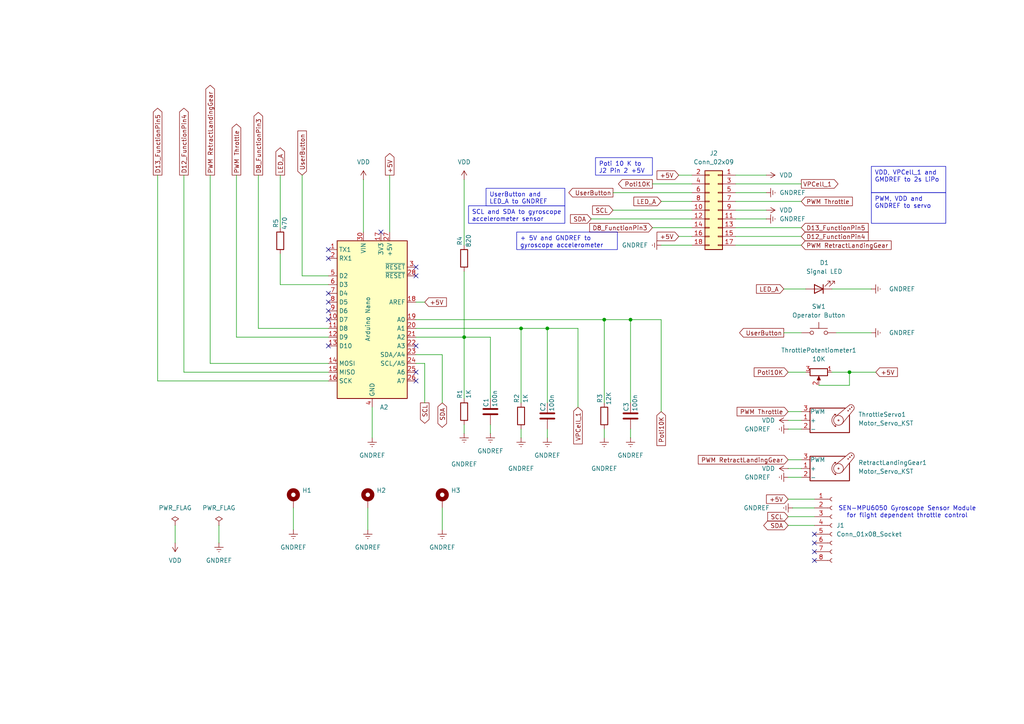
<source format=kicad_sch>
(kicad_sch
	(version 20231120)
	(generator "eeschema")
	(generator_version "8.0")
	(uuid "c1deb66a-19b3-489c-883e-94abc23ea0e9")
	(paper "A4")
	(title_block
		(title "Geierwally's ControlLineApp")
		(date "2025-02-07")
		(rev "1.0.2")
	)
	(lib_symbols
		(symbol "Connector:Conn_01x08_Socket"
			(pin_names
				(offset 1.016) hide)
			(exclude_from_sim no)
			(in_bom yes)
			(on_board yes)
			(property "Reference" "J"
				(at 0 10.16 0)
				(effects
					(font
						(size 1.27 1.27)
					)
				)
			)
			(property "Value" "Conn_01x08_Socket"
				(at 0 -12.7 0)
				(effects
					(font
						(size 1.27 1.27)
					)
				)
			)
			(property "Footprint" ""
				(at 0 0 0)
				(effects
					(font
						(size 1.27 1.27)
					)
					(hide yes)
				)
			)
			(property "Datasheet" "~"
				(at 0 0 0)
				(effects
					(font
						(size 1.27 1.27)
					)
					(hide yes)
				)
			)
			(property "Description" "Generic connector, single row, 01x08, script generated"
				(at 0 0 0)
				(effects
					(font
						(size 1.27 1.27)
					)
					(hide yes)
				)
			)
			(property "ki_locked" ""
				(at 0 0 0)
				(effects
					(font
						(size 1.27 1.27)
					)
				)
			)
			(property "ki_keywords" "connector"
				(at 0 0 0)
				(effects
					(font
						(size 1.27 1.27)
					)
					(hide yes)
				)
			)
			(property "ki_fp_filters" "Connector*:*_1x??_*"
				(at 0 0 0)
				(effects
					(font
						(size 1.27 1.27)
					)
					(hide yes)
				)
			)
			(symbol "Conn_01x08_Socket_1_1"
				(arc
					(start 0 -9.652)
					(mid -0.5058 -10.16)
					(end 0 -10.668)
					(stroke
						(width 0.1524)
						(type default)
					)
					(fill
						(type none)
					)
				)
				(arc
					(start 0 -7.112)
					(mid -0.5058 -7.62)
					(end 0 -8.128)
					(stroke
						(width 0.1524)
						(type default)
					)
					(fill
						(type none)
					)
				)
				(arc
					(start 0 -4.572)
					(mid -0.5058 -5.08)
					(end 0 -5.588)
					(stroke
						(width 0.1524)
						(type default)
					)
					(fill
						(type none)
					)
				)
				(arc
					(start 0 -2.032)
					(mid -0.5058 -2.54)
					(end 0 -3.048)
					(stroke
						(width 0.1524)
						(type default)
					)
					(fill
						(type none)
					)
				)
				(polyline
					(pts
						(xy -1.27 -10.16) (xy -0.508 -10.16)
					)
					(stroke
						(width 0.1524)
						(type default)
					)
					(fill
						(type none)
					)
				)
				(polyline
					(pts
						(xy -1.27 -7.62) (xy -0.508 -7.62)
					)
					(stroke
						(width 0.1524)
						(type default)
					)
					(fill
						(type none)
					)
				)
				(polyline
					(pts
						(xy -1.27 -5.08) (xy -0.508 -5.08)
					)
					(stroke
						(width 0.1524)
						(type default)
					)
					(fill
						(type none)
					)
				)
				(polyline
					(pts
						(xy -1.27 -2.54) (xy -0.508 -2.54)
					)
					(stroke
						(width 0.1524)
						(type default)
					)
					(fill
						(type none)
					)
				)
				(polyline
					(pts
						(xy -1.27 0) (xy -0.508 0)
					)
					(stroke
						(width 0.1524)
						(type default)
					)
					(fill
						(type none)
					)
				)
				(polyline
					(pts
						(xy -1.27 2.54) (xy -0.508 2.54)
					)
					(stroke
						(width 0.1524)
						(type default)
					)
					(fill
						(type none)
					)
				)
				(polyline
					(pts
						(xy -1.27 5.08) (xy -0.508 5.08)
					)
					(stroke
						(width 0.1524)
						(type default)
					)
					(fill
						(type none)
					)
				)
				(polyline
					(pts
						(xy -1.27 7.62) (xy -0.508 7.62)
					)
					(stroke
						(width 0.1524)
						(type default)
					)
					(fill
						(type none)
					)
				)
				(arc
					(start 0 0.508)
					(mid -0.5058 0)
					(end 0 -0.508)
					(stroke
						(width 0.1524)
						(type default)
					)
					(fill
						(type none)
					)
				)
				(arc
					(start 0 3.048)
					(mid -0.5058 2.54)
					(end 0 2.032)
					(stroke
						(width 0.1524)
						(type default)
					)
					(fill
						(type none)
					)
				)
				(arc
					(start 0 5.588)
					(mid -0.5058 5.08)
					(end 0 4.572)
					(stroke
						(width 0.1524)
						(type default)
					)
					(fill
						(type none)
					)
				)
				(arc
					(start 0 8.128)
					(mid -0.5058 7.62)
					(end 0 7.112)
					(stroke
						(width 0.1524)
						(type default)
					)
					(fill
						(type none)
					)
				)
				(pin passive line
					(at -5.08 7.62 0)
					(length 3.81)
					(name "Pin_1"
						(effects
							(font
								(size 1.27 1.27)
							)
						)
					)
					(number "1"
						(effects
							(font
								(size 1.27 1.27)
							)
						)
					)
				)
				(pin passive line
					(at -5.08 5.08 0)
					(length 3.81)
					(name "Pin_2"
						(effects
							(font
								(size 1.27 1.27)
							)
						)
					)
					(number "2"
						(effects
							(font
								(size 1.27 1.27)
							)
						)
					)
				)
				(pin passive line
					(at -5.08 2.54 0)
					(length 3.81)
					(name "Pin_3"
						(effects
							(font
								(size 1.27 1.27)
							)
						)
					)
					(number "3"
						(effects
							(font
								(size 1.27 1.27)
							)
						)
					)
				)
				(pin passive line
					(at -5.08 0 0)
					(length 3.81)
					(name "Pin_4"
						(effects
							(font
								(size 1.27 1.27)
							)
						)
					)
					(number "4"
						(effects
							(font
								(size 1.27 1.27)
							)
						)
					)
				)
				(pin passive line
					(at -5.08 -2.54 0)
					(length 3.81)
					(name "Pin_5"
						(effects
							(font
								(size 1.27 1.27)
							)
						)
					)
					(number "5"
						(effects
							(font
								(size 1.27 1.27)
							)
						)
					)
				)
				(pin passive line
					(at -5.08 -5.08 0)
					(length 3.81)
					(name "Pin_6"
						(effects
							(font
								(size 1.27 1.27)
							)
						)
					)
					(number "6"
						(effects
							(font
								(size 1.27 1.27)
							)
						)
					)
				)
				(pin passive line
					(at -5.08 -7.62 0)
					(length 3.81)
					(name "Pin_7"
						(effects
							(font
								(size 1.27 1.27)
							)
						)
					)
					(number "7"
						(effects
							(font
								(size 1.27 1.27)
							)
						)
					)
				)
				(pin passive line
					(at -5.08 -10.16 0)
					(length 3.81)
					(name "Pin_8"
						(effects
							(font
								(size 1.27 1.27)
							)
						)
					)
					(number "8"
						(effects
							(font
								(size 1.27 1.27)
							)
						)
					)
				)
			)
		)
		(symbol "Connector_Generic:Conn_02x09_Odd_Even"
			(pin_names
				(offset 1.016) hide)
			(exclude_from_sim no)
			(in_bom yes)
			(on_board yes)
			(property "Reference" "J"
				(at 1.27 12.7 0)
				(effects
					(font
						(size 1.27 1.27)
					)
				)
			)
			(property "Value" "Conn_02x09_Odd_Even"
				(at 1.27 -12.7 0)
				(effects
					(font
						(size 1.27 1.27)
					)
				)
			)
			(property "Footprint" ""
				(at 0 0 0)
				(effects
					(font
						(size 1.27 1.27)
					)
					(hide yes)
				)
			)
			(property "Datasheet" "~"
				(at 0 0 0)
				(effects
					(font
						(size 1.27 1.27)
					)
					(hide yes)
				)
			)
			(property "Description" "Generic connector, double row, 02x09, odd/even pin numbering scheme (row 1 odd numbers, row 2 even numbers), script generated (kicad-library-utils/schlib/autogen/connector/)"
				(at 0 0 0)
				(effects
					(font
						(size 1.27 1.27)
					)
					(hide yes)
				)
			)
			(property "ki_keywords" "connector"
				(at 0 0 0)
				(effects
					(font
						(size 1.27 1.27)
					)
					(hide yes)
				)
			)
			(property "ki_fp_filters" "Connector*:*_2x??_*"
				(at 0 0 0)
				(effects
					(font
						(size 1.27 1.27)
					)
					(hide yes)
				)
			)
			(symbol "Conn_02x09_Odd_Even_1_1"
				(rectangle
					(start -1.27 -10.033)
					(end 0 -10.287)
					(stroke
						(width 0.1524)
						(type default)
					)
					(fill
						(type none)
					)
				)
				(rectangle
					(start -1.27 -7.493)
					(end 0 -7.747)
					(stroke
						(width 0.1524)
						(type default)
					)
					(fill
						(type none)
					)
				)
				(rectangle
					(start -1.27 -4.953)
					(end 0 -5.207)
					(stroke
						(width 0.1524)
						(type default)
					)
					(fill
						(type none)
					)
				)
				(rectangle
					(start -1.27 -2.413)
					(end 0 -2.667)
					(stroke
						(width 0.1524)
						(type default)
					)
					(fill
						(type none)
					)
				)
				(rectangle
					(start -1.27 0.127)
					(end 0 -0.127)
					(stroke
						(width 0.1524)
						(type default)
					)
					(fill
						(type none)
					)
				)
				(rectangle
					(start -1.27 2.667)
					(end 0 2.413)
					(stroke
						(width 0.1524)
						(type default)
					)
					(fill
						(type none)
					)
				)
				(rectangle
					(start -1.27 5.207)
					(end 0 4.953)
					(stroke
						(width 0.1524)
						(type default)
					)
					(fill
						(type none)
					)
				)
				(rectangle
					(start -1.27 7.747)
					(end 0 7.493)
					(stroke
						(width 0.1524)
						(type default)
					)
					(fill
						(type none)
					)
				)
				(rectangle
					(start -1.27 10.287)
					(end 0 10.033)
					(stroke
						(width 0.1524)
						(type default)
					)
					(fill
						(type none)
					)
				)
				(rectangle
					(start -1.27 11.43)
					(end 3.81 -11.43)
					(stroke
						(width 0.254)
						(type default)
					)
					(fill
						(type background)
					)
				)
				(rectangle
					(start 3.81 -10.033)
					(end 2.54 -10.287)
					(stroke
						(width 0.1524)
						(type default)
					)
					(fill
						(type none)
					)
				)
				(rectangle
					(start 3.81 -7.493)
					(end 2.54 -7.747)
					(stroke
						(width 0.1524)
						(type default)
					)
					(fill
						(type none)
					)
				)
				(rectangle
					(start 3.81 -4.953)
					(end 2.54 -5.207)
					(stroke
						(width 0.1524)
						(type default)
					)
					(fill
						(type none)
					)
				)
				(rectangle
					(start 3.81 -2.413)
					(end 2.54 -2.667)
					(stroke
						(width 0.1524)
						(type default)
					)
					(fill
						(type none)
					)
				)
				(rectangle
					(start 3.81 0.127)
					(end 2.54 -0.127)
					(stroke
						(width 0.1524)
						(type default)
					)
					(fill
						(type none)
					)
				)
				(rectangle
					(start 3.81 2.667)
					(end 2.54 2.413)
					(stroke
						(width 0.1524)
						(type default)
					)
					(fill
						(type none)
					)
				)
				(rectangle
					(start 3.81 5.207)
					(end 2.54 4.953)
					(stroke
						(width 0.1524)
						(type default)
					)
					(fill
						(type none)
					)
				)
				(rectangle
					(start 3.81 7.747)
					(end 2.54 7.493)
					(stroke
						(width 0.1524)
						(type default)
					)
					(fill
						(type none)
					)
				)
				(rectangle
					(start 3.81 10.287)
					(end 2.54 10.033)
					(stroke
						(width 0.1524)
						(type default)
					)
					(fill
						(type none)
					)
				)
				(pin passive line
					(at -5.08 10.16 0)
					(length 3.81)
					(name "Pin_1"
						(effects
							(font
								(size 1.27 1.27)
							)
						)
					)
					(number "1"
						(effects
							(font
								(size 1.27 1.27)
							)
						)
					)
				)
				(pin passive line
					(at 7.62 0 180)
					(length 3.81)
					(name "Pin_10"
						(effects
							(font
								(size 1.27 1.27)
							)
						)
					)
					(number "10"
						(effects
							(font
								(size 1.27 1.27)
							)
						)
					)
				)
				(pin passive line
					(at -5.08 -2.54 0)
					(length 3.81)
					(name "Pin_11"
						(effects
							(font
								(size 1.27 1.27)
							)
						)
					)
					(number "11"
						(effects
							(font
								(size 1.27 1.27)
							)
						)
					)
				)
				(pin passive line
					(at 7.62 -2.54 180)
					(length 3.81)
					(name "Pin_12"
						(effects
							(font
								(size 1.27 1.27)
							)
						)
					)
					(number "12"
						(effects
							(font
								(size 1.27 1.27)
							)
						)
					)
				)
				(pin passive line
					(at -5.08 -5.08 0)
					(length 3.81)
					(name "Pin_13"
						(effects
							(font
								(size 1.27 1.27)
							)
						)
					)
					(number "13"
						(effects
							(font
								(size 1.27 1.27)
							)
						)
					)
				)
				(pin passive line
					(at 7.62 -5.08 180)
					(length 3.81)
					(name "Pin_14"
						(effects
							(font
								(size 1.27 1.27)
							)
						)
					)
					(number "14"
						(effects
							(font
								(size 1.27 1.27)
							)
						)
					)
				)
				(pin passive line
					(at -5.08 -7.62 0)
					(length 3.81)
					(name "Pin_15"
						(effects
							(font
								(size 1.27 1.27)
							)
						)
					)
					(number "15"
						(effects
							(font
								(size 1.27 1.27)
							)
						)
					)
				)
				(pin passive line
					(at 7.62 -7.62 180)
					(length 3.81)
					(name "Pin_16"
						(effects
							(font
								(size 1.27 1.27)
							)
						)
					)
					(number "16"
						(effects
							(font
								(size 1.27 1.27)
							)
						)
					)
				)
				(pin passive line
					(at -5.08 -10.16 0)
					(length 3.81)
					(name "Pin_17"
						(effects
							(font
								(size 1.27 1.27)
							)
						)
					)
					(number "17"
						(effects
							(font
								(size 1.27 1.27)
							)
						)
					)
				)
				(pin passive line
					(at 7.62 -10.16 180)
					(length 3.81)
					(name "Pin_18"
						(effects
							(font
								(size 1.27 1.27)
							)
						)
					)
					(number "18"
						(effects
							(font
								(size 1.27 1.27)
							)
						)
					)
				)
				(pin passive line
					(at 7.62 10.16 180)
					(length 3.81)
					(name "Pin_2"
						(effects
							(font
								(size 1.27 1.27)
							)
						)
					)
					(number "2"
						(effects
							(font
								(size 1.27 1.27)
							)
						)
					)
				)
				(pin passive line
					(at -5.08 7.62 0)
					(length 3.81)
					(name "Pin_3"
						(effects
							(font
								(size 1.27 1.27)
							)
						)
					)
					(number "3"
						(effects
							(font
								(size 1.27 1.27)
							)
						)
					)
				)
				(pin passive line
					(at 7.62 7.62 180)
					(length 3.81)
					(name "Pin_4"
						(effects
							(font
								(size 1.27 1.27)
							)
						)
					)
					(number "4"
						(effects
							(font
								(size 1.27 1.27)
							)
						)
					)
				)
				(pin passive line
					(at -5.08 5.08 0)
					(length 3.81)
					(name "Pin_5"
						(effects
							(font
								(size 1.27 1.27)
							)
						)
					)
					(number "5"
						(effects
							(font
								(size 1.27 1.27)
							)
						)
					)
				)
				(pin passive line
					(at 7.62 5.08 180)
					(length 3.81)
					(name "Pin_6"
						(effects
							(font
								(size 1.27 1.27)
							)
						)
					)
					(number "6"
						(effects
							(font
								(size 1.27 1.27)
							)
						)
					)
				)
				(pin passive line
					(at -5.08 2.54 0)
					(length 3.81)
					(name "Pin_7"
						(effects
							(font
								(size 1.27 1.27)
							)
						)
					)
					(number "7"
						(effects
							(font
								(size 1.27 1.27)
							)
						)
					)
				)
				(pin passive line
					(at 7.62 2.54 180)
					(length 3.81)
					(name "Pin_8"
						(effects
							(font
								(size 1.27 1.27)
							)
						)
					)
					(number "8"
						(effects
							(font
								(size 1.27 1.27)
							)
						)
					)
				)
				(pin passive line
					(at -5.08 0 0)
					(length 3.81)
					(name "Pin_9"
						(effects
							(font
								(size 1.27 1.27)
							)
						)
					)
					(number "9"
						(effects
							(font
								(size 1.27 1.27)
							)
						)
					)
				)
			)
		)
		(symbol "Device:C"
			(pin_numbers hide)
			(pin_names
				(offset 0.254)
			)
			(exclude_from_sim no)
			(in_bom yes)
			(on_board yes)
			(property "Reference" "C"
				(at 0.635 2.54 0)
				(effects
					(font
						(size 1.27 1.27)
					)
					(justify left)
				)
			)
			(property "Value" "C"
				(at 0.635 -2.54 0)
				(effects
					(font
						(size 1.27 1.27)
					)
					(justify left)
				)
			)
			(property "Footprint" ""
				(at 0.9652 -3.81 0)
				(effects
					(font
						(size 1.27 1.27)
					)
					(hide yes)
				)
			)
			(property "Datasheet" "~"
				(at 0 0 0)
				(effects
					(font
						(size 1.27 1.27)
					)
					(hide yes)
				)
			)
			(property "Description" "Unpolarized capacitor"
				(at 0 0 0)
				(effects
					(font
						(size 1.27 1.27)
					)
					(hide yes)
				)
			)
			(property "ki_keywords" "cap capacitor"
				(at 0 0 0)
				(effects
					(font
						(size 1.27 1.27)
					)
					(hide yes)
				)
			)
			(property "ki_fp_filters" "C_*"
				(at 0 0 0)
				(effects
					(font
						(size 1.27 1.27)
					)
					(hide yes)
				)
			)
			(symbol "C_0_1"
				(polyline
					(pts
						(xy -2.032 -0.762) (xy 2.032 -0.762)
					)
					(stroke
						(width 0.508)
						(type default)
					)
					(fill
						(type none)
					)
				)
				(polyline
					(pts
						(xy -2.032 0.762) (xy 2.032 0.762)
					)
					(stroke
						(width 0.508)
						(type default)
					)
					(fill
						(type none)
					)
				)
			)
			(symbol "C_1_1"
				(pin passive line
					(at 0 3.81 270)
					(length 2.794)
					(name "~"
						(effects
							(font
								(size 1.27 1.27)
							)
						)
					)
					(number "1"
						(effects
							(font
								(size 1.27 1.27)
							)
						)
					)
				)
				(pin passive line
					(at 0 -3.81 90)
					(length 2.794)
					(name "~"
						(effects
							(font
								(size 1.27 1.27)
							)
						)
					)
					(number "2"
						(effects
							(font
								(size 1.27 1.27)
							)
						)
					)
				)
			)
		)
		(symbol "Device:LED"
			(pin_numbers hide)
			(pin_names
				(offset 1.016) hide)
			(exclude_from_sim no)
			(in_bom yes)
			(on_board yes)
			(property "Reference" "D"
				(at 0 2.54 0)
				(effects
					(font
						(size 1.27 1.27)
					)
				)
			)
			(property "Value" "LED"
				(at 0 -2.54 0)
				(effects
					(font
						(size 1.27 1.27)
					)
				)
			)
			(property "Footprint" ""
				(at 0 0 0)
				(effects
					(font
						(size 1.27 1.27)
					)
					(hide yes)
				)
			)
			(property "Datasheet" "~"
				(at 0 0 0)
				(effects
					(font
						(size 1.27 1.27)
					)
					(hide yes)
				)
			)
			(property "Description" "Light emitting diode"
				(at 0 0 0)
				(effects
					(font
						(size 1.27 1.27)
					)
					(hide yes)
				)
			)
			(property "ki_keywords" "LED diode"
				(at 0 0 0)
				(effects
					(font
						(size 1.27 1.27)
					)
					(hide yes)
				)
			)
			(property "ki_fp_filters" "LED* LED_SMD:* LED_THT:*"
				(at 0 0 0)
				(effects
					(font
						(size 1.27 1.27)
					)
					(hide yes)
				)
			)
			(symbol "LED_0_1"
				(polyline
					(pts
						(xy -1.27 -1.27) (xy -1.27 1.27)
					)
					(stroke
						(width 0.254)
						(type default)
					)
					(fill
						(type none)
					)
				)
				(polyline
					(pts
						(xy -1.27 0) (xy 1.27 0)
					)
					(stroke
						(width 0)
						(type default)
					)
					(fill
						(type none)
					)
				)
				(polyline
					(pts
						(xy 1.27 -1.27) (xy 1.27 1.27) (xy -1.27 0) (xy 1.27 -1.27)
					)
					(stroke
						(width 0.254)
						(type default)
					)
					(fill
						(type none)
					)
				)
				(polyline
					(pts
						(xy -3.048 -0.762) (xy -4.572 -2.286) (xy -3.81 -2.286) (xy -4.572 -2.286) (xy -4.572 -1.524)
					)
					(stroke
						(width 0)
						(type default)
					)
					(fill
						(type none)
					)
				)
				(polyline
					(pts
						(xy -1.778 -0.762) (xy -3.302 -2.286) (xy -2.54 -2.286) (xy -3.302 -2.286) (xy -3.302 -1.524)
					)
					(stroke
						(width 0)
						(type default)
					)
					(fill
						(type none)
					)
				)
			)
			(symbol "LED_1_1"
				(pin passive line
					(at -3.81 0 0)
					(length 2.54)
					(name "K"
						(effects
							(font
								(size 1.27 1.27)
							)
						)
					)
					(number "1"
						(effects
							(font
								(size 1.27 1.27)
							)
						)
					)
				)
				(pin passive line
					(at 3.81 0 180)
					(length 2.54)
					(name "A"
						(effects
							(font
								(size 1.27 1.27)
							)
						)
					)
					(number "2"
						(effects
							(font
								(size 1.27 1.27)
							)
						)
					)
				)
			)
		)
		(symbol "Device:R"
			(pin_numbers hide)
			(pin_names
				(offset 0)
			)
			(exclude_from_sim no)
			(in_bom yes)
			(on_board yes)
			(property "Reference" "R"
				(at 2.032 0 90)
				(effects
					(font
						(size 1.27 1.27)
					)
				)
			)
			(property "Value" "R"
				(at 0 0 90)
				(effects
					(font
						(size 1.27 1.27)
					)
				)
			)
			(property "Footprint" ""
				(at -1.778 0 90)
				(effects
					(font
						(size 1.27 1.27)
					)
					(hide yes)
				)
			)
			(property "Datasheet" "~"
				(at 0 0 0)
				(effects
					(font
						(size 1.27 1.27)
					)
					(hide yes)
				)
			)
			(property "Description" "Resistor"
				(at 0 0 0)
				(effects
					(font
						(size 1.27 1.27)
					)
					(hide yes)
				)
			)
			(property "ki_keywords" "R res resistor"
				(at 0 0 0)
				(effects
					(font
						(size 1.27 1.27)
					)
					(hide yes)
				)
			)
			(property "ki_fp_filters" "R_*"
				(at 0 0 0)
				(effects
					(font
						(size 1.27 1.27)
					)
					(hide yes)
				)
			)
			(symbol "R_0_1"
				(rectangle
					(start -1.016 -2.54)
					(end 1.016 2.54)
					(stroke
						(width 0.254)
						(type default)
					)
					(fill
						(type none)
					)
				)
			)
			(symbol "R_1_1"
				(pin passive line
					(at 0 3.81 270)
					(length 1.27)
					(name "~"
						(effects
							(font
								(size 1.27 1.27)
							)
						)
					)
					(number "1"
						(effects
							(font
								(size 1.27 1.27)
							)
						)
					)
				)
				(pin passive line
					(at 0 -3.81 90)
					(length 1.27)
					(name "~"
						(effects
							(font
								(size 1.27 1.27)
							)
						)
					)
					(number "2"
						(effects
							(font
								(size 1.27 1.27)
							)
						)
					)
				)
			)
		)
		(symbol "Device:R_Potentiometer"
			(pin_names
				(offset 1.016) hide)
			(exclude_from_sim no)
			(in_bom yes)
			(on_board yes)
			(property "Reference" "RV"
				(at -4.445 0 90)
				(effects
					(font
						(size 1.27 1.27)
					)
				)
			)
			(property "Value" "R_Potentiometer"
				(at -2.54 0 90)
				(effects
					(font
						(size 1.27 1.27)
					)
				)
			)
			(property "Footprint" ""
				(at 0 0 0)
				(effects
					(font
						(size 1.27 1.27)
					)
					(hide yes)
				)
			)
			(property "Datasheet" "~"
				(at 0 0 0)
				(effects
					(font
						(size 1.27 1.27)
					)
					(hide yes)
				)
			)
			(property "Description" "Potentiometer"
				(at 0 0 0)
				(effects
					(font
						(size 1.27 1.27)
					)
					(hide yes)
				)
			)
			(property "ki_keywords" "resistor variable"
				(at 0 0 0)
				(effects
					(font
						(size 1.27 1.27)
					)
					(hide yes)
				)
			)
			(property "ki_fp_filters" "Potentiometer*"
				(at 0 0 0)
				(effects
					(font
						(size 1.27 1.27)
					)
					(hide yes)
				)
			)
			(symbol "R_Potentiometer_0_1"
				(polyline
					(pts
						(xy 2.54 0) (xy 1.524 0)
					)
					(stroke
						(width 0)
						(type default)
					)
					(fill
						(type none)
					)
				)
				(polyline
					(pts
						(xy 1.143 0) (xy 2.286 0.508) (xy 2.286 -0.508) (xy 1.143 0)
					)
					(stroke
						(width 0)
						(type default)
					)
					(fill
						(type outline)
					)
				)
				(rectangle
					(start 1.016 2.54)
					(end -1.016 -2.54)
					(stroke
						(width 0.254)
						(type default)
					)
					(fill
						(type none)
					)
				)
			)
			(symbol "R_Potentiometer_1_1"
				(pin passive line
					(at 0 3.81 270)
					(length 1.27)
					(name "1"
						(effects
							(font
								(size 1.27 1.27)
							)
						)
					)
					(number "1"
						(effects
							(font
								(size 1.27 1.27)
							)
						)
					)
				)
				(pin passive line
					(at 3.81 0 180)
					(length 1.27)
					(name "2"
						(effects
							(font
								(size 1.27 1.27)
							)
						)
					)
					(number "2"
						(effects
							(font
								(size 1.27 1.27)
							)
						)
					)
				)
				(pin passive line
					(at 0 -3.81 90)
					(length 1.27)
					(name "3"
						(effects
							(font
								(size 1.27 1.27)
							)
						)
					)
					(number "3"
						(effects
							(font
								(size 1.27 1.27)
							)
						)
					)
				)
			)
		)
		(symbol "GNDREF_1"
			(power)
			(pin_numbers hide)
			(pin_names
				(offset 0) hide)
			(exclude_from_sim no)
			(in_bom yes)
			(on_board yes)
			(property "Reference" "#PWR"
				(at 0 -6.35 0)
				(effects
					(font
						(size 1.27 1.27)
					)
					(hide yes)
				)
			)
			(property "Value" "GNDREF"
				(at 0 -3.81 0)
				(effects
					(font
						(size 1.27 1.27)
					)
				)
			)
			(property "Footprint" ""
				(at 0 0 0)
				(effects
					(font
						(size 1.27 1.27)
					)
					(hide yes)
				)
			)
			(property "Datasheet" ""
				(at 0 0 0)
				(effects
					(font
						(size 1.27 1.27)
					)
					(hide yes)
				)
			)
			(property "Description" "Power symbol creates a global label with name \"GNDREF\" , reference supply ground"
				(at 0 0 0)
				(effects
					(font
						(size 1.27 1.27)
					)
					(hide yes)
				)
			)
			(property "ki_keywords" "global power"
				(at 0 0 0)
				(effects
					(font
						(size 1.27 1.27)
					)
					(hide yes)
				)
			)
			(symbol "GNDREF_1_0_1"
				(polyline
					(pts
						(xy -0.635 -1.905) (xy 0.635 -1.905)
					)
					(stroke
						(width 0)
						(type default)
					)
					(fill
						(type none)
					)
				)
				(polyline
					(pts
						(xy -0.127 -2.54) (xy 0.127 -2.54)
					)
					(stroke
						(width 0)
						(type default)
					)
					(fill
						(type none)
					)
				)
				(polyline
					(pts
						(xy 0 -1.27) (xy 0 0)
					)
					(stroke
						(width 0)
						(type default)
					)
					(fill
						(type none)
					)
				)
				(polyline
					(pts
						(xy 1.27 -1.27) (xy -1.27 -1.27)
					)
					(stroke
						(width 0)
						(type default)
					)
					(fill
						(type none)
					)
				)
			)
			(symbol "GNDREF_1_1_1"
				(pin power_in line
					(at 0 0 270)
					(length 0)
					(name "~"
						(effects
							(font
								(size 1.27 1.27)
							)
						)
					)
					(number "1"
						(effects
							(font
								(size 1.27 1.27)
							)
						)
					)
				)
			)
		)
		(symbol "GNDREF_10"
			(power)
			(pin_numbers hide)
			(pin_names
				(offset 0) hide)
			(exclude_from_sim no)
			(in_bom yes)
			(on_board yes)
			(property "Reference" "#PWR"
				(at 0 -6.35 0)
				(effects
					(font
						(size 1.27 1.27)
					)
					(hide yes)
				)
			)
			(property "Value" "GNDREF"
				(at 0 -3.81 0)
				(effects
					(font
						(size 1.27 1.27)
					)
				)
			)
			(property "Footprint" ""
				(at 0 0 0)
				(effects
					(font
						(size 1.27 1.27)
					)
					(hide yes)
				)
			)
			(property "Datasheet" ""
				(at 0 0 0)
				(effects
					(font
						(size 1.27 1.27)
					)
					(hide yes)
				)
			)
			(property "Description" "Power symbol creates a global label with name \"GNDREF\" , reference supply ground"
				(at 0 0 0)
				(effects
					(font
						(size 1.27 1.27)
					)
					(hide yes)
				)
			)
			(property "ki_keywords" "global power"
				(at 0 0 0)
				(effects
					(font
						(size 1.27 1.27)
					)
					(hide yes)
				)
			)
			(symbol "GNDREF_10_0_1"
				(polyline
					(pts
						(xy -0.635 -1.905) (xy 0.635 -1.905)
					)
					(stroke
						(width 0)
						(type default)
					)
					(fill
						(type none)
					)
				)
				(polyline
					(pts
						(xy -0.127 -2.54) (xy 0.127 -2.54)
					)
					(stroke
						(width 0)
						(type default)
					)
					(fill
						(type none)
					)
				)
				(polyline
					(pts
						(xy 0 -1.27) (xy 0 0)
					)
					(stroke
						(width 0)
						(type default)
					)
					(fill
						(type none)
					)
				)
				(polyline
					(pts
						(xy 1.27 -1.27) (xy -1.27 -1.27)
					)
					(stroke
						(width 0)
						(type default)
					)
					(fill
						(type none)
					)
				)
			)
			(symbol "GNDREF_10_1_1"
				(pin power_in line
					(at 0 0 270)
					(length 0)
					(name "~"
						(effects
							(font
								(size 1.27 1.27)
							)
						)
					)
					(number "1"
						(effects
							(font
								(size 1.27 1.27)
							)
						)
					)
				)
			)
		)
		(symbol "GNDREF_11"
			(power)
			(pin_numbers hide)
			(pin_names
				(offset 0) hide)
			(exclude_from_sim no)
			(in_bom yes)
			(on_board yes)
			(property "Reference" "#PWR"
				(at 0 -6.35 0)
				(effects
					(font
						(size 1.27 1.27)
					)
					(hide yes)
				)
			)
			(property "Value" "GNDREF"
				(at 0 -3.81 0)
				(effects
					(font
						(size 1.27 1.27)
					)
				)
			)
			(property "Footprint" ""
				(at 0 0 0)
				(effects
					(font
						(size 1.27 1.27)
					)
					(hide yes)
				)
			)
			(property "Datasheet" ""
				(at 0 0 0)
				(effects
					(font
						(size 1.27 1.27)
					)
					(hide yes)
				)
			)
			(property "Description" "Power symbol creates a global label with name \"GNDREF\" , reference supply ground"
				(at 0 0 0)
				(effects
					(font
						(size 1.27 1.27)
					)
					(hide yes)
				)
			)
			(property "ki_keywords" "global power"
				(at 0 0 0)
				(effects
					(font
						(size 1.27 1.27)
					)
					(hide yes)
				)
			)
			(symbol "GNDREF_11_0_1"
				(polyline
					(pts
						(xy -0.635 -1.905) (xy 0.635 -1.905)
					)
					(stroke
						(width 0)
						(type default)
					)
					(fill
						(type none)
					)
				)
				(polyline
					(pts
						(xy -0.127 -2.54) (xy 0.127 -2.54)
					)
					(stroke
						(width 0)
						(type default)
					)
					(fill
						(type none)
					)
				)
				(polyline
					(pts
						(xy 0 -1.27) (xy 0 0)
					)
					(stroke
						(width 0)
						(type default)
					)
					(fill
						(type none)
					)
				)
				(polyline
					(pts
						(xy 1.27 -1.27) (xy -1.27 -1.27)
					)
					(stroke
						(width 0)
						(type default)
					)
					(fill
						(type none)
					)
				)
			)
			(symbol "GNDREF_11_1_1"
				(pin power_in line
					(at 0 0 270)
					(length 0)
					(name "~"
						(effects
							(font
								(size 1.27 1.27)
							)
						)
					)
					(number "1"
						(effects
							(font
								(size 1.27 1.27)
							)
						)
					)
				)
			)
		)
		(symbol "GNDREF_12"
			(power)
			(pin_numbers hide)
			(pin_names
				(offset 0) hide)
			(exclude_from_sim no)
			(in_bom yes)
			(on_board yes)
			(property "Reference" "#PWR"
				(at 0 -6.35 0)
				(effects
					(font
						(size 1.27 1.27)
					)
					(hide yes)
				)
			)
			(property "Value" "GNDREF"
				(at 0 -3.81 0)
				(effects
					(font
						(size 1.27 1.27)
					)
				)
			)
			(property "Footprint" ""
				(at 0 0 0)
				(effects
					(font
						(size 1.27 1.27)
					)
					(hide yes)
				)
			)
			(property "Datasheet" ""
				(at 0 0 0)
				(effects
					(font
						(size 1.27 1.27)
					)
					(hide yes)
				)
			)
			(property "Description" "Power symbol creates a global label with name \"GNDREF\" , reference supply ground"
				(at 0 0 0)
				(effects
					(font
						(size 1.27 1.27)
					)
					(hide yes)
				)
			)
			(property "ki_keywords" "global power"
				(at 0 0 0)
				(effects
					(font
						(size 1.27 1.27)
					)
					(hide yes)
				)
			)
			(symbol "GNDREF_12_0_1"
				(polyline
					(pts
						(xy -0.635 -1.905) (xy 0.635 -1.905)
					)
					(stroke
						(width 0)
						(type default)
					)
					(fill
						(type none)
					)
				)
				(polyline
					(pts
						(xy -0.127 -2.54) (xy 0.127 -2.54)
					)
					(stroke
						(width 0)
						(type default)
					)
					(fill
						(type none)
					)
				)
				(polyline
					(pts
						(xy 0 -1.27) (xy 0 0)
					)
					(stroke
						(width 0)
						(type default)
					)
					(fill
						(type none)
					)
				)
				(polyline
					(pts
						(xy 1.27 -1.27) (xy -1.27 -1.27)
					)
					(stroke
						(width 0)
						(type default)
					)
					(fill
						(type none)
					)
				)
			)
			(symbol "GNDREF_12_1_1"
				(pin power_in line
					(at 0 0 270)
					(length 0)
					(name "~"
						(effects
							(font
								(size 1.27 1.27)
							)
						)
					)
					(number "1"
						(effects
							(font
								(size 1.27 1.27)
							)
						)
					)
				)
			)
		)
		(symbol "GNDREF_13"
			(power)
			(pin_numbers hide)
			(pin_names
				(offset 0) hide)
			(exclude_from_sim no)
			(in_bom yes)
			(on_board yes)
			(property "Reference" "#PWR"
				(at 0 -6.35 0)
				(effects
					(font
						(size 1.27 1.27)
					)
					(hide yes)
				)
			)
			(property "Value" "GNDREF"
				(at 0 -3.81 0)
				(effects
					(font
						(size 1.27 1.27)
					)
				)
			)
			(property "Footprint" ""
				(at 0 0 0)
				(effects
					(font
						(size 1.27 1.27)
					)
					(hide yes)
				)
			)
			(property "Datasheet" ""
				(at 0 0 0)
				(effects
					(font
						(size 1.27 1.27)
					)
					(hide yes)
				)
			)
			(property "Description" "Power symbol creates a global label with name \"GNDREF\" , reference supply ground"
				(at 0 0 0)
				(effects
					(font
						(size 1.27 1.27)
					)
					(hide yes)
				)
			)
			(property "ki_keywords" "global power"
				(at 0 0 0)
				(effects
					(font
						(size 1.27 1.27)
					)
					(hide yes)
				)
			)
			(symbol "GNDREF_13_0_1"
				(polyline
					(pts
						(xy -0.635 -1.905) (xy 0.635 -1.905)
					)
					(stroke
						(width 0)
						(type default)
					)
					(fill
						(type none)
					)
				)
				(polyline
					(pts
						(xy -0.127 -2.54) (xy 0.127 -2.54)
					)
					(stroke
						(width 0)
						(type default)
					)
					(fill
						(type none)
					)
				)
				(polyline
					(pts
						(xy 0 -1.27) (xy 0 0)
					)
					(stroke
						(width 0)
						(type default)
					)
					(fill
						(type none)
					)
				)
				(polyline
					(pts
						(xy 1.27 -1.27) (xy -1.27 -1.27)
					)
					(stroke
						(width 0)
						(type default)
					)
					(fill
						(type none)
					)
				)
			)
			(symbol "GNDREF_13_1_1"
				(pin power_in line
					(at 0 0 270)
					(length 0)
					(name "~"
						(effects
							(font
								(size 1.27 1.27)
							)
						)
					)
					(number "1"
						(effects
							(font
								(size 1.27 1.27)
							)
						)
					)
				)
			)
		)
		(symbol "GNDREF_14"
			(power)
			(pin_numbers hide)
			(pin_names
				(offset 0) hide)
			(exclude_from_sim no)
			(in_bom yes)
			(on_board yes)
			(property "Reference" "#PWR"
				(at 0 -6.35 0)
				(effects
					(font
						(size 1.27 1.27)
					)
					(hide yes)
				)
			)
			(property "Value" "GNDREF"
				(at 0 -3.81 0)
				(effects
					(font
						(size 1.27 1.27)
					)
				)
			)
			(property "Footprint" ""
				(at 0 0 0)
				(effects
					(font
						(size 1.27 1.27)
					)
					(hide yes)
				)
			)
			(property "Datasheet" ""
				(at 0 0 0)
				(effects
					(font
						(size 1.27 1.27)
					)
					(hide yes)
				)
			)
			(property "Description" "Power symbol creates a global label with name \"GNDREF\" , reference supply ground"
				(at 0 0 0)
				(effects
					(font
						(size 1.27 1.27)
					)
					(hide yes)
				)
			)
			(property "ki_keywords" "global power"
				(at 0 0 0)
				(effects
					(font
						(size 1.27 1.27)
					)
					(hide yes)
				)
			)
			(symbol "GNDREF_14_0_1"
				(polyline
					(pts
						(xy -0.635 -1.905) (xy 0.635 -1.905)
					)
					(stroke
						(width 0)
						(type default)
					)
					(fill
						(type none)
					)
				)
				(polyline
					(pts
						(xy -0.127 -2.54) (xy 0.127 -2.54)
					)
					(stroke
						(width 0)
						(type default)
					)
					(fill
						(type none)
					)
				)
				(polyline
					(pts
						(xy 0 -1.27) (xy 0 0)
					)
					(stroke
						(width 0)
						(type default)
					)
					(fill
						(type none)
					)
				)
				(polyline
					(pts
						(xy 1.27 -1.27) (xy -1.27 -1.27)
					)
					(stroke
						(width 0)
						(type default)
					)
					(fill
						(type none)
					)
				)
			)
			(symbol "GNDREF_14_1_1"
				(pin power_in line
					(at 0 0 270)
					(length 0)
					(name "~"
						(effects
							(font
								(size 1.27 1.27)
							)
						)
					)
					(number "1"
						(effects
							(font
								(size 1.27 1.27)
							)
						)
					)
				)
			)
		)
		(symbol "GNDREF_2"
			(power)
			(pin_numbers hide)
			(pin_names
				(offset 0) hide)
			(exclude_from_sim no)
			(in_bom yes)
			(on_board yes)
			(property "Reference" "#PWR"
				(at 0 -6.35 0)
				(effects
					(font
						(size 1.27 1.27)
					)
					(hide yes)
				)
			)
			(property "Value" "GNDREF"
				(at 0 -3.81 0)
				(effects
					(font
						(size 1.27 1.27)
					)
				)
			)
			(property "Footprint" ""
				(at 0 0 0)
				(effects
					(font
						(size 1.27 1.27)
					)
					(hide yes)
				)
			)
			(property "Datasheet" ""
				(at 0 0 0)
				(effects
					(font
						(size 1.27 1.27)
					)
					(hide yes)
				)
			)
			(property "Description" "Power symbol creates a global label with name \"GNDREF\" , reference supply ground"
				(at 0 0 0)
				(effects
					(font
						(size 1.27 1.27)
					)
					(hide yes)
				)
			)
			(property "ki_keywords" "global power"
				(at 0 0 0)
				(effects
					(font
						(size 1.27 1.27)
					)
					(hide yes)
				)
			)
			(symbol "GNDREF_2_0_1"
				(polyline
					(pts
						(xy -0.635 -1.905) (xy 0.635 -1.905)
					)
					(stroke
						(width 0)
						(type default)
					)
					(fill
						(type none)
					)
				)
				(polyline
					(pts
						(xy -0.127 -2.54) (xy 0.127 -2.54)
					)
					(stroke
						(width 0)
						(type default)
					)
					(fill
						(type none)
					)
				)
				(polyline
					(pts
						(xy 0 -1.27) (xy 0 0)
					)
					(stroke
						(width 0)
						(type default)
					)
					(fill
						(type none)
					)
				)
				(polyline
					(pts
						(xy 1.27 -1.27) (xy -1.27 -1.27)
					)
					(stroke
						(width 0)
						(type default)
					)
					(fill
						(type none)
					)
				)
			)
			(symbol "GNDREF_2_1_1"
				(pin power_in line
					(at 0 0 270)
					(length 0)
					(name "~"
						(effects
							(font
								(size 1.27 1.27)
							)
						)
					)
					(number "1"
						(effects
							(font
								(size 1.27 1.27)
							)
						)
					)
				)
			)
		)
		(symbol "GNDREF_3"
			(power)
			(pin_numbers hide)
			(pin_names
				(offset 0) hide)
			(exclude_from_sim no)
			(in_bom yes)
			(on_board yes)
			(property "Reference" "#PWR"
				(at 0 -6.35 0)
				(effects
					(font
						(size 1.27 1.27)
					)
					(hide yes)
				)
			)
			(property "Value" "GNDREF"
				(at 0 -3.81 0)
				(effects
					(font
						(size 1.27 1.27)
					)
				)
			)
			(property "Footprint" ""
				(at 0 0 0)
				(effects
					(font
						(size 1.27 1.27)
					)
					(hide yes)
				)
			)
			(property "Datasheet" ""
				(at 0 0 0)
				(effects
					(font
						(size 1.27 1.27)
					)
					(hide yes)
				)
			)
			(property "Description" "Power symbol creates a global label with name \"GNDREF\" , reference supply ground"
				(at 0 0 0)
				(effects
					(font
						(size 1.27 1.27)
					)
					(hide yes)
				)
			)
			(property "ki_keywords" "global power"
				(at 0 0 0)
				(effects
					(font
						(size 1.27 1.27)
					)
					(hide yes)
				)
			)
			(symbol "GNDREF_3_0_1"
				(polyline
					(pts
						(xy -0.635 -1.905) (xy 0.635 -1.905)
					)
					(stroke
						(width 0)
						(type default)
					)
					(fill
						(type none)
					)
				)
				(polyline
					(pts
						(xy -0.127 -2.54) (xy 0.127 -2.54)
					)
					(stroke
						(width 0)
						(type default)
					)
					(fill
						(type none)
					)
				)
				(polyline
					(pts
						(xy 0 -1.27) (xy 0 0)
					)
					(stroke
						(width 0)
						(type default)
					)
					(fill
						(type none)
					)
				)
				(polyline
					(pts
						(xy 1.27 -1.27) (xy -1.27 -1.27)
					)
					(stroke
						(width 0)
						(type default)
					)
					(fill
						(type none)
					)
				)
			)
			(symbol "GNDREF_3_1_1"
				(pin power_in line
					(at 0 0 270)
					(length 0)
					(name "~"
						(effects
							(font
								(size 1.27 1.27)
							)
						)
					)
					(number "1"
						(effects
							(font
								(size 1.27 1.27)
							)
						)
					)
				)
			)
		)
		(symbol "GNDREF_4"
			(power)
			(pin_numbers hide)
			(pin_names
				(offset 0) hide)
			(exclude_from_sim no)
			(in_bom yes)
			(on_board yes)
			(property "Reference" "#PWR"
				(at 0 -6.35 0)
				(effects
					(font
						(size 1.27 1.27)
					)
					(hide yes)
				)
			)
			(property "Value" "GNDREF"
				(at 0 -3.81 0)
				(effects
					(font
						(size 1.27 1.27)
					)
				)
			)
			(property "Footprint" ""
				(at 0 0 0)
				(effects
					(font
						(size 1.27 1.27)
					)
					(hide yes)
				)
			)
			(property "Datasheet" ""
				(at 0 0 0)
				(effects
					(font
						(size 1.27 1.27)
					)
					(hide yes)
				)
			)
			(property "Description" "Power symbol creates a global label with name \"GNDREF\" , reference supply ground"
				(at 0 0 0)
				(effects
					(font
						(size 1.27 1.27)
					)
					(hide yes)
				)
			)
			(property "ki_keywords" "global power"
				(at 0 0 0)
				(effects
					(font
						(size 1.27 1.27)
					)
					(hide yes)
				)
			)
			(symbol "GNDREF_4_0_1"
				(polyline
					(pts
						(xy -0.635 -1.905) (xy 0.635 -1.905)
					)
					(stroke
						(width 0)
						(type default)
					)
					(fill
						(type none)
					)
				)
				(polyline
					(pts
						(xy -0.127 -2.54) (xy 0.127 -2.54)
					)
					(stroke
						(width 0)
						(type default)
					)
					(fill
						(type none)
					)
				)
				(polyline
					(pts
						(xy 0 -1.27) (xy 0 0)
					)
					(stroke
						(width 0)
						(type default)
					)
					(fill
						(type none)
					)
				)
				(polyline
					(pts
						(xy 1.27 -1.27) (xy -1.27 -1.27)
					)
					(stroke
						(width 0)
						(type default)
					)
					(fill
						(type none)
					)
				)
			)
			(symbol "GNDREF_4_1_1"
				(pin power_in line
					(at 0 0 270)
					(length 0)
					(name "~"
						(effects
							(font
								(size 1.27 1.27)
							)
						)
					)
					(number "1"
						(effects
							(font
								(size 1.27 1.27)
							)
						)
					)
				)
			)
		)
		(symbol "GNDREF_5"
			(power)
			(pin_numbers hide)
			(pin_names
				(offset 0) hide)
			(exclude_from_sim no)
			(in_bom yes)
			(on_board yes)
			(property "Reference" "#PWR"
				(at 0 -6.35 0)
				(effects
					(font
						(size 1.27 1.27)
					)
					(hide yes)
				)
			)
			(property "Value" "GNDREF"
				(at 0 -3.81 0)
				(effects
					(font
						(size 1.27 1.27)
					)
				)
			)
			(property "Footprint" ""
				(at 0 0 0)
				(effects
					(font
						(size 1.27 1.27)
					)
					(hide yes)
				)
			)
			(property "Datasheet" ""
				(at 0 0 0)
				(effects
					(font
						(size 1.27 1.27)
					)
					(hide yes)
				)
			)
			(property "Description" "Power symbol creates a global label with name \"GNDREF\" , reference supply ground"
				(at 0 0 0)
				(effects
					(font
						(size 1.27 1.27)
					)
					(hide yes)
				)
			)
			(property "ki_keywords" "global power"
				(at 0 0 0)
				(effects
					(font
						(size 1.27 1.27)
					)
					(hide yes)
				)
			)
			(symbol "GNDREF_5_0_1"
				(polyline
					(pts
						(xy -0.635 -1.905) (xy 0.635 -1.905)
					)
					(stroke
						(width 0)
						(type default)
					)
					(fill
						(type none)
					)
				)
				(polyline
					(pts
						(xy -0.127 -2.54) (xy 0.127 -2.54)
					)
					(stroke
						(width 0)
						(type default)
					)
					(fill
						(type none)
					)
				)
				(polyline
					(pts
						(xy 0 -1.27) (xy 0 0)
					)
					(stroke
						(width 0)
						(type default)
					)
					(fill
						(type none)
					)
				)
				(polyline
					(pts
						(xy 1.27 -1.27) (xy -1.27 -1.27)
					)
					(stroke
						(width 0)
						(type default)
					)
					(fill
						(type none)
					)
				)
			)
			(symbol "GNDREF_5_1_1"
				(pin power_in line
					(at 0 0 270)
					(length 0)
					(name "~"
						(effects
							(font
								(size 1.27 1.27)
							)
						)
					)
					(number "1"
						(effects
							(font
								(size 1.27 1.27)
							)
						)
					)
				)
			)
		)
		(symbol "GNDREF_6"
			(power)
			(pin_numbers hide)
			(pin_names
				(offset 0) hide)
			(exclude_from_sim no)
			(in_bom yes)
			(on_board yes)
			(property "Reference" "#PWR"
				(at 0 -6.35 0)
				(effects
					(font
						(size 1.27 1.27)
					)
					(hide yes)
				)
			)
			(property "Value" "GNDREF"
				(at 0 -3.81 0)
				(effects
					(font
						(size 1.27 1.27)
					)
				)
			)
			(property "Footprint" ""
				(at 0 0 0)
				(effects
					(font
						(size 1.27 1.27)
					)
					(hide yes)
				)
			)
			(property "Datasheet" ""
				(at 0 0 0)
				(effects
					(font
						(size 1.27 1.27)
					)
					(hide yes)
				)
			)
			(property "Description" "Power symbol creates a global label with name \"GNDREF\" , reference supply ground"
				(at 0 0 0)
				(effects
					(font
						(size 1.27 1.27)
					)
					(hide yes)
				)
			)
			(property "ki_keywords" "global power"
				(at 0 0 0)
				(effects
					(font
						(size 1.27 1.27)
					)
					(hide yes)
				)
			)
			(symbol "GNDREF_6_0_1"
				(polyline
					(pts
						(xy -0.635 -1.905) (xy 0.635 -1.905)
					)
					(stroke
						(width 0)
						(type default)
					)
					(fill
						(type none)
					)
				)
				(polyline
					(pts
						(xy -0.127 -2.54) (xy 0.127 -2.54)
					)
					(stroke
						(width 0)
						(type default)
					)
					(fill
						(type none)
					)
				)
				(polyline
					(pts
						(xy 0 -1.27) (xy 0 0)
					)
					(stroke
						(width 0)
						(type default)
					)
					(fill
						(type none)
					)
				)
				(polyline
					(pts
						(xy 1.27 -1.27) (xy -1.27 -1.27)
					)
					(stroke
						(width 0)
						(type default)
					)
					(fill
						(type none)
					)
				)
			)
			(symbol "GNDREF_6_1_1"
				(pin power_in line
					(at 0 0 270)
					(length 0)
					(name "~"
						(effects
							(font
								(size 1.27 1.27)
							)
						)
					)
					(number "1"
						(effects
							(font
								(size 1.27 1.27)
							)
						)
					)
				)
			)
		)
		(symbol "GNDREF_7"
			(power)
			(pin_numbers hide)
			(pin_names
				(offset 0) hide)
			(exclude_from_sim no)
			(in_bom yes)
			(on_board yes)
			(property "Reference" "#PWR"
				(at 0 -6.35 0)
				(effects
					(font
						(size 1.27 1.27)
					)
					(hide yes)
				)
			)
			(property "Value" "GNDREF"
				(at 0 -3.81 0)
				(effects
					(font
						(size 1.27 1.27)
					)
				)
			)
			(property "Footprint" ""
				(at 0 0 0)
				(effects
					(font
						(size 1.27 1.27)
					)
					(hide yes)
				)
			)
			(property "Datasheet" ""
				(at 0 0 0)
				(effects
					(font
						(size 1.27 1.27)
					)
					(hide yes)
				)
			)
			(property "Description" "Power symbol creates a global label with name \"GNDREF\" , reference supply ground"
				(at 0 0 0)
				(effects
					(font
						(size 1.27 1.27)
					)
					(hide yes)
				)
			)
			(property "ki_keywords" "global power"
				(at 0 0 0)
				(effects
					(font
						(size 1.27 1.27)
					)
					(hide yes)
				)
			)
			(symbol "GNDREF_7_0_1"
				(polyline
					(pts
						(xy -0.635 -1.905) (xy 0.635 -1.905)
					)
					(stroke
						(width 0)
						(type default)
					)
					(fill
						(type none)
					)
				)
				(polyline
					(pts
						(xy -0.127 -2.54) (xy 0.127 -2.54)
					)
					(stroke
						(width 0)
						(type default)
					)
					(fill
						(type none)
					)
				)
				(polyline
					(pts
						(xy 0 -1.27) (xy 0 0)
					)
					(stroke
						(width 0)
						(type default)
					)
					(fill
						(type none)
					)
				)
				(polyline
					(pts
						(xy 1.27 -1.27) (xy -1.27 -1.27)
					)
					(stroke
						(width 0)
						(type default)
					)
					(fill
						(type none)
					)
				)
			)
			(symbol "GNDREF_7_1_1"
				(pin power_in line
					(at 0 0 270)
					(length 0)
					(name "~"
						(effects
							(font
								(size 1.27 1.27)
							)
						)
					)
					(number "1"
						(effects
							(font
								(size 1.27 1.27)
							)
						)
					)
				)
			)
		)
		(symbol "GNDREF_8"
			(power)
			(pin_numbers hide)
			(pin_names
				(offset 0) hide)
			(exclude_from_sim no)
			(in_bom yes)
			(on_board yes)
			(property "Reference" "#PWR"
				(at 0 -6.35 0)
				(effects
					(font
						(size 1.27 1.27)
					)
					(hide yes)
				)
			)
			(property "Value" "GNDREF"
				(at 0 -3.81 0)
				(effects
					(font
						(size 1.27 1.27)
					)
				)
			)
			(property "Footprint" ""
				(at 0 0 0)
				(effects
					(font
						(size 1.27 1.27)
					)
					(hide yes)
				)
			)
			(property "Datasheet" ""
				(at 0 0 0)
				(effects
					(font
						(size 1.27 1.27)
					)
					(hide yes)
				)
			)
			(property "Description" "Power symbol creates a global label with name \"GNDREF\" , reference supply ground"
				(at 0 0 0)
				(effects
					(font
						(size 1.27 1.27)
					)
					(hide yes)
				)
			)
			(property "ki_keywords" "global power"
				(at 0 0 0)
				(effects
					(font
						(size 1.27 1.27)
					)
					(hide yes)
				)
			)
			(symbol "GNDREF_8_0_1"
				(polyline
					(pts
						(xy -0.635 -1.905) (xy 0.635 -1.905)
					)
					(stroke
						(width 0)
						(type default)
					)
					(fill
						(type none)
					)
				)
				(polyline
					(pts
						(xy -0.127 -2.54) (xy 0.127 -2.54)
					)
					(stroke
						(width 0)
						(type default)
					)
					(fill
						(type none)
					)
				)
				(polyline
					(pts
						(xy 0 -1.27) (xy 0 0)
					)
					(stroke
						(width 0)
						(type default)
					)
					(fill
						(type none)
					)
				)
				(polyline
					(pts
						(xy 1.27 -1.27) (xy -1.27 -1.27)
					)
					(stroke
						(width 0)
						(type default)
					)
					(fill
						(type none)
					)
				)
			)
			(symbol "GNDREF_8_1_1"
				(pin power_in line
					(at 0 0 270)
					(length 0)
					(name "~"
						(effects
							(font
								(size 1.27 1.27)
							)
						)
					)
					(number "1"
						(effects
							(font
								(size 1.27 1.27)
							)
						)
					)
				)
			)
		)
		(symbol "GNDREF_9"
			(power)
			(pin_numbers hide)
			(pin_names
				(offset 0) hide)
			(exclude_from_sim no)
			(in_bom yes)
			(on_board yes)
			(property "Reference" "#PWR"
				(at 0 -6.35 0)
				(effects
					(font
						(size 1.27 1.27)
					)
					(hide yes)
				)
			)
			(property "Value" "GNDREF"
				(at 0 -3.81 0)
				(effects
					(font
						(size 1.27 1.27)
					)
				)
			)
			(property "Footprint" ""
				(at 0 0 0)
				(effects
					(font
						(size 1.27 1.27)
					)
					(hide yes)
				)
			)
			(property "Datasheet" ""
				(at 0 0 0)
				(effects
					(font
						(size 1.27 1.27)
					)
					(hide yes)
				)
			)
			(property "Description" "Power symbol creates a global label with name \"GNDREF\" , reference supply ground"
				(at 0 0 0)
				(effects
					(font
						(size 1.27 1.27)
					)
					(hide yes)
				)
			)
			(property "ki_keywords" "global power"
				(at 0 0 0)
				(effects
					(font
						(size 1.27 1.27)
					)
					(hide yes)
				)
			)
			(symbol "GNDREF_9_0_1"
				(polyline
					(pts
						(xy -0.635 -1.905) (xy 0.635 -1.905)
					)
					(stroke
						(width 0)
						(type default)
					)
					(fill
						(type none)
					)
				)
				(polyline
					(pts
						(xy -0.127 -2.54) (xy 0.127 -2.54)
					)
					(stroke
						(width 0)
						(type default)
					)
					(fill
						(type none)
					)
				)
				(polyline
					(pts
						(xy 0 -1.27) (xy 0 0)
					)
					(stroke
						(width 0)
						(type default)
					)
					(fill
						(type none)
					)
				)
				(polyline
					(pts
						(xy 1.27 -1.27) (xy -1.27 -1.27)
					)
					(stroke
						(width 0)
						(type default)
					)
					(fill
						(type none)
					)
				)
			)
			(symbol "GNDREF_9_1_1"
				(pin power_in line
					(at 0 0 270)
					(length 0)
					(name "~"
						(effects
							(font
								(size 1.27 1.27)
							)
						)
					)
					(number "1"
						(effects
							(font
								(size 1.27 1.27)
							)
						)
					)
				)
			)
		)
		(symbol "MCU_Module:Arduino_Nano_Every"
			(exclude_from_sim no)
			(in_bom yes)
			(on_board yes)
			(property "Reference" "A"
				(at -10.16 23.495 0)
				(effects
					(font
						(size 1.27 1.27)
					)
					(justify left bottom)
				)
			)
			(property "Value" "Arduino_Nano_Every"
				(at 5.08 -24.13 0)
				(effects
					(font
						(size 1.27 1.27)
					)
					(justify left top)
				)
			)
			(property "Footprint" "Module:Arduino_Nano"
				(at 0 0 0)
				(effects
					(font
						(size 1.27 1.27)
						(italic yes)
					)
					(hide yes)
				)
			)
			(property "Datasheet" "https://content.arduino.cc/assets/NANOEveryV3.0_sch.pdf"
				(at 0 0 0)
				(effects
					(font
						(size 1.27 1.27)
					)
					(hide yes)
				)
			)
			(property "Description" "Arduino Nano Every"
				(at 0 0 0)
				(effects
					(font
						(size 1.27 1.27)
					)
					(hide yes)
				)
			)
			(property "ki_keywords" "Arduino nano microcontroller module USB UPDI AATMega4809 AVR"
				(at 0 0 0)
				(effects
					(font
						(size 1.27 1.27)
					)
					(hide yes)
				)
			)
			(property "ki_fp_filters" "Arduino*Nano*"
				(at 0 0 0)
				(effects
					(font
						(size 1.27 1.27)
					)
					(hide yes)
				)
			)
			(symbol "Arduino_Nano_Every_0_1"
				(rectangle
					(start -10.16 22.86)
					(end 10.16 -22.86)
					(stroke
						(width 0.254)
						(type default)
					)
					(fill
						(type background)
					)
				)
			)
			(symbol "Arduino_Nano_Every_1_1"
				(pin bidirectional line
					(at -12.7 20.32 0)
					(length 2.54)
					(name "TX1"
						(effects
							(font
								(size 1.27 1.27)
							)
						)
					)
					(number "1"
						(effects
							(font
								(size 1.27 1.27)
							)
						)
					)
				)
				(pin bidirectional line
					(at -12.7 0 0)
					(length 2.54)
					(name "D7"
						(effects
							(font
								(size 1.27 1.27)
							)
						)
					)
					(number "10"
						(effects
							(font
								(size 1.27 1.27)
							)
						)
					)
				)
				(pin bidirectional line
					(at -12.7 -2.54 0)
					(length 2.54)
					(name "D8"
						(effects
							(font
								(size 1.27 1.27)
							)
						)
					)
					(number "11"
						(effects
							(font
								(size 1.27 1.27)
							)
						)
					)
				)
				(pin bidirectional line
					(at -12.7 -5.08 0)
					(length 2.54)
					(name "D9"
						(effects
							(font
								(size 1.27 1.27)
							)
						)
					)
					(number "12"
						(effects
							(font
								(size 1.27 1.27)
							)
						)
					)
				)
				(pin bidirectional line
					(at -12.7 -7.62 0)
					(length 2.54)
					(name "D10"
						(effects
							(font
								(size 1.27 1.27)
							)
						)
					)
					(number "13"
						(effects
							(font
								(size 1.27 1.27)
							)
						)
					)
				)
				(pin bidirectional line
					(at -12.7 -12.7 0)
					(length 2.54)
					(name "MOSI"
						(effects
							(font
								(size 1.27 1.27)
							)
						)
					)
					(number "14"
						(effects
							(font
								(size 1.27 1.27)
							)
						)
					)
				)
				(pin bidirectional line
					(at -12.7 -15.24 0)
					(length 2.54)
					(name "MISO"
						(effects
							(font
								(size 1.27 1.27)
							)
						)
					)
					(number "15"
						(effects
							(font
								(size 1.27 1.27)
							)
						)
					)
				)
				(pin bidirectional line
					(at -12.7 -17.78 0)
					(length 2.54)
					(name "SCK"
						(effects
							(font
								(size 1.27 1.27)
							)
						)
					)
					(number "16"
						(effects
							(font
								(size 1.27 1.27)
							)
						)
					)
				)
				(pin power_out line
					(at 2.54 25.4 270)
					(length 2.54)
					(name "3V3"
						(effects
							(font
								(size 1.27 1.27)
							)
						)
					)
					(number "17"
						(effects
							(font
								(size 1.27 1.27)
							)
						)
					)
				)
				(pin input line
					(at 12.7 5.08 180)
					(length 2.54)
					(name "AREF"
						(effects
							(font
								(size 1.27 1.27)
							)
						)
					)
					(number "18"
						(effects
							(font
								(size 1.27 1.27)
							)
						)
					)
				)
				(pin bidirectional line
					(at 12.7 0 180)
					(length 2.54)
					(name "A0"
						(effects
							(font
								(size 1.27 1.27)
							)
						)
					)
					(number "19"
						(effects
							(font
								(size 1.27 1.27)
							)
						)
					)
				)
				(pin bidirectional line
					(at -12.7 17.78 0)
					(length 2.54)
					(name "RX1"
						(effects
							(font
								(size 1.27 1.27)
							)
						)
					)
					(number "2"
						(effects
							(font
								(size 1.27 1.27)
							)
						)
					)
				)
				(pin bidirectional line
					(at 12.7 -2.54 180)
					(length 2.54)
					(name "A1"
						(effects
							(font
								(size 1.27 1.27)
							)
						)
					)
					(number "20"
						(effects
							(font
								(size 1.27 1.27)
							)
						)
					)
				)
				(pin bidirectional line
					(at 12.7 -5.08 180)
					(length 2.54)
					(name "A2"
						(effects
							(font
								(size 1.27 1.27)
							)
						)
					)
					(number "21"
						(effects
							(font
								(size 1.27 1.27)
							)
						)
					)
				)
				(pin bidirectional line
					(at 12.7 -7.62 180)
					(length 2.54)
					(name "A3"
						(effects
							(font
								(size 1.27 1.27)
							)
						)
					)
					(number "22"
						(effects
							(font
								(size 1.27 1.27)
							)
						)
					)
				)
				(pin bidirectional line
					(at 12.7 -10.16 180)
					(length 2.54)
					(name "SDA/A4"
						(effects
							(font
								(size 1.27 1.27)
							)
						)
					)
					(number "23"
						(effects
							(font
								(size 1.27 1.27)
							)
						)
					)
				)
				(pin bidirectional line
					(at 12.7 -12.7 180)
					(length 2.54)
					(name "SCL/A5"
						(effects
							(font
								(size 1.27 1.27)
							)
						)
					)
					(number "24"
						(effects
							(font
								(size 1.27 1.27)
							)
						)
					)
				)
				(pin bidirectional line
					(at 12.7 -15.24 180)
					(length 2.54)
					(name "A6"
						(effects
							(font
								(size 1.27 1.27)
							)
						)
					)
					(number "25"
						(effects
							(font
								(size 1.27 1.27)
							)
						)
					)
				)
				(pin bidirectional line
					(at 12.7 -17.78 180)
					(length 2.54)
					(name "A7"
						(effects
							(font
								(size 1.27 1.27)
							)
						)
					)
					(number "26"
						(effects
							(font
								(size 1.27 1.27)
							)
						)
					)
				)
				(pin power_out line
					(at 5.08 25.4 270)
					(length 2.54)
					(name "+5V"
						(effects
							(font
								(size 1.27 1.27)
							)
						)
					)
					(number "27"
						(effects
							(font
								(size 1.27 1.27)
							)
						)
					)
				)
				(pin input line
					(at 12.7 12.7 180)
					(length 2.54)
					(name "~{RESET}"
						(effects
							(font
								(size 1.27 1.27)
							)
						)
					)
					(number "28"
						(effects
							(font
								(size 1.27 1.27)
							)
						)
					)
				)
				(pin passive line
					(at 0 -25.4 90)
					(length 2.54) hide
					(name "GND"
						(effects
							(font
								(size 1.27 1.27)
							)
						)
					)
					(number "29"
						(effects
							(font
								(size 1.27 1.27)
							)
						)
					)
				)
				(pin input line
					(at 12.7 15.24 180)
					(length 2.54)
					(name "~{RESET}"
						(effects
							(font
								(size 1.27 1.27)
							)
						)
					)
					(number "3"
						(effects
							(font
								(size 1.27 1.27)
							)
						)
					)
				)
				(pin power_in line
					(at -2.54 25.4 270)
					(length 2.54)
					(name "VIN"
						(effects
							(font
								(size 1.27 1.27)
							)
						)
					)
					(number "30"
						(effects
							(font
								(size 1.27 1.27)
							)
						)
					)
				)
				(pin power_in line
					(at 0 -25.4 90)
					(length 2.54)
					(name "GND"
						(effects
							(font
								(size 1.27 1.27)
							)
						)
					)
					(number "4"
						(effects
							(font
								(size 1.27 1.27)
							)
						)
					)
				)
				(pin bidirectional line
					(at -12.7 12.7 0)
					(length 2.54)
					(name "D2"
						(effects
							(font
								(size 1.27 1.27)
							)
						)
					)
					(number "5"
						(effects
							(font
								(size 1.27 1.27)
							)
						)
					)
				)
				(pin bidirectional line
					(at -12.7 10.16 0)
					(length 2.54)
					(name "D3"
						(effects
							(font
								(size 1.27 1.27)
							)
						)
					)
					(number "6"
						(effects
							(font
								(size 1.27 1.27)
							)
						)
					)
				)
				(pin bidirectional line
					(at -12.7 7.62 0)
					(length 2.54)
					(name "D4"
						(effects
							(font
								(size 1.27 1.27)
							)
						)
					)
					(number "7"
						(effects
							(font
								(size 1.27 1.27)
							)
						)
					)
				)
				(pin bidirectional line
					(at -12.7 5.08 0)
					(length 2.54)
					(name "D5"
						(effects
							(font
								(size 1.27 1.27)
							)
						)
					)
					(number "8"
						(effects
							(font
								(size 1.27 1.27)
							)
						)
					)
				)
				(pin bidirectional line
					(at -12.7 2.54 0)
					(length 2.54)
					(name "D6"
						(effects
							(font
								(size 1.27 1.27)
							)
						)
					)
					(number "9"
						(effects
							(font
								(size 1.27 1.27)
							)
						)
					)
				)
			)
		)
		(symbol "Mechanical:MountingHole_Pad"
			(pin_numbers hide)
			(pin_names
				(offset 1.016) hide)
			(exclude_from_sim yes)
			(in_bom no)
			(on_board yes)
			(property "Reference" "H"
				(at 0 6.35 0)
				(effects
					(font
						(size 1.27 1.27)
					)
				)
			)
			(property "Value" "MountingHole_Pad"
				(at 0 4.445 0)
				(effects
					(font
						(size 1.27 1.27)
					)
				)
			)
			(property "Footprint" ""
				(at 0 0 0)
				(effects
					(font
						(size 1.27 1.27)
					)
					(hide yes)
				)
			)
			(property "Datasheet" "~"
				(at 0 0 0)
				(effects
					(font
						(size 1.27 1.27)
					)
					(hide yes)
				)
			)
			(property "Description" "Mounting Hole with connection"
				(at 0 0 0)
				(effects
					(font
						(size 1.27 1.27)
					)
					(hide yes)
				)
			)
			(property "ki_keywords" "mounting hole"
				(at 0 0 0)
				(effects
					(font
						(size 1.27 1.27)
					)
					(hide yes)
				)
			)
			(property "ki_fp_filters" "MountingHole*Pad*"
				(at 0 0 0)
				(effects
					(font
						(size 1.27 1.27)
					)
					(hide yes)
				)
			)
			(symbol "MountingHole_Pad_0_1"
				(circle
					(center 0 1.27)
					(radius 1.27)
					(stroke
						(width 1.27)
						(type default)
					)
					(fill
						(type none)
					)
				)
			)
			(symbol "MountingHole_Pad_1_1"
				(pin input line
					(at 0 -2.54 90)
					(length 2.54)
					(name "1"
						(effects
							(font
								(size 1.27 1.27)
							)
						)
					)
					(number "1"
						(effects
							(font
								(size 1.27 1.27)
							)
						)
					)
				)
			)
		)
		(symbol "Motor:Motor_Servo_AirTronics"
			(pin_names
				(offset 0.0254)
			)
			(exclude_from_sim no)
			(in_bom yes)
			(on_board yes)
			(property "Reference" "M"
				(at -5.08 4.445 0)
				(effects
					(font
						(size 1.27 1.27)
					)
					(justify left)
				)
			)
			(property "Value" "Motor_Servo_AirTronics"
				(at -5.08 -4.064 0)
				(effects
					(font
						(size 1.27 1.27)
					)
					(justify left top)
				)
			)
			(property "Footprint" ""
				(at 0 -4.826 0)
				(effects
					(font
						(size 1.27 1.27)
					)
					(hide yes)
				)
			)
			(property "Datasheet" "http://forums.parallax.com/uploads/attachments/46831/74481.png"
				(at 0 -4.826 0)
				(effects
					(font
						(size 1.27 1.27)
					)
					(hide yes)
				)
			)
			(property "Description" "Servo Motor (AirTronics connector)"
				(at 0 0 0)
				(effects
					(font
						(size 1.27 1.27)
					)
					(hide yes)
				)
			)
			(property "ki_keywords" "Servo Motor"
				(at 0 0 0)
				(effects
					(font
						(size 1.27 1.27)
					)
					(hide yes)
				)
			)
			(property "ki_fp_filters" "PinHeader*P2.54mm*"
				(at 0 0 0)
				(effects
					(font
						(size 1.27 1.27)
					)
					(hide yes)
				)
			)
			(symbol "Motor_Servo_AirTronics_0_1"
				(polyline
					(pts
						(xy 2.413 -1.778) (xy 2.032 -1.778)
					)
					(stroke
						(width 0)
						(type default)
					)
					(fill
						(type none)
					)
				)
				(polyline
					(pts
						(xy 2.413 -1.778) (xy 2.286 -1.397)
					)
					(stroke
						(width 0)
						(type default)
					)
					(fill
						(type none)
					)
				)
				(polyline
					(pts
						(xy 2.413 1.778) (xy 1.905 1.778)
					)
					(stroke
						(width 0)
						(type default)
					)
					(fill
						(type none)
					)
				)
				(polyline
					(pts
						(xy 2.413 1.778) (xy 2.286 1.397)
					)
					(stroke
						(width 0)
						(type default)
					)
					(fill
						(type none)
					)
				)
				(polyline
					(pts
						(xy 6.35 4.445) (xy 2.54 1.27)
					)
					(stroke
						(width 0)
						(type default)
					)
					(fill
						(type none)
					)
				)
				(polyline
					(pts
						(xy 7.62 3.175) (xy 4.191 -1.016)
					)
					(stroke
						(width 0)
						(type default)
					)
					(fill
						(type none)
					)
				)
				(polyline
					(pts
						(xy 6.35 1.524) (xy 6.35 -3.556) (xy -5.08 -3.556) (xy -5.08 3.556) (xy 5.08 3.556)
					)
					(stroke
						(width 0.254)
						(type default)
					)
					(fill
						(type none)
					)
				)
				(arc
					(start 2.413 1.778)
					(mid 1.2406 0)
					(end 2.413 -1.778)
					(stroke
						(width 0)
						(type default)
					)
					(fill
						(type none)
					)
				)
				(circle
					(center 3.175 0)
					(radius 0.1778)
					(stroke
						(width 0)
						(type default)
					)
					(fill
						(type none)
					)
				)
				(circle
					(center 3.175 0)
					(radius 1.4224)
					(stroke
						(width 0)
						(type default)
					)
					(fill
						(type none)
					)
				)
				(circle
					(center 5.969 2.794)
					(radius 0.127)
					(stroke
						(width 0)
						(type default)
					)
					(fill
						(type none)
					)
				)
				(circle
					(center 6.477 3.302)
					(radius 0.127)
					(stroke
						(width 0)
						(type default)
					)
					(fill
						(type none)
					)
				)
				(circle
					(center 6.985 3.81)
					(radius 0.127)
					(stroke
						(width 0)
						(type default)
					)
					(fill
						(type none)
					)
				)
				(arc
					(start 7.62 3.175)
					(mid 7.4485 4.2735)
					(end 6.35 4.445)
					(stroke
						(width 0)
						(type default)
					)
					(fill
						(type none)
					)
				)
			)
			(symbol "Motor_Servo_AirTronics_1_1"
				(pin passive line
					(at -7.62 0 0)
					(length 2.54)
					(name "+"
						(effects
							(font
								(size 1.27 1.27)
							)
						)
					)
					(number "1"
						(effects
							(font
								(size 1.27 1.27)
							)
						)
					)
				)
				(pin passive line
					(at -7.62 -2.54 0)
					(length 2.54)
					(name "-"
						(effects
							(font
								(size 1.27 1.27)
							)
						)
					)
					(number "2"
						(effects
							(font
								(size 1.27 1.27)
							)
						)
					)
				)
				(pin passive line
					(at -7.62 2.54 0)
					(length 2.54)
					(name "PWM"
						(effects
							(font
								(size 1.27 1.27)
							)
						)
					)
					(number "3"
						(effects
							(font
								(size 1.27 1.27)
							)
						)
					)
				)
			)
		)
		(symbol "PWR_FLAG_1"
			(power)
			(pin_numbers hide)
			(pin_names
				(offset 0) hide)
			(exclude_from_sim no)
			(in_bom yes)
			(on_board yes)
			(property "Reference" "#FLG"
				(at 0 1.905 0)
				(effects
					(font
						(size 1.27 1.27)
					)
					(hide yes)
				)
			)
			(property "Value" "PWR_FLAG"
				(at 0 3.81 0)
				(effects
					(font
						(size 1.27 1.27)
					)
				)
			)
			(property "Footprint" ""
				(at 0 0 0)
				(effects
					(font
						(size 1.27 1.27)
					)
					(hide yes)
				)
			)
			(property "Datasheet" "~"
				(at 0 0 0)
				(effects
					(font
						(size 1.27 1.27)
					)
					(hide yes)
				)
			)
			(property "Description" "Special symbol for telling ERC where power comes from"
				(at 0 0 0)
				(effects
					(font
						(size 1.27 1.27)
					)
					(hide yes)
				)
			)
			(property "ki_keywords" "flag power"
				(at 0 0 0)
				(effects
					(font
						(size 1.27 1.27)
					)
					(hide yes)
				)
			)
			(symbol "PWR_FLAG_1_0_0"
				(pin power_out line
					(at 0 0 90)
					(length 0)
					(name "~"
						(effects
							(font
								(size 1.27 1.27)
							)
						)
					)
					(number "1"
						(effects
							(font
								(size 1.27 1.27)
							)
						)
					)
				)
			)
			(symbol "PWR_FLAG_1_0_1"
				(polyline
					(pts
						(xy 0 0) (xy 0 1.27) (xy -1.016 1.905) (xy 0 2.54) (xy 1.016 1.905) (xy 0 1.27)
					)
					(stroke
						(width 0)
						(type default)
					)
					(fill
						(type none)
					)
				)
			)
		)
		(symbol "Switch:SW_Push"
			(pin_numbers hide)
			(pin_names
				(offset 1.016) hide)
			(exclude_from_sim no)
			(in_bom yes)
			(on_board yes)
			(property "Reference" "SW"
				(at 1.27 2.54 0)
				(effects
					(font
						(size 1.27 1.27)
					)
					(justify left)
				)
			)
			(property "Value" "SW_Push"
				(at 0 -1.524 0)
				(effects
					(font
						(size 1.27 1.27)
					)
				)
			)
			(property "Footprint" ""
				(at 0 5.08 0)
				(effects
					(font
						(size 1.27 1.27)
					)
					(hide yes)
				)
			)
			(property "Datasheet" "~"
				(at 0 5.08 0)
				(effects
					(font
						(size 1.27 1.27)
					)
					(hide yes)
				)
			)
			(property "Description" "Push button switch, generic, two pins"
				(at 0 0 0)
				(effects
					(font
						(size 1.27 1.27)
					)
					(hide yes)
				)
			)
			(property "ki_keywords" "switch normally-open pushbutton push-button"
				(at 0 0 0)
				(effects
					(font
						(size 1.27 1.27)
					)
					(hide yes)
				)
			)
			(symbol "SW_Push_0_1"
				(circle
					(center -2.032 0)
					(radius 0.508)
					(stroke
						(width 0)
						(type default)
					)
					(fill
						(type none)
					)
				)
				(polyline
					(pts
						(xy 0 1.27) (xy 0 3.048)
					)
					(stroke
						(width 0)
						(type default)
					)
					(fill
						(type none)
					)
				)
				(polyline
					(pts
						(xy 2.54 1.27) (xy -2.54 1.27)
					)
					(stroke
						(width 0)
						(type default)
					)
					(fill
						(type none)
					)
				)
				(circle
					(center 2.032 0)
					(radius 0.508)
					(stroke
						(width 0)
						(type default)
					)
					(fill
						(type none)
					)
				)
				(pin passive line
					(at -5.08 0 0)
					(length 2.54)
					(name "1"
						(effects
							(font
								(size 1.27 1.27)
							)
						)
					)
					(number "1"
						(effects
							(font
								(size 1.27 1.27)
							)
						)
					)
				)
				(pin passive line
					(at 5.08 0 180)
					(length 2.54)
					(name "2"
						(effects
							(font
								(size 1.27 1.27)
							)
						)
					)
					(number "2"
						(effects
							(font
								(size 1.27 1.27)
							)
						)
					)
				)
			)
		)
		(symbol "VDD_1"
			(power)
			(pin_numbers hide)
			(pin_names
				(offset 0) hide)
			(exclude_from_sim no)
			(in_bom yes)
			(on_board yes)
			(property "Reference" "#PWR"
				(at 0 -3.81 0)
				(effects
					(font
						(size 1.27 1.27)
					)
					(hide yes)
				)
			)
			(property "Value" "VDD"
				(at 0 3.556 0)
				(effects
					(font
						(size 1.27 1.27)
					)
				)
			)
			(property "Footprint" ""
				(at 0 0 0)
				(effects
					(font
						(size 1.27 1.27)
					)
					(hide yes)
				)
			)
			(property "Datasheet" ""
				(at 0 0 0)
				(effects
					(font
						(size 1.27 1.27)
					)
					(hide yes)
				)
			)
			(property "Description" "Power symbol creates a global label with name \"VDD\""
				(at 0 0 0)
				(effects
					(font
						(size 1.27 1.27)
					)
					(hide yes)
				)
			)
			(property "ki_keywords" "global power"
				(at 0 0 0)
				(effects
					(font
						(size 1.27 1.27)
					)
					(hide yes)
				)
			)
			(symbol "VDD_1_0_1"
				(polyline
					(pts
						(xy -0.762 1.27) (xy 0 2.54)
					)
					(stroke
						(width 0)
						(type default)
					)
					(fill
						(type none)
					)
				)
				(polyline
					(pts
						(xy 0 0) (xy 0 2.54)
					)
					(stroke
						(width 0)
						(type default)
					)
					(fill
						(type none)
					)
				)
				(polyline
					(pts
						(xy 0 2.54) (xy 0.762 1.27)
					)
					(stroke
						(width 0)
						(type default)
					)
					(fill
						(type none)
					)
				)
			)
			(symbol "VDD_1_1_1"
				(pin power_in line
					(at 0 0 90)
					(length 0)
					(name "~"
						(effects
							(font
								(size 1.27 1.27)
							)
						)
					)
					(number "1"
						(effects
							(font
								(size 1.27 1.27)
							)
						)
					)
				)
			)
		)
		(symbol "VDD_2"
			(power)
			(pin_numbers hide)
			(pin_names
				(offset 0) hide)
			(exclude_from_sim no)
			(in_bom yes)
			(on_board yes)
			(property "Reference" "#PWR"
				(at 0 -3.81 0)
				(effects
					(font
						(size 1.27 1.27)
					)
					(hide yes)
				)
			)
			(property "Value" "VDD"
				(at 0 3.556 0)
				(effects
					(font
						(size 1.27 1.27)
					)
				)
			)
			(property "Footprint" ""
				(at 0 0 0)
				(effects
					(font
						(size 1.27 1.27)
					)
					(hide yes)
				)
			)
			(property "Datasheet" ""
				(at 0 0 0)
				(effects
					(font
						(size 1.27 1.27)
					)
					(hide yes)
				)
			)
			(property "Description" "Power symbol creates a global label with name \"VDD\""
				(at 0 0 0)
				(effects
					(font
						(size 1.27 1.27)
					)
					(hide yes)
				)
			)
			(property "ki_keywords" "global power"
				(at 0 0 0)
				(effects
					(font
						(size 1.27 1.27)
					)
					(hide yes)
				)
			)
			(symbol "VDD_2_0_1"
				(polyline
					(pts
						(xy -0.762 1.27) (xy 0 2.54)
					)
					(stroke
						(width 0)
						(type default)
					)
					(fill
						(type none)
					)
				)
				(polyline
					(pts
						(xy 0 0) (xy 0 2.54)
					)
					(stroke
						(width 0)
						(type default)
					)
					(fill
						(type none)
					)
				)
				(polyline
					(pts
						(xy 0 2.54) (xy 0.762 1.27)
					)
					(stroke
						(width 0)
						(type default)
					)
					(fill
						(type none)
					)
				)
			)
			(symbol "VDD_2_1_1"
				(pin power_in line
					(at 0 0 90)
					(length 0)
					(name "~"
						(effects
							(font
								(size 1.27 1.27)
							)
						)
					)
					(number "1"
						(effects
							(font
								(size 1.27 1.27)
							)
						)
					)
				)
			)
		)
		(symbol "VDD_3"
			(power)
			(pin_numbers hide)
			(pin_names
				(offset 0) hide)
			(exclude_from_sim no)
			(in_bom yes)
			(on_board yes)
			(property "Reference" "#PWR"
				(at 0 -3.81 0)
				(effects
					(font
						(size 1.27 1.27)
					)
					(hide yes)
				)
			)
			(property "Value" "VDD"
				(at 0 3.556 0)
				(effects
					(font
						(size 1.27 1.27)
					)
				)
			)
			(property "Footprint" ""
				(at 0 0 0)
				(effects
					(font
						(size 1.27 1.27)
					)
					(hide yes)
				)
			)
			(property "Datasheet" ""
				(at 0 0 0)
				(effects
					(font
						(size 1.27 1.27)
					)
					(hide yes)
				)
			)
			(property "Description" "Power symbol creates a global label with name \"VDD\""
				(at 0 0 0)
				(effects
					(font
						(size 1.27 1.27)
					)
					(hide yes)
				)
			)
			(property "ki_keywords" "global power"
				(at 0 0 0)
				(effects
					(font
						(size 1.27 1.27)
					)
					(hide yes)
				)
			)
			(symbol "VDD_3_0_1"
				(polyline
					(pts
						(xy -0.762 1.27) (xy 0 2.54)
					)
					(stroke
						(width 0)
						(type default)
					)
					(fill
						(type none)
					)
				)
				(polyline
					(pts
						(xy 0 0) (xy 0 2.54)
					)
					(stroke
						(width 0)
						(type default)
					)
					(fill
						(type none)
					)
				)
				(polyline
					(pts
						(xy 0 2.54) (xy 0.762 1.27)
					)
					(stroke
						(width 0)
						(type default)
					)
					(fill
						(type none)
					)
				)
			)
			(symbol "VDD_3_1_1"
				(pin power_in line
					(at 0 0 90)
					(length 0)
					(name "~"
						(effects
							(font
								(size 1.27 1.27)
							)
						)
					)
					(number "1"
						(effects
							(font
								(size 1.27 1.27)
							)
						)
					)
				)
			)
		)
		(symbol "VDD_4"
			(power)
			(pin_numbers hide)
			(pin_names
				(offset 0) hide)
			(exclude_from_sim no)
			(in_bom yes)
			(on_board yes)
			(property "Reference" "#PWR"
				(at 0 -3.81 0)
				(effects
					(font
						(size 1.27 1.27)
					)
					(hide yes)
				)
			)
			(property "Value" "VDD"
				(at 0 3.556 0)
				(effects
					(font
						(size 1.27 1.27)
					)
				)
			)
			(property "Footprint" ""
				(at 0 0 0)
				(effects
					(font
						(size 1.27 1.27)
					)
					(hide yes)
				)
			)
			(property "Datasheet" ""
				(at 0 0 0)
				(effects
					(font
						(size 1.27 1.27)
					)
					(hide yes)
				)
			)
			(property "Description" "Power symbol creates a global label with name \"VDD\""
				(at 0 0 0)
				(effects
					(font
						(size 1.27 1.27)
					)
					(hide yes)
				)
			)
			(property "ki_keywords" "global power"
				(at 0 0 0)
				(effects
					(font
						(size 1.27 1.27)
					)
					(hide yes)
				)
			)
			(symbol "VDD_4_0_1"
				(polyline
					(pts
						(xy -0.762 1.27) (xy 0 2.54)
					)
					(stroke
						(width 0)
						(type default)
					)
					(fill
						(type none)
					)
				)
				(polyline
					(pts
						(xy 0 0) (xy 0 2.54)
					)
					(stroke
						(width 0)
						(type default)
					)
					(fill
						(type none)
					)
				)
				(polyline
					(pts
						(xy 0 2.54) (xy 0.762 1.27)
					)
					(stroke
						(width 0)
						(type default)
					)
					(fill
						(type none)
					)
				)
			)
			(symbol "VDD_4_1_1"
				(pin power_in line
					(at 0 0 90)
					(length 0)
					(name "~"
						(effects
							(font
								(size 1.27 1.27)
							)
						)
					)
					(number "1"
						(effects
							(font
								(size 1.27 1.27)
							)
						)
					)
				)
			)
		)
		(symbol "VDD_5"
			(power)
			(pin_numbers hide)
			(pin_names
				(offset 0) hide)
			(exclude_from_sim no)
			(in_bom yes)
			(on_board yes)
			(property "Reference" "#PWR"
				(at 0 -3.81 0)
				(effects
					(font
						(size 1.27 1.27)
					)
					(hide yes)
				)
			)
			(property "Value" "VDD"
				(at 0 3.556 0)
				(effects
					(font
						(size 1.27 1.27)
					)
				)
			)
			(property "Footprint" ""
				(at 0 0 0)
				(effects
					(font
						(size 1.27 1.27)
					)
					(hide yes)
				)
			)
			(property "Datasheet" ""
				(at 0 0 0)
				(effects
					(font
						(size 1.27 1.27)
					)
					(hide yes)
				)
			)
			(property "Description" "Power symbol creates a global label with name \"VDD\""
				(at 0 0 0)
				(effects
					(font
						(size 1.27 1.27)
					)
					(hide yes)
				)
			)
			(property "ki_keywords" "global power"
				(at 0 0 0)
				(effects
					(font
						(size 1.27 1.27)
					)
					(hide yes)
				)
			)
			(symbol "VDD_5_0_1"
				(polyline
					(pts
						(xy -0.762 1.27) (xy 0 2.54)
					)
					(stroke
						(width 0)
						(type default)
					)
					(fill
						(type none)
					)
				)
				(polyline
					(pts
						(xy 0 0) (xy 0 2.54)
					)
					(stroke
						(width 0)
						(type default)
					)
					(fill
						(type none)
					)
				)
				(polyline
					(pts
						(xy 0 2.54) (xy 0.762 1.27)
					)
					(stroke
						(width 0)
						(type default)
					)
					(fill
						(type none)
					)
				)
			)
			(symbol "VDD_5_1_1"
				(pin power_in line
					(at 0 0 90)
					(length 0)
					(name "~"
						(effects
							(font
								(size 1.27 1.27)
							)
						)
					)
					(number "1"
						(effects
							(font
								(size 1.27 1.27)
							)
						)
					)
				)
			)
		)
		(symbol "VDD_6"
			(power)
			(pin_numbers hide)
			(pin_names
				(offset 0) hide)
			(exclude_from_sim no)
			(in_bom yes)
			(on_board yes)
			(property "Reference" "#PWR"
				(at 0 -3.81 0)
				(effects
					(font
						(size 1.27 1.27)
					)
					(hide yes)
				)
			)
			(property "Value" "VDD"
				(at 0 3.556 0)
				(effects
					(font
						(size 1.27 1.27)
					)
				)
			)
			(property "Footprint" ""
				(at 0 0 0)
				(effects
					(font
						(size 1.27 1.27)
					)
					(hide yes)
				)
			)
			(property "Datasheet" ""
				(at 0 0 0)
				(effects
					(font
						(size 1.27 1.27)
					)
					(hide yes)
				)
			)
			(property "Description" "Power symbol creates a global label with name \"VDD\""
				(at 0 0 0)
				(effects
					(font
						(size 1.27 1.27)
					)
					(hide yes)
				)
			)
			(property "ki_keywords" "global power"
				(at 0 0 0)
				(effects
					(font
						(size 1.27 1.27)
					)
					(hide yes)
				)
			)
			(symbol "VDD_6_0_1"
				(polyline
					(pts
						(xy -0.762 1.27) (xy 0 2.54)
					)
					(stroke
						(width 0)
						(type default)
					)
					(fill
						(type none)
					)
				)
				(polyline
					(pts
						(xy 0 0) (xy 0 2.54)
					)
					(stroke
						(width 0)
						(type default)
					)
					(fill
						(type none)
					)
				)
				(polyline
					(pts
						(xy 0 2.54) (xy 0.762 1.27)
					)
					(stroke
						(width 0)
						(type default)
					)
					(fill
						(type none)
					)
				)
			)
			(symbol "VDD_6_1_1"
				(pin power_in line
					(at 0 0 90)
					(length 0)
					(name "~"
						(effects
							(font
								(size 1.27 1.27)
							)
						)
					)
					(number "1"
						(effects
							(font
								(size 1.27 1.27)
							)
						)
					)
				)
			)
		)
		(symbol "power:GNDREF"
			(power)
			(pin_numbers hide)
			(pin_names
				(offset 0) hide)
			(exclude_from_sim no)
			(in_bom yes)
			(on_board yes)
			(property "Reference" "#PWR"
				(at 0 -6.35 0)
				(effects
					(font
						(size 1.27 1.27)
					)
					(hide yes)
				)
			)
			(property "Value" "GNDREF"
				(at 0 -3.81 0)
				(effects
					(font
						(size 1.27 1.27)
					)
				)
			)
			(property "Footprint" ""
				(at 0 0 0)
				(effects
					(font
						(size 1.27 1.27)
					)
					(hide yes)
				)
			)
			(property "Datasheet" ""
				(at 0 0 0)
				(effects
					(font
						(size 1.27 1.27)
					)
					(hide yes)
				)
			)
			(property "Description" "Power symbol creates a global label with name \"GNDREF\" , reference supply ground"
				(at 0 0 0)
				(effects
					(font
						(size 1.27 1.27)
					)
					(hide yes)
				)
			)
			(property "ki_keywords" "global power"
				(at 0 0 0)
				(effects
					(font
						(size 1.27 1.27)
					)
					(hide yes)
				)
			)
			(symbol "GNDREF_0_1"
				(polyline
					(pts
						(xy -0.635 -1.905) (xy 0.635 -1.905)
					)
					(stroke
						(width 0)
						(type default)
					)
					(fill
						(type none)
					)
				)
				(polyline
					(pts
						(xy -0.127 -2.54) (xy 0.127 -2.54)
					)
					(stroke
						(width 0)
						(type default)
					)
					(fill
						(type none)
					)
				)
				(polyline
					(pts
						(xy 0 -1.27) (xy 0 0)
					)
					(stroke
						(width 0)
						(type default)
					)
					(fill
						(type none)
					)
				)
				(polyline
					(pts
						(xy 1.27 -1.27) (xy -1.27 -1.27)
					)
					(stroke
						(width 0)
						(type default)
					)
					(fill
						(type none)
					)
				)
			)
			(symbol "GNDREF_1_1"
				(pin power_in line
					(at 0 0 270)
					(length 0)
					(name "~"
						(effects
							(font
								(size 1.27 1.27)
							)
						)
					)
					(number "1"
						(effects
							(font
								(size 1.27 1.27)
							)
						)
					)
				)
			)
		)
		(symbol "power:PWR_FLAG"
			(power)
			(pin_numbers hide)
			(pin_names
				(offset 0) hide)
			(exclude_from_sim no)
			(in_bom yes)
			(on_board yes)
			(property "Reference" "#FLG"
				(at 0 1.905 0)
				(effects
					(font
						(size 1.27 1.27)
					)
					(hide yes)
				)
			)
			(property "Value" "PWR_FLAG"
				(at 0 3.81 0)
				(effects
					(font
						(size 1.27 1.27)
					)
				)
			)
			(property "Footprint" ""
				(at 0 0 0)
				(effects
					(font
						(size 1.27 1.27)
					)
					(hide yes)
				)
			)
			(property "Datasheet" "~"
				(at 0 0 0)
				(effects
					(font
						(size 1.27 1.27)
					)
					(hide yes)
				)
			)
			(property "Description" "Special symbol for telling ERC where power comes from"
				(at 0 0 0)
				(effects
					(font
						(size 1.27 1.27)
					)
					(hide yes)
				)
			)
			(property "ki_keywords" "flag power"
				(at 0 0 0)
				(effects
					(font
						(size 1.27 1.27)
					)
					(hide yes)
				)
			)
			(symbol "PWR_FLAG_0_0"
				(pin power_out line
					(at 0 0 90)
					(length 0)
					(name "~"
						(effects
							(font
								(size 1.27 1.27)
							)
						)
					)
					(number "1"
						(effects
							(font
								(size 1.27 1.27)
							)
						)
					)
				)
			)
			(symbol "PWR_FLAG_0_1"
				(polyline
					(pts
						(xy 0 0) (xy 0 1.27) (xy -1.016 1.905) (xy 0 2.54) (xy 1.016 1.905) (xy 0 1.27)
					)
					(stroke
						(width 0)
						(type default)
					)
					(fill
						(type none)
					)
				)
			)
		)
		(symbol "power:VDD"
			(power)
			(pin_numbers hide)
			(pin_names
				(offset 0) hide)
			(exclude_from_sim no)
			(in_bom yes)
			(on_board yes)
			(property "Reference" "#PWR"
				(at 0 -3.81 0)
				(effects
					(font
						(size 1.27 1.27)
					)
					(hide yes)
				)
			)
			(property "Value" "VDD"
				(at 0 3.556 0)
				(effects
					(font
						(size 1.27 1.27)
					)
				)
			)
			(property "Footprint" ""
				(at 0 0 0)
				(effects
					(font
						(size 1.27 1.27)
					)
					(hide yes)
				)
			)
			(property "Datasheet" ""
				(at 0 0 0)
				(effects
					(font
						(size 1.27 1.27)
					)
					(hide yes)
				)
			)
			(property "Description" "Power symbol creates a global label with name \"VDD\""
				(at 0 0 0)
				(effects
					(font
						(size 1.27 1.27)
					)
					(hide yes)
				)
			)
			(property "ki_keywords" "global power"
				(at 0 0 0)
				(effects
					(font
						(size 1.27 1.27)
					)
					(hide yes)
				)
			)
			(symbol "VDD_0_1"
				(polyline
					(pts
						(xy -0.762 1.27) (xy 0 2.54)
					)
					(stroke
						(width 0)
						(type default)
					)
					(fill
						(type none)
					)
				)
				(polyline
					(pts
						(xy 0 0) (xy 0 2.54)
					)
					(stroke
						(width 0)
						(type default)
					)
					(fill
						(type none)
					)
				)
				(polyline
					(pts
						(xy 0 2.54) (xy 0.762 1.27)
					)
					(stroke
						(width 0)
						(type default)
					)
					(fill
						(type none)
					)
				)
			)
			(symbol "VDD_1_1"
				(pin power_in line
					(at 0 0 90)
					(length 0)
					(name "~"
						(effects
							(font
								(size 1.27 1.27)
							)
						)
					)
					(number "1"
						(effects
							(font
								(size 1.27 1.27)
							)
						)
					)
				)
			)
		)
	)
	(junction
		(at 246.38 107.95)
		(diameter 0)
		(color 0 0 0 0)
		(uuid "1020f532-80ea-49f5-9bff-2e9e26ace648")
	)
	(junction
		(at 134.62 97.79)
		(diameter 0)
		(color 0 0 0 0)
		(uuid "26475ea9-7436-4b74-97b0-2bcd6974c541")
	)
	(junction
		(at 182.88 92.71)
		(diameter 0)
		(color 0 0 0 0)
		(uuid "531e476b-f558-4b1a-b95e-b0e7d40ac5c9")
	)
	(junction
		(at 175.26 92.71)
		(diameter 0)
		(color 0 0 0 0)
		(uuid "6d1b9c3d-2afe-4d2d-a873-5a174071c0f9")
	)
	(junction
		(at 158.75 95.25)
		(diameter 0)
		(color 0 0 0 0)
		(uuid "b4ab46cd-8ff1-4bae-bbbc-b6ffaab8ab9c")
	)
	(junction
		(at 151.13 95.25)
		(diameter 0)
		(color 0 0 0 0)
		(uuid "f60ad2c1-e1bb-460d-aac9-057b6d9e3e69")
	)
	(no_connect
		(at 120.65 107.95)
		(uuid "156432fb-8362-4594-b6ee-9827e0c6c735")
	)
	(no_connect
		(at 95.25 100.33)
		(uuid "15f5f1c7-6625-4d47-8907-6562172a19ad")
	)
	(no_connect
		(at 120.65 100.33)
		(uuid "1de74158-995a-4c8c-b799-f6d7c6d5fce4")
	)
	(no_connect
		(at 236.22 154.94)
		(uuid "1e6b5d2e-477b-4d95-bffe-04242c9f6bf8")
	)
	(no_connect
		(at 95.25 92.71)
		(uuid "2bc2dafb-ece2-463b-b5d1-1d52e9183e33")
	)
	(no_connect
		(at 95.25 90.17)
		(uuid "2e4631d5-07f6-45cc-a4f4-4042d8507bf1")
	)
	(no_connect
		(at 120.65 77.47)
		(uuid "3665b58d-c5ad-4da0-b4ba-1dd4cf4a7f9a")
	)
	(no_connect
		(at 120.65 80.01)
		(uuid "3f332f9c-e332-469a-884c-4b760bbf293f")
	)
	(no_connect
		(at 95.25 87.63)
		(uuid "6b60e437-ec69-41a3-8ad8-03ee0de5e818")
	)
	(no_connect
		(at 110.49 67.31)
		(uuid "7e91e5a9-4f85-4da8-bb50-2ebb68ab3bf2")
	)
	(no_connect
		(at 236.22 160.02)
		(uuid "867ec698-3a94-43ad-ab0c-66c9e4c5beed")
	)
	(no_connect
		(at 236.22 162.56)
		(uuid "922fdfdc-b6dd-4b5c-bee6-01d62570f1ce")
	)
	(no_connect
		(at 95.25 85.09)
		(uuid "978543f5-34e6-4a5c-ad01-34808abb761a")
	)
	(no_connect
		(at 95.25 72.39)
		(uuid "9e5adbe3-3e61-4240-9d9a-5d63bf4f66f9")
	)
	(no_connect
		(at 95.25 74.93)
		(uuid "cdd02717-caa5-42f7-8749-92920d962563")
	)
	(no_connect
		(at 236.22 157.48)
		(uuid "ce262690-b141-4597-9461-34be44442514")
	)
	(no_connect
		(at 120.65 110.49)
		(uuid "dd873fd1-e709-40fd-a984-2dd47e974708")
	)
	(wire
		(pts
			(xy 158.75 95.25) (xy 151.13 95.25)
		)
		(stroke
			(width 0)
			(type default)
		)
		(uuid "003a085b-b455-440d-a8f1-594d40622ae2")
	)
	(wire
		(pts
			(xy 120.65 97.79) (xy 134.62 97.79)
		)
		(stroke
			(width 0)
			(type default)
		)
		(uuid "039c25fc-44ae-46b8-8bd4-13c9edc5ac8f")
	)
	(wire
		(pts
			(xy 228.6 135.89) (xy 232.41 135.89)
		)
		(stroke
			(width 0)
			(type default)
		)
		(uuid "054e441a-e8c8-4553-b0b4-ac218d609f51")
	)
	(wire
		(pts
			(xy 134.62 78.74) (xy 134.62 97.79)
		)
		(stroke
			(width 0)
			(type default)
		)
		(uuid "05c1895f-f660-4d5d-8cf8-732fca816f01")
	)
	(wire
		(pts
			(xy 175.26 92.71) (xy 182.88 92.71)
		)
		(stroke
			(width 0)
			(type default)
		)
		(uuid "0812ab8c-1edd-43f9-8d52-c037e69f86fe")
	)
	(wire
		(pts
			(xy 227.33 96.52) (xy 232.41 96.52)
		)
		(stroke
			(width 0)
			(type default)
		)
		(uuid "0851e90b-5061-49a1-a995-ba63c02a02bc")
	)
	(wire
		(pts
			(xy 242.57 96.52) (xy 252.73 96.52)
		)
		(stroke
			(width 0)
			(type default)
		)
		(uuid "09bbf44c-f010-45c1-957a-34a3db956873")
	)
	(wire
		(pts
			(xy 107.95 118.11) (xy 107.95 127)
		)
		(stroke
			(width 0)
			(type default)
		)
		(uuid "09fbec38-13db-4a96-9703-48ff167964f2")
	)
	(wire
		(pts
			(xy 200.66 58.42) (xy 191.77 58.42)
		)
		(stroke
			(width 0)
			(type default)
		)
		(uuid "0f99cea3-f273-456c-a14a-e01bbddbd799")
	)
	(wire
		(pts
			(xy 63.5 152.4) (xy 63.5 157.48)
		)
		(stroke
			(width 0)
			(type default)
		)
		(uuid "1cf13c1f-d898-4036-9fab-a19e9e73226c")
	)
	(wire
		(pts
			(xy 182.88 124.46) (xy 182.88 127)
		)
		(stroke
			(width 0)
			(type default)
		)
		(uuid "2140f67f-8945-40c1-b6d1-f885ba967f73")
	)
	(wire
		(pts
			(xy 81.28 82.55) (xy 81.28 73.66)
		)
		(stroke
			(width 0)
			(type default)
		)
		(uuid "22fe1c15-09c8-4716-95ab-62af10f1f8ca")
	)
	(wire
		(pts
			(xy 151.13 95.25) (xy 151.13 116.84)
		)
		(stroke
			(width 0)
			(type default)
		)
		(uuid "25d90dd1-0a01-49cc-8f75-5afb65b4db9f")
	)
	(wire
		(pts
			(xy 167.64 118.11) (xy 167.64 95.25)
		)
		(stroke
			(width 0)
			(type default)
		)
		(uuid "279b3f5f-1848-4eb4-b2db-c651eddace65")
	)
	(wire
		(pts
			(xy 228.6 119.38) (xy 232.41 119.38)
		)
		(stroke
			(width 0)
			(type default)
		)
		(uuid "2a67c0d0-e871-45d1-8d13-ae78aa110e4d")
	)
	(wire
		(pts
			(xy 95.25 80.01) (xy 87.63 80.01)
		)
		(stroke
			(width 0)
			(type default)
		)
		(uuid "2ec7feb3-2673-49da-8571-0d1eaf998c64")
	)
	(wire
		(pts
			(xy 228.6 124.46) (xy 232.41 124.46)
		)
		(stroke
			(width 0)
			(type default)
		)
		(uuid "2fc00eb8-c4d6-4ede-a52a-47fd2235af96")
	)
	(wire
		(pts
			(xy 123.19 105.41) (xy 120.65 105.41)
		)
		(stroke
			(width 0)
			(type default)
		)
		(uuid "36d8ffdf-bfc7-401b-be41-8c0c6d10e5ad")
	)
	(wire
		(pts
			(xy 213.36 66.04) (xy 232.41 66.04)
		)
		(stroke
			(width 0)
			(type default)
		)
		(uuid "3717bd23-6968-4230-a688-60b7faf3ecb1")
	)
	(wire
		(pts
			(xy 74.93 95.25) (xy 95.25 95.25)
		)
		(stroke
			(width 0)
			(type default)
		)
		(uuid "38224fae-0260-462b-a11f-df9d6fcf0827")
	)
	(wire
		(pts
			(xy 200.66 71.12) (xy 191.77 71.12)
		)
		(stroke
			(width 0)
			(type default)
		)
		(uuid "45caff82-27eb-4d0d-959b-f4f22b8f5b27")
	)
	(wire
		(pts
			(xy 45.72 110.49) (xy 95.25 110.49)
		)
		(stroke
			(width 0)
			(type default)
		)
		(uuid "4728913b-6fee-46a0-abb9-f965cc563da1")
	)
	(wire
		(pts
			(xy 200.66 63.5) (xy 171.45 63.5)
		)
		(stroke
			(width 0)
			(type default)
		)
		(uuid "49587d34-89c1-46b4-912a-0548dc9aac69")
	)
	(wire
		(pts
			(xy 241.3 107.95) (xy 246.38 107.95)
		)
		(stroke
			(width 0)
			(type default)
		)
		(uuid "4ad43a79-cfe2-4f83-9814-499d1fd5a683")
	)
	(wire
		(pts
			(xy 222.25 50.8) (xy 213.36 50.8)
		)
		(stroke
			(width 0)
			(type default)
		)
		(uuid "4b0e8e53-c8a4-47a9-9ab4-ecf86f0475ac")
	)
	(wire
		(pts
			(xy 228.6 121.92) (xy 232.41 121.92)
		)
		(stroke
			(width 0)
			(type default)
		)
		(uuid "4e19a6e2-215b-41e4-b045-3ab8232d216d")
	)
	(wire
		(pts
			(xy 228.6 138.43) (xy 232.41 138.43)
		)
		(stroke
			(width 0)
			(type default)
		)
		(uuid "4e2405e4-552f-4717-b7ca-9ee8aa4d6e9e")
	)
	(wire
		(pts
			(xy 53.34 107.95) (xy 95.25 107.95)
		)
		(stroke
			(width 0)
			(type default)
		)
		(uuid "4f17b80e-fc1a-46fe-b632-2af0e563d6ef")
	)
	(wire
		(pts
			(xy 191.77 92.71) (xy 191.77 119.38)
		)
		(stroke
			(width 0)
			(type default)
		)
		(uuid "54ee7c32-6b5a-4dd3-ba20-c8608fdad4ac")
	)
	(wire
		(pts
			(xy 232.41 68.58) (xy 213.36 68.58)
		)
		(stroke
			(width 0)
			(type default)
		)
		(uuid "55b51281-81da-452d-ba25-f78ca8594fb5")
	)
	(wire
		(pts
			(xy 128.27 147.32) (xy 128.27 153.67)
		)
		(stroke
			(width 0)
			(type default)
		)
		(uuid "5e7ff1e4-c6dd-475a-b558-cbd0887764a3")
	)
	(wire
		(pts
			(xy 175.26 116.84) (xy 175.26 92.71)
		)
		(stroke
			(width 0)
			(type default)
		)
		(uuid "5ff21cb5-da61-43a5-8fc7-9339ce07d5ca")
	)
	(wire
		(pts
			(xy 81.28 50.8) (xy 81.28 66.04)
		)
		(stroke
			(width 0)
			(type default)
		)
		(uuid "60a65217-1144-44ce-a316-34e7aef6afcc")
	)
	(wire
		(pts
			(xy 228.6 107.95) (xy 233.68 107.95)
		)
		(stroke
			(width 0)
			(type default)
		)
		(uuid "628789ca-6a07-4506-9717-8f209b2f1427")
	)
	(wire
		(pts
			(xy 85.09 147.32) (xy 85.09 153.67)
		)
		(stroke
			(width 0)
			(type default)
		)
		(uuid "63a99378-dc58-441b-a4b5-63a73ae942de")
	)
	(wire
		(pts
			(xy 229.87 147.32) (xy 236.22 147.32)
		)
		(stroke
			(width 0)
			(type default)
		)
		(uuid "65698c41-3ad1-467d-a207-665a172362e3")
	)
	(wire
		(pts
			(xy 227.33 83.82) (xy 233.68 83.82)
		)
		(stroke
			(width 0)
			(type default)
		)
		(uuid "72f89a4a-75f9-4083-a9e0-eec1d79e1f09")
	)
	(wire
		(pts
			(xy 50.8 152.4) (xy 50.8 157.48)
		)
		(stroke
			(width 0)
			(type default)
		)
		(uuid "747ba491-f6b0-4082-9544-321f2664ec53")
	)
	(wire
		(pts
			(xy 228.6 152.4) (xy 236.22 152.4)
		)
		(stroke
			(width 0)
			(type default)
		)
		(uuid "766ed4bc-e8e8-498f-98bd-5b9754628343")
	)
	(wire
		(pts
			(xy 120.65 95.25) (xy 151.13 95.25)
		)
		(stroke
			(width 0)
			(type default)
		)
		(uuid "76954ac5-4918-470f-9ce5-4008bbba9cbd")
	)
	(wire
		(pts
			(xy 200.66 53.34) (xy 189.23 53.34)
		)
		(stroke
			(width 0)
			(type default)
		)
		(uuid "77195e05-bfad-464e-a051-c45b13378f8f")
	)
	(wire
		(pts
			(xy 105.41 52.07) (xy 105.41 67.31)
		)
		(stroke
			(width 0)
			(type default)
		)
		(uuid "7c90d899-260a-47f2-9780-095795c01a13")
	)
	(wire
		(pts
			(xy 200.66 55.88) (xy 177.8 55.88)
		)
		(stroke
			(width 0)
			(type default)
		)
		(uuid "7da52d69-cf1c-444d-960e-41ecf1805b25")
	)
	(wire
		(pts
			(xy 228.6 144.78) (xy 236.22 144.78)
		)
		(stroke
			(width 0)
			(type default)
		)
		(uuid "80a217d6-8b0c-4b7d-9e30-d0c0949ea359")
	)
	(wire
		(pts
			(xy 167.64 95.25) (xy 158.75 95.25)
		)
		(stroke
			(width 0)
			(type default)
		)
		(uuid "81c3f1a9-748c-4aac-9b96-29ec54499919")
	)
	(wire
		(pts
			(xy 120.65 87.63) (xy 123.19 87.63)
		)
		(stroke
			(width 0)
			(type default)
		)
		(uuid "8462d4e6-ff88-49d3-a581-2c1dccebe0cd")
	)
	(wire
		(pts
			(xy 232.41 71.12) (xy 213.36 71.12)
		)
		(stroke
			(width 0)
			(type default)
		)
		(uuid "8a71fda8-09a6-4d4b-92d4-cf61ea2242e7")
	)
	(wire
		(pts
			(xy 60.96 50.8) (xy 60.96 105.41)
		)
		(stroke
			(width 0)
			(type default)
		)
		(uuid "8bff70c0-f871-4620-9deb-27c823288bc7")
	)
	(wire
		(pts
			(xy 228.6 149.86) (xy 236.22 149.86)
		)
		(stroke
			(width 0)
			(type default)
		)
		(uuid "8de16801-1cb4-4186-9e1e-928b3ef0274d")
	)
	(wire
		(pts
			(xy 246.38 111.76) (xy 246.38 107.95)
		)
		(stroke
			(width 0)
			(type default)
		)
		(uuid "8f28d437-58f1-445d-a0fb-9f4cc0db33ec")
	)
	(wire
		(pts
			(xy 95.25 82.55) (xy 81.28 82.55)
		)
		(stroke
			(width 0)
			(type default)
		)
		(uuid "91358dc5-6a3e-45da-8bba-8952dfe0d255")
	)
	(wire
		(pts
			(xy 200.66 66.04) (xy 189.23 66.04)
		)
		(stroke
			(width 0)
			(type default)
		)
		(uuid "947d690d-6edb-4f30-8979-dd12a000d143")
	)
	(wire
		(pts
			(xy 182.88 116.84) (xy 182.88 92.71)
		)
		(stroke
			(width 0)
			(type default)
		)
		(uuid "95a000be-761b-4944-9b66-a940fa8bfc8a")
	)
	(wire
		(pts
			(xy 175.26 124.46) (xy 175.26 127)
		)
		(stroke
			(width 0)
			(type default)
		)
		(uuid "96a600f8-f0e1-4791-9a3b-a8813396ab5b")
	)
	(wire
		(pts
			(xy 222.25 55.88) (xy 213.36 55.88)
		)
		(stroke
			(width 0)
			(type default)
		)
		(uuid "99e7c105-8bf9-44fa-9d75-fa743fdbac1a")
	)
	(wire
		(pts
			(xy 246.38 107.95) (xy 254 107.95)
		)
		(stroke
			(width 0)
			(type default)
		)
		(uuid "9ad5de7b-150e-4b73-905a-4c07ba004ac5")
	)
	(wire
		(pts
			(xy 151.13 124.46) (xy 151.13 127)
		)
		(stroke
			(width 0)
			(type default)
		)
		(uuid "9c6a9bbb-f584-403d-aabf-963a0b1a2009")
	)
	(wire
		(pts
			(xy 113.03 50.8) (xy 113.03 67.31)
		)
		(stroke
			(width 0)
			(type default)
		)
		(uuid "9e92ad35-9856-4f5e-a4f9-d6f862941dc8")
	)
	(wire
		(pts
			(xy 106.68 147.32) (xy 106.68 153.67)
		)
		(stroke
			(width 0)
			(type default)
		)
		(uuid "a2b7d9e3-c56b-4974-95f1-4a48d8c8f1b9")
	)
	(wire
		(pts
			(xy 134.62 97.79) (xy 134.62 115.57)
		)
		(stroke
			(width 0)
			(type default)
		)
		(uuid "a380d1c9-d392-4b55-ac72-3bdb16a8c11a")
	)
	(wire
		(pts
			(xy 60.96 105.41) (xy 95.25 105.41)
		)
		(stroke
			(width 0)
			(type default)
		)
		(uuid "a448a0a9-8a76-4588-8626-e756d6bb6dce")
	)
	(wire
		(pts
			(xy 158.75 124.46) (xy 158.75 127)
		)
		(stroke
			(width 0)
			(type default)
		)
		(uuid "a4fbdc8e-539e-4fc5-912a-56e1e04c57f3")
	)
	(wire
		(pts
			(xy 222.25 63.5) (xy 213.36 63.5)
		)
		(stroke
			(width 0)
			(type default)
		)
		(uuid "a5a675f5-3751-4826-a6f6-448c6e46e9f6")
	)
	(wire
		(pts
			(xy 74.93 50.8) (xy 74.93 95.25)
		)
		(stroke
			(width 0)
			(type default)
		)
		(uuid "a5be9c3d-ffa1-4a86-a656-43988fcd10d6")
	)
	(wire
		(pts
			(xy 134.62 123.19) (xy 134.62 125.73)
		)
		(stroke
			(width 0)
			(type default)
		)
		(uuid "a92ecea6-dfee-407d-a54b-2bf60ba910b2")
	)
	(wire
		(pts
			(xy 232.41 53.34) (xy 213.36 53.34)
		)
		(stroke
			(width 0)
			(type default)
		)
		(uuid "a97e7046-23db-42c9-aac3-3d87d45470ce")
	)
	(wire
		(pts
			(xy 123.19 116.84) (xy 123.19 105.41)
		)
		(stroke
			(width 0)
			(type default)
		)
		(uuid "ade70439-e474-41d2-b98b-8f880440cd88")
	)
	(wire
		(pts
			(xy 232.41 58.42) (xy 213.36 58.42)
		)
		(stroke
			(width 0)
			(type default)
		)
		(uuid "b5c549ef-4ef0-4690-8041-5ba00dbda389")
	)
	(wire
		(pts
			(xy 200.66 50.8) (xy 196.85 50.8)
		)
		(stroke
			(width 0)
			(type default)
		)
		(uuid "bc2974f7-903d-4abd-ba9b-35e7599079b5")
	)
	(wire
		(pts
			(xy 134.62 52.07) (xy 134.62 71.12)
		)
		(stroke
			(width 0)
			(type default)
		)
		(uuid "bc6eb244-8971-486f-b263-01db15bf4e86")
	)
	(wire
		(pts
			(xy 68.58 97.79) (xy 68.58 50.8)
		)
		(stroke
			(width 0)
			(type default)
		)
		(uuid "cfafde2d-a522-401e-8199-128cefed6ea4")
	)
	(wire
		(pts
			(xy 53.34 50.8) (xy 53.34 107.95)
		)
		(stroke
			(width 0)
			(type default)
		)
		(uuid "d153bb87-5712-4399-8447-d13bddedd847")
	)
	(wire
		(pts
			(xy 95.25 97.79) (xy 68.58 97.79)
		)
		(stroke
			(width 0)
			(type default)
		)
		(uuid "d220b486-8b87-4c6a-9ac8-c1844e3c9bbf")
	)
	(wire
		(pts
			(xy 45.72 50.8) (xy 45.72 110.49)
		)
		(stroke
			(width 0)
			(type default)
		)
		(uuid "d2da7120-edce-49ab-8103-8c73f6cd6d0d")
	)
	(wire
		(pts
			(xy 120.65 92.71) (xy 175.26 92.71)
		)
		(stroke
			(width 0)
			(type default)
		)
		(uuid "d44130a9-b519-4ace-9e60-7e55ff38f774")
	)
	(wire
		(pts
			(xy 241.3 83.82) (xy 252.73 83.82)
		)
		(stroke
			(width 0)
			(type default)
		)
		(uuid "daa52c44-1fcd-40bd-9f47-07d2a902bcdd")
	)
	(wire
		(pts
			(xy 142.24 97.79) (xy 134.62 97.79)
		)
		(stroke
			(width 0)
			(type default)
		)
		(uuid "dacdce90-f99c-4770-81ae-a23c507aed82")
	)
	(wire
		(pts
			(xy 237.49 111.76) (xy 246.38 111.76)
		)
		(stroke
			(width 0)
			(type default)
		)
		(uuid "e049a5c0-d7b2-4860-ab92-f230868f85cf")
	)
	(wire
		(pts
			(xy 128.27 102.87) (xy 120.65 102.87)
		)
		(stroke
			(width 0)
			(type default)
		)
		(uuid "e1d19afc-0c1f-4457-8776-fb29505f0e38")
	)
	(wire
		(pts
			(xy 200.66 68.58) (xy 196.85 68.58)
		)
		(stroke
			(width 0)
			(type default)
		)
		(uuid "e3fc48ee-3ff7-4261-a3cc-c45641917c9c")
	)
	(wire
		(pts
			(xy 182.88 92.71) (xy 191.77 92.71)
		)
		(stroke
			(width 0)
			(type default)
		)
		(uuid "e4672aae-641e-4f17-a2b9-f88a22e088c0")
	)
	(wire
		(pts
			(xy 87.63 50.8) (xy 87.63 80.01)
		)
		(stroke
			(width 0)
			(type default)
		)
		(uuid "e5c02e9e-d026-4b04-996a-9e37046f8475")
	)
	(wire
		(pts
			(xy 128.27 116.84) (xy 128.27 102.87)
		)
		(stroke
			(width 0)
			(type default)
		)
		(uuid "e71a5c05-a5a8-43e6-bee7-958fc424c482")
	)
	(wire
		(pts
			(xy 158.75 116.84) (xy 158.75 95.25)
		)
		(stroke
			(width 0)
			(type default)
		)
		(uuid "f5af7093-00c9-4bc0-95f8-afbeb1b5f4b6")
	)
	(wire
		(pts
			(xy 200.66 60.96) (xy 177.8 60.96)
		)
		(stroke
			(width 0)
			(type default)
		)
		(uuid "f7bdcd3d-6661-43af-a8e3-548eac350920")
	)
	(wire
		(pts
			(xy 228.6 133.35) (xy 232.41 133.35)
		)
		(stroke
			(width 0)
			(type default)
		)
		(uuid "f88c494c-6f84-4660-a938-c88b6c83126d")
	)
	(wire
		(pts
			(xy 222.25 60.96) (xy 213.36 60.96)
		)
		(stroke
			(width 0)
			(type default)
		)
		(uuid "fa7c206d-f028-4445-97fd-f118b71f724c")
	)
	(wire
		(pts
			(xy 142.24 123.19) (xy 142.24 125.73)
		)
		(stroke
			(width 0)
			(type default)
		)
		(uuid "feed0048-6be8-420e-b8d2-428c6d806926")
	)
	(wire
		(pts
			(xy 142.24 115.57) (xy 142.24 97.79)
		)
		(stroke
			(width 0)
			(type default)
		)
		(uuid "ff03197e-b6bd-4119-a23d-5662e9a2373f")
	)
	(text_box "PWM, VDD and GNDREF to servo"
		(exclude_from_sim no)
		(at 252.73 55.88 0)
		(size 21.59 8.89)
		(stroke
			(width 0)
			(type default)
		)
		(fill
			(type none)
		)
		(effects
			(font
				(size 1.27 1.27)
			)
			(justify left top)
		)
		(uuid "34b91ef0-8257-4da4-9cdf-7897597261de")
	)
	(text_box "+ 5V and GNDREF to gyroscope accelerometer"
		(exclude_from_sim no)
		(at 149.86 67.31 0)
		(size 29.21 5.08)
		(stroke
			(width 0)
			(type default)
		)
		(fill
			(type none)
		)
		(effects
			(font
				(size 1.27 1.27)
			)
			(justify left top)
		)
		(uuid "63293096-b7cc-440f-99dc-8b20e88da52e")
	)
	(text_box "SCL and SDA to gyroscope accelerometer sensor"
		(exclude_from_sim no)
		(at 135.89 59.69 0)
		(size 27.94 5.08)
		(stroke
			(width 0)
			(type default)
		)
		(fill
			(type none)
		)
		(effects
			(font
				(size 1.27 1.27)
			)
			(justify left top)
		)
		(uuid "6eb1583c-1487-47d4-ac6e-b3057c082016")
	)
	(text_box "VDD, VPCell_1 and GMDREF to 2s LiPo"
		(exclude_from_sim no)
		(at 252.73 48.26 0)
		(size 21.59 7.62)
		(stroke
			(width 0)
			(type default)
		)
		(fill
			(type none)
		)
		(effects
			(font
				(size 1.27 1.27)
			)
			(justify left top)
		)
		(uuid "76cb0489-992e-4a67-a5ba-c334e7e1d826")
	)
	(text_box "Poti 10 K to J2 Pin 2 +5V"
		(exclude_from_sim no)
		(at 172.72 45.72 0)
		(size 16.51 5.08)
		(stroke
			(width 0)
			(type default)
		)
		(fill
			(type none)
		)
		(effects
			(font
				(size 1.27 1.27)
			)
			(justify left top)
		)
		(uuid "9111e573-1f58-4476-b753-7d6d5d37fb3e")
	)
	(text_box "UserButton and LED_A to GNDREF"
		(exclude_from_sim no)
		(at 140.97 54.61 0)
		(size 22.86 5.08)
		(stroke
			(width 0)
			(type default)
		)
		(fill
			(type none)
		)
		(effects
			(font
				(size 1.27 1.27)
			)
			(justify left top)
		)
		(uuid "be89f495-f371-4cef-ba40-5eebc044a76a")
	)
	(text "SEN-MPU6050 Gyroscope Sensor Module\nfor flight dependent throttle control"
		(exclude_from_sim no)
		(at 263.144 148.59 0)
		(effects
			(font
				(size 1.27 1.27)
			)
		)
		(uuid "1918630f-8bca-42b2-af03-6f2066a0b190")
	)
	(global_label "LED_A"
		(shape input)
		(at 227.33 83.82 180)
		(fields_autoplaced yes)
		(effects
			(font
				(size 1.27 1.27)
			)
			(justify right)
		)
		(uuid "1ba41a38-8bf5-47bd-9d8d-820c63690a46")
		(property "Intersheetrefs" "${INTERSHEET_REFS}"
			(at 218.8415 83.82 0)
			(effects
				(font
					(size 1.27 1.27)
				)
				(justify right)
				(hide yes)
			)
		)
	)
	(global_label "D12_FunctionPin4"
		(shape output)
		(at 53.34 50.8 90)
		(fields_autoplaced yes)
		(effects
			(font
				(size 1.27 1.27)
			)
			(justify left)
		)
		(uuid "1bc9b501-8f04-4745-a58e-d66b0a32d554")
		(property "Intersheetrefs" "${INTERSHEET_REFS}"
			(at 53.34 30.8212 90)
			(effects
				(font
					(size 1.27 1.27)
				)
				(justify left)
				(hide yes)
			)
		)
	)
	(global_label "+5V"
		(shape input)
		(at 228.6 144.78 180)
		(fields_autoplaced yes)
		(effects
			(font
				(size 1.27 1.27)
			)
			(justify right)
		)
		(uuid "2bf21b3d-d1be-4356-9e40-5a80ed629ea7")
		(property "Intersheetrefs" "${INTERSHEET_REFS}"
			(at 221.7443 144.78 0)
			(effects
				(font
					(size 1.27 1.27)
				)
				(justify right)
				(hide yes)
			)
		)
	)
	(global_label "SDA"
		(shape bidirectional)
		(at 228.6 152.4 180)
		(fields_autoplaced yes)
		(effects
			(font
				(size 1.27 1.27)
			)
			(justify right)
		)
		(uuid "32f47ca6-9427-45a3-8ab4-fbcfb23dd2e0")
		(property "Intersheetrefs" "${INTERSHEET_REFS}"
			(at 220.9354 152.4 0)
			(effects
				(font
					(size 1.27 1.27)
				)
				(justify right)
				(hide yes)
			)
		)
	)
	(global_label "+5V"
		(shape input)
		(at 254 107.95 0)
		(fields_autoplaced yes)
		(effects
			(font
				(size 1.27 1.27)
			)
			(justify left)
		)
		(uuid "3cbc2587-70fd-45fa-878f-1d1a3bffdffe")
		(property "Intersheetrefs" "${INTERSHEET_REFS}"
			(at 260.8557 107.95 0)
			(effects
				(font
					(size 1.27 1.27)
				)
				(justify left)
				(hide yes)
			)
		)
	)
	(global_label "+5V"
		(shape input)
		(at 123.19 87.63 0)
		(fields_autoplaced yes)
		(effects
			(font
				(size 1.27 1.27)
			)
			(justify left)
		)
		(uuid "408a2d1d-6e3d-44e9-a6fb-12d6f8dcf3e3")
		(property "Intersheetrefs" "${INTERSHEET_REFS}"
			(at 130.0457 87.63 0)
			(effects
				(font
					(size 1.27 1.27)
				)
				(justify left)
				(hide yes)
			)
		)
	)
	(global_label "PWM RetractLandingGear"
		(shape input)
		(at 228.6 133.35 180)
		(fields_autoplaced yes)
		(effects
			(font
				(size 1.27 1.27)
			)
			(justify right)
		)
		(uuid "473fb327-9c1f-4e61-9803-c1d39768faf4")
		(property "Intersheetrefs" "${INTERSHEET_REFS}"
			(at 201.9689 133.35 0)
			(effects
				(font
					(size 1.27 1.27)
				)
				(justify right)
				(hide yes)
			)
		)
	)
	(global_label "UserButton"
		(shape output)
		(at 177.8 55.88 180)
		(fields_autoplaced yes)
		(effects
			(font
				(size 1.27 1.27)
			)
			(justify right)
		)
		(uuid "47f5bab3-162f-4783-bd27-5bfe6620a0f0")
		(property "Intersheetrefs" "${INTERSHEET_REFS}"
			(at 164.413 55.88 0)
			(effects
				(font
					(size 1.27 1.27)
				)
				(justify right)
				(hide yes)
			)
		)
	)
	(global_label "SDA"
		(shape bidirectional)
		(at 128.27 116.84 270)
		(fields_autoplaced yes)
		(effects
			(font
				(size 1.27 1.27)
			)
			(justify right)
		)
		(uuid "58376b7f-c458-4cf0-9cf1-13eb635eab6b")
		(property "Intersheetrefs" "${INTERSHEET_REFS}"
			(at 128.27 123.3933 90)
			(effects
				(font
					(size 1.27 1.27)
				)
				(justify right)
				(hide yes)
			)
		)
	)
	(global_label "PWM Throttle"
		(shape input)
		(at 228.6 119.38 180)
		(fields_autoplaced yes)
		(effects
			(font
				(size 1.27 1.27)
			)
			(justify right)
		)
		(uuid "5a549789-2aea-43fd-90b3-dabfe495e026")
		(property "Intersheetrefs" "${INTERSHEET_REFS}"
			(at 213.2174 119.38 0)
			(effects
				(font
					(size 1.27 1.27)
				)
				(justify right)
				(hide yes)
			)
		)
	)
	(global_label "Poti10K"
		(shape input)
		(at 191.77 119.38 270)
		(fields_autoplaced yes)
		(effects
			(font
				(size 1.27 1.27)
			)
			(justify right)
		)
		(uuid "5aa30467-3d3c-461c-b209-05fef2c19f26")
		(property "Intersheetrefs" "${INTERSHEET_REFS}"
			(at 191.77 129.8037 90)
			(effects
				(font
					(size 1.27 1.27)
				)
				(justify right)
				(hide yes)
			)
		)
	)
	(global_label "SCL"
		(shape input)
		(at 177.8 60.96 180)
		(fields_autoplaced yes)
		(effects
			(font
				(size 1.27 1.27)
			)
			(justify right)
		)
		(uuid "6467a6ca-cc25-4fd5-a452-1a0909ad6d49")
		(property "Intersheetrefs" "${INTERSHEET_REFS}"
			(at 171.3072 60.96 0)
			(effects
				(font
					(size 1.27 1.27)
				)
				(justify right)
				(hide yes)
			)
		)
	)
	(global_label "PWM Throttle"
		(shape input)
		(at 232.41 58.42 0)
		(fields_autoplaced yes)
		(effects
			(font
				(size 1.27 1.27)
			)
			(justify left)
		)
		(uuid "6535f079-9072-43b2-b2fd-5bb310568683")
		(property "Intersheetrefs" "${INTERSHEET_REFS}"
			(at 245.797 58.42 0)
			(effects
				(font
					(size 1.27 1.27)
				)
				(justify left)
				(hide yes)
			)
		)
	)
	(global_label "PWM RetractLandingGear"
		(shape output)
		(at 60.96 50.8 90)
		(fields_autoplaced yes)
		(effects
			(font
				(size 1.27 1.27)
			)
			(justify left)
		)
		(uuid "66a4b9f1-ba51-4d40-9f26-7936c00b5134")
		(property "Intersheetrefs" "${INTERSHEET_REFS}"
			(at 60.96 24.1689 90)
			(effects
				(font
					(size 1.27 1.27)
				)
				(justify left)
				(hide yes)
			)
		)
	)
	(global_label "VPCell_1"
		(shape input)
		(at 167.64 118.11 270)
		(fields_autoplaced yes)
		(effects
			(font
				(size 1.27 1.27)
			)
			(justify right)
		)
		(uuid "7102d4e8-ff4a-4602-add1-f1a78350c41a")
		(property "Intersheetrefs" "${INTERSHEET_REFS}"
			(at 167.64 129.3199 90)
			(effects
				(font
					(size 1.27 1.27)
				)
				(justify right)
				(hide yes)
			)
		)
	)
	(global_label "LED_A"
		(shape input)
		(at 191.77 58.42 180)
		(fields_autoplaced yes)
		(effects
			(font
				(size 1.27 1.27)
			)
			(justify right)
		)
		(uuid "7951e2db-683f-47b7-b96a-1d47cf970e52")
		(property "Intersheetrefs" "${INTERSHEET_REFS}"
			(at 183.2815 58.42 0)
			(effects
				(font
					(size 1.27 1.27)
				)
				(justify right)
				(hide yes)
			)
		)
	)
	(global_label "D8_FunctionPin3"
		(shape output)
		(at 74.93 50.8 90)
		(fields_autoplaced yes)
		(effects
			(font
				(size 1.27 1.27)
			)
			(justify left)
		)
		(uuid "7b0bb840-7c7a-4681-9198-b247e854514e")
		(property "Intersheetrefs" "${INTERSHEET_REFS}"
			(at 74.93 32.0307 90)
			(effects
				(font
					(size 1.27 1.27)
				)
				(justify left)
				(hide yes)
			)
		)
	)
	(global_label "Poti10K"
		(shape output)
		(at 189.23 53.34 180)
		(fields_autoplaced yes)
		(effects
			(font
				(size 1.27 1.27)
			)
			(justify right)
		)
		(uuid "83d9f01f-0887-46f0-8876-c189ea1fe8fd")
		(property "Intersheetrefs" "${INTERSHEET_REFS}"
			(at 178.8063 53.34 0)
			(effects
				(font
					(size 1.27 1.27)
				)
				(justify right)
				(hide yes)
			)
		)
	)
	(global_label "D13_FunctionPin5"
		(shape input)
		(at 232.41 66.04 0)
		(fields_autoplaced yes)
		(effects
			(font
				(size 1.27 1.27)
			)
			(justify left)
		)
		(uuid "8affdf55-4c4b-4264-97de-fa8c89af1347")
		(property "Intersheetrefs" "${INTERSHEET_REFS}"
			(at 252.3888 66.04 0)
			(effects
				(font
					(size 1.27 1.27)
				)
				(justify left)
				(hide yes)
			)
		)
	)
	(global_label "Poti10K"
		(shape input)
		(at 228.6 107.95 180)
		(fields_autoplaced yes)
		(effects
			(font
				(size 1.27 1.27)
			)
			(justify right)
		)
		(uuid "8c01b4ef-f287-4ac4-969a-7a62a9b35951")
		(property "Intersheetrefs" "${INTERSHEET_REFS}"
			(at 218.1763 107.95 0)
			(effects
				(font
					(size 1.27 1.27)
				)
				(justify right)
				(hide yes)
			)
		)
	)
	(global_label "PWM Throttle"
		(shape output)
		(at 68.58 50.8 90)
		(fields_autoplaced yes)
		(effects
			(font
				(size 1.27 1.27)
			)
			(justify left)
		)
		(uuid "971e14f0-eb00-4d0f-9e96-dd3e6f21948f")
		(property "Intersheetrefs" "${INTERSHEET_REFS}"
			(at 68.58 37.413 90)
			(effects
				(font
					(size 1.27 1.27)
				)
				(justify left)
				(hide yes)
			)
		)
	)
	(global_label "SCL"
		(shape output)
		(at 123.19 116.84 270)
		(fields_autoplaced yes)
		(effects
			(font
				(size 1.27 1.27)
			)
			(justify right)
		)
		(uuid "a8515b3e-258e-4993-aeae-79b57fc3b51c")
		(property "Intersheetrefs" "${INTERSHEET_REFS}"
			(at 123.19 123.3328 90)
			(effects
				(font
					(size 1.27 1.27)
				)
				(justify right)
				(hide yes)
			)
		)
	)
	(global_label "D13_FunctionPin5"
		(shape output)
		(at 45.72 50.8 90)
		(fields_autoplaced yes)
		(effects
			(font
				(size 1.27 1.27)
			)
			(justify left)
		)
		(uuid "a9b9eb21-07b1-4fa3-ab32-a0d27bf00040")
		(property "Intersheetrefs" "${INTERSHEET_REFS}"
			(at 45.72 30.8212 90)
			(effects
				(font
					(size 1.27 1.27)
				)
				(justify left)
				(hide yes)
			)
		)
	)
	(global_label "SDA"
		(shape input)
		(at 171.45 63.5 180)
		(fields_autoplaced yes)
		(effects
			(font
				(size 1.27 1.27)
			)
			(justify right)
		)
		(uuid "b70e33c3-59f0-4a44-b872-ecdc9fde6fe2")
		(property "Intersheetrefs" "${INTERSHEET_REFS}"
			(at 164.8967 63.5 0)
			(effects
				(font
					(size 1.27 1.27)
				)
				(justify right)
				(hide yes)
			)
		)
	)
	(global_label "+5V"
		(shape output)
		(at 113.03 50.8 90)
		(fields_autoplaced yes)
		(effects
			(font
				(size 1.27 1.27)
			)
			(justify left)
		)
		(uuid "b78fb823-4a3f-4b97-be5f-3b4cf5c5ad78")
		(property "Intersheetrefs" "${INTERSHEET_REFS}"
			(at 113.03 43.9443 90)
			(effects
				(font
					(size 1.27 1.27)
				)
				(justify left)
				(hide yes)
			)
		)
	)
	(global_label "D12_FunctionPin4"
		(shape input)
		(at 232.41 68.58 0)
		(fields_autoplaced yes)
		(effects
			(font
				(size 1.27 1.27)
			)
			(justify left)
		)
		(uuid "c35bf962-0531-4fb5-aa40-83c4e8ce0731")
		(property "Intersheetrefs" "${INTERSHEET_REFS}"
			(at 252.3888 68.58 0)
			(effects
				(font
					(size 1.27 1.27)
				)
				(justify left)
				(hide yes)
			)
		)
	)
	(global_label "+5V"
		(shape input)
		(at 196.85 50.8 180)
		(fields_autoplaced yes)
		(effects
			(font
				(size 1.27 1.27)
			)
			(justify right)
		)
		(uuid "c3ba3558-045e-458c-a6cd-2073470b141c")
		(property "Intersheetrefs" "${INTERSHEET_REFS}"
			(at 189.9943 50.8 0)
			(effects
				(font
					(size 1.27 1.27)
				)
				(justify right)
				(hide yes)
			)
		)
	)
	(global_label "D8_FunctionPin3"
		(shape input)
		(at 189.23 66.04 180)
		(fields_autoplaced yes)
		(effects
			(font
				(size 1.27 1.27)
			)
			(justify right)
		)
		(uuid "c3e0cd18-d6f0-4d5f-a1f1-39a45be2af96")
		(property "Intersheetrefs" "${INTERSHEET_REFS}"
			(at 170.4607 66.04 0)
			(effects
				(font
					(size 1.27 1.27)
				)
				(justify right)
				(hide yes)
			)
		)
	)
	(global_label "PWM RetractLandingGear"
		(shape input)
		(at 232.41 71.12 0)
		(fields_autoplaced yes)
		(effects
			(font
				(size 1.27 1.27)
			)
			(justify left)
		)
		(uuid "c513b51a-6fb9-46a1-a1a4-323e9b43ade3")
		(property "Intersheetrefs" "${INTERSHEET_REFS}"
			(at 259.0411 71.12 0)
			(effects
				(font
					(size 1.27 1.27)
				)
				(justify left)
				(hide yes)
			)
		)
	)
	(global_label "UserButton"
		(shape output)
		(at 227.33 96.52 180)
		(fields_autoplaced yes)
		(effects
			(font
				(size 1.27 1.27)
			)
			(justify right)
		)
		(uuid "cc785bf8-ebcd-4684-b219-366003f91aa2")
		(property "Intersheetrefs" "${INTERSHEET_REFS}"
			(at 213.943 96.52 0)
			(effects
				(font
					(size 1.27 1.27)
				)
				(justify right)
				(hide yes)
			)
		)
	)
	(global_label "UserButton"
		(shape input)
		(at 87.63 50.8 90)
		(fields_autoplaced yes)
		(effects
			(font
				(size 1.27 1.27)
			)
			(justify left)
		)
		(uuid "d3bb6da5-7f99-46ef-b5c7-5befbe593bd1")
		(property "Intersheetrefs" "${INTERSHEET_REFS}"
			(at 87.63 37.413 90)
			(effects
				(font
					(size 1.27 1.27)
				)
				(justify left)
				(hide yes)
			)
		)
	)
	(global_label "SCL"
		(shape input)
		(at 228.6 149.86 180)
		(fields_autoplaced yes)
		(effects
			(font
				(size 1.27 1.27)
			)
			(justify right)
		)
		(uuid "dbe3e22d-512a-41cb-9c4c-967d591aeffc")
		(property "Intersheetrefs" "${INTERSHEET_REFS}"
			(at 222.1072 149.86 0)
			(effects
				(font
					(size 1.27 1.27)
				)
				(justify right)
				(hide yes)
			)
		)
	)
	(global_label "LED_A"
		(shape output)
		(at 81.28 50.8 90)
		(fields_autoplaced yes)
		(effects
			(font
				(size 1.27 1.27)
			)
			(justify left)
		)
		(uuid "ed30f044-cffa-4052-aa04-89d1011a31a0")
		(property "Intersheetrefs" "${INTERSHEET_REFS}"
			(at 81.28 42.3115 90)
			(effects
				(font
					(size 1.27 1.27)
				)
				(justify left)
				(hide yes)
			)
		)
	)
	(global_label "VPCell_1"
		(shape output)
		(at 232.41 53.34 0)
		(fields_autoplaced yes)
		(effects
			(font
				(size 1.27 1.27)
			)
			(justify left)
		)
		(uuid "f8190ad0-4f03-4fbb-97c8-0d52d0bda2e6")
		(property "Intersheetrefs" "${INTERSHEET_REFS}"
			(at 243.6199 53.34 0)
			(effects
				(font
					(size 1.27 1.27)
				)
				(justify left)
				(hide yes)
			)
		)
	)
	(global_label "+5V"
		(shape input)
		(at 196.85 68.58 180)
		(fields_autoplaced yes)
		(effects
			(font
				(size 1.27 1.27)
			)
			(justify right)
		)
		(uuid "ffa16dc1-dfc2-4ab1-a1a1-94859c0c2178")
		(property "Intersheetrefs" "${INTERSHEET_REFS}"
			(at 189.9943 68.58 0)
			(effects
				(font
					(size 1.27 1.27)
				)
				(justify right)
				(hide yes)
			)
		)
	)
	(symbol
		(lib_name "GNDREF_1")
		(lib_id "power:GNDREF")
		(at 252.73 96.52 90)
		(unit 1)
		(exclude_from_sim no)
		(in_bom yes)
		(on_board yes)
		(dnp no)
		(uuid "05dc3539-2324-4cd0-9604-e3c62dbabf4f")
		(property "Reference" "#PWR012"
			(at 259.08 96.52 0)
			(effects
				(font
					(size 1.27 1.27)
				)
				(hide yes)
			)
		)
		(property "Value" "GNDREF"
			(at 261.62 96.52 90)
			(effects
				(font
					(size 1.27 1.27)
				)
			)
		)
		(property "Footprint" ""
			(at 252.73 96.52 0)
			(effects
				(font
					(size 1.27 1.27)
				)
				(hide yes)
			)
		)
		(property "Datasheet" ""
			(at 252.73 96.52 0)
			(effects
				(font
					(size 1.27 1.27)
				)
				(hide yes)
			)
		)
		(property "Description" "Power symbol creates a global label with name \"GNDREF\" , reference supply ground"
			(at 252.73 96.52 0)
			(effects
				(font
					(size 1.27 1.27)
				)
				(hide yes)
			)
		)
		(pin "1"
			(uuid "b112349b-e1c3-4f6b-8079-44dc430ac187")
		)
		(instances
			(project "ControlLineApp"
				(path "/c1deb66a-19b3-489c-883e-94abc23ea0e9"
					(reference "#PWR012")
					(unit 1)
				)
			)
		)
	)
	(symbol
		(lib_name "GNDREF_8")
		(lib_id "power:GNDREF")
		(at 151.13 127 0)
		(unit 1)
		(exclude_from_sim no)
		(in_bom yes)
		(on_board yes)
		(dnp no)
		(uuid "05e9ea71-58f6-4c7b-a01e-8f1905342dbe")
		(property "Reference" "#PWR02"
			(at 151.13 133.35 0)
			(effects
				(font
					(size 1.27 1.27)
				)
				(hide yes)
			)
		)
		(property "Value" "GNDREF"
			(at 151.13 135.89 0)
			(effects
				(font
					(size 1.27 1.27)
				)
			)
		)
		(property "Footprint" ""
			(at 151.13 127 0)
			(effects
				(font
					(size 1.27 1.27)
				)
				(hide yes)
			)
		)
		(property "Datasheet" ""
			(at 151.13 127 0)
			(effects
				(font
					(size 1.27 1.27)
				)
				(hide yes)
			)
		)
		(property "Description" "Power symbol creates a global label with name \"GNDREF\" , reference supply ground"
			(at 151.13 127 0)
			(effects
				(font
					(size 1.27 1.27)
				)
				(hide yes)
			)
		)
		(pin "1"
			(uuid "8e3d230e-b104-4109-b872-bf6e8a650c25")
		)
		(instances
			(project "ControlLineApp"
				(path "/c1deb66a-19b3-489c-883e-94abc23ea0e9"
					(reference "#PWR02")
					(unit 1)
				)
			)
		)
	)
	(symbol
		(lib_name "GNDREF_11")
		(lib_id "power:GNDREF")
		(at 128.27 153.67 0)
		(unit 1)
		(exclude_from_sim no)
		(in_bom yes)
		(on_board yes)
		(dnp no)
		(fields_autoplaced yes)
		(uuid "0c63ba28-b8da-4e58-b979-018864859d9d")
		(property "Reference" "#PWR026"
			(at 128.27 160.02 0)
			(effects
				(font
					(size 1.27 1.27)
				)
				(hide yes)
			)
		)
		(property "Value" "GNDREF"
			(at 128.27 158.75 0)
			(effects
				(font
					(size 1.27 1.27)
				)
			)
		)
		(property "Footprint" ""
			(at 128.27 153.67 0)
			(effects
				(font
					(size 1.27 1.27)
				)
				(hide yes)
			)
		)
		(property "Datasheet" ""
			(at 128.27 153.67 0)
			(effects
				(font
					(size 1.27 1.27)
				)
				(hide yes)
			)
		)
		(property "Description" "Power symbol creates a global label with name \"GNDREF\" , reference supply ground"
			(at 128.27 153.67 0)
			(effects
				(font
					(size 1.27 1.27)
				)
				(hide yes)
			)
		)
		(pin "1"
			(uuid "3a11856d-c735-490f-bbe2-3152779a10b1")
		)
		(instances
			(project "ControlLineApp"
				(path "/c1deb66a-19b3-489c-883e-94abc23ea0e9"
					(reference "#PWR026")
					(unit 1)
				)
			)
		)
	)
	(symbol
		(lib_id "Device:LED")
		(at 237.49 83.82 180)
		(unit 1)
		(exclude_from_sim no)
		(in_bom yes)
		(on_board no)
		(dnp no)
		(fields_autoplaced yes)
		(uuid "136b50a4-ef17-447f-a5e1-df0e3612a6f6")
		(property "Reference" "D1"
			(at 239.0775 76.2 0)
			(effects
				(font
					(size 1.27 1.27)
				)
			)
		)
		(property "Value" "Signal LED"
			(at 239.0775 78.74 0)
			(effects
				(font
					(size 1.27 1.27)
				)
			)
		)
		(property "Footprint" ""
			(at 237.49 83.82 0)
			(effects
				(font
					(size 1.27 1.27)
				)
				(hide yes)
			)
		)
		(property "Datasheet" "~"
			(at 237.49 83.82 0)
			(effects
				(font
					(size 1.27 1.27)
				)
				(hide yes)
			)
		)
		(property "Description" "Light emitting diode"
			(at 237.49 83.82 0)
			(effects
				(font
					(size 1.27 1.27)
				)
				(hide yes)
			)
		)
		(pin "1"
			(uuid "9a6442d3-6c30-45e2-af21-1478401aab56")
		)
		(pin "2"
			(uuid "ee6c8f30-054a-46a3-b3bc-b0a06eae79be")
		)
		(instances
			(project ""
				(path "/c1deb66a-19b3-489c-883e-94abc23ea0e9"
					(reference "D1")
					(unit 1)
				)
			)
		)
	)
	(symbol
		(lib_name "GNDREF_11")
		(lib_id "power:GNDREF")
		(at 107.95 127 0)
		(unit 1)
		(exclude_from_sim no)
		(in_bom yes)
		(on_board yes)
		(dnp no)
		(fields_autoplaced yes)
		(uuid "1c34e48a-5b28-4988-a983-530e4aa01a7e")
		(property "Reference" "#PWR01"
			(at 107.95 133.35 0)
			(effects
				(font
					(size 1.27 1.27)
				)
				(hide yes)
			)
		)
		(property "Value" "GNDREF"
			(at 107.95 132.08 0)
			(effects
				(font
					(size 1.27 1.27)
				)
			)
		)
		(property "Footprint" ""
			(at 107.95 127 0)
			(effects
				(font
					(size 1.27 1.27)
				)
				(hide yes)
			)
		)
		(property "Datasheet" ""
			(at 107.95 127 0)
			(effects
				(font
					(size 1.27 1.27)
				)
				(hide yes)
			)
		)
		(property "Description" "Power symbol creates a global label with name \"GNDREF\" , reference supply ground"
			(at 107.95 127 0)
			(effects
				(font
					(size 1.27 1.27)
				)
				(hide yes)
			)
		)
		(pin "1"
			(uuid "40bbf8ec-dd91-499d-aaa9-d01f74c03e63")
		)
		(instances
			(project "ControlLineApp"
				(path "/c1deb66a-19b3-489c-883e-94abc23ea0e9"
					(reference "#PWR01")
					(unit 1)
				)
			)
		)
	)
	(symbol
		(lib_name "GNDREF_11")
		(lib_id "power:GNDREF")
		(at 106.68 153.67 0)
		(unit 1)
		(exclude_from_sim no)
		(in_bom yes)
		(on_board yes)
		(dnp no)
		(fields_autoplaced yes)
		(uuid "1cbf81ba-e3d5-430f-8a7a-60ae375b83c6")
		(property "Reference" "#PWR025"
			(at 106.68 160.02 0)
			(effects
				(font
					(size 1.27 1.27)
				)
				(hide yes)
			)
		)
		(property "Value" "GNDREF"
			(at 106.68 158.75 0)
			(effects
				(font
					(size 1.27 1.27)
				)
			)
		)
		(property "Footprint" ""
			(at 106.68 153.67 0)
			(effects
				(font
					(size 1.27 1.27)
				)
				(hide yes)
			)
		)
		(property "Datasheet" ""
			(at 106.68 153.67 0)
			(effects
				(font
					(size 1.27 1.27)
				)
				(hide yes)
			)
		)
		(property "Description" "Power symbol creates a global label with name \"GNDREF\" , reference supply ground"
			(at 106.68 153.67 0)
			(effects
				(font
					(size 1.27 1.27)
				)
				(hide yes)
			)
		)
		(pin "1"
			(uuid "bb205e52-d9a2-4d89-b1e8-4d3e674f642b")
		)
		(instances
			(project "ControlLineApp"
				(path "/c1deb66a-19b3-489c-883e-94abc23ea0e9"
					(reference "#PWR025")
					(unit 1)
				)
			)
		)
	)
	(symbol
		(lib_id "Motor:Motor_Servo_AirTronics")
		(at 240.03 135.89 0)
		(unit 1)
		(exclude_from_sim no)
		(in_bom yes)
		(on_board no)
		(dnp no)
		(fields_autoplaced yes)
		(uuid "1d4836a7-0016-4a16-936b-d50b4872adf7")
		(property "Reference" "RetractLandingGear1"
			(at 248.92 134.1865 0)
			(effects
				(font
					(size 1.27 1.27)
				)
				(justify left)
			)
		)
		(property "Value" "Motor_Servo_KST"
			(at 248.92 136.7265 0)
			(effects
				(font
					(size 1.27 1.27)
				)
				(justify left)
			)
		)
		(property "Footprint" ""
			(at 240.03 140.716 0)
			(effects
				(font
					(size 1.27 1.27)
				)
				(hide yes)
			)
		)
		(property "Datasheet" "http://forums.parallax.com/uploads/attachments/46831/74481.png"
			(at 240.03 140.716 0)
			(effects
				(font
					(size 1.27 1.27)
				)
				(hide yes)
			)
		)
		(property "Description" "Servo Motor (AirTronics connector)"
			(at 240.03 135.89 0)
			(effects
				(font
					(size 1.27 1.27)
				)
				(hide yes)
			)
		)
		(pin "2"
			(uuid "7b0bab24-8aed-4e1f-a32d-181d41ae1fbc")
		)
		(pin "3"
			(uuid "b4ed3fde-6788-4b79-89c0-0fdeeb204eff")
		)
		(pin "1"
			(uuid "ef22d161-027f-47e5-9336-bc98df84d6d9")
		)
		(instances
			(project "ControlLineApp"
				(path "/c1deb66a-19b3-489c-883e-94abc23ea0e9"
					(reference "RetractLandingGear1")
					(unit 1)
				)
			)
		)
	)
	(symbol
		(lib_name "GNDREF_7")
		(lib_id "power:GNDREF")
		(at 158.75 127 0)
		(unit 1)
		(exclude_from_sim no)
		(in_bom yes)
		(on_board yes)
		(dnp no)
		(uuid "1f06d8e8-0e8c-43e5-bda6-809eaa35394b")
		(property "Reference" "#PWR06"
			(at 158.75 133.35 0)
			(effects
				(font
					(size 1.27 1.27)
				)
				(hide yes)
			)
		)
		(property "Value" "GNDREF"
			(at 158.75 132.08 0)
			(effects
				(font
					(size 1.27 1.27)
				)
			)
		)
		(property "Footprint" ""
			(at 158.75 127 0)
			(effects
				(font
					(size 1.27 1.27)
				)
				(hide yes)
			)
		)
		(property "Datasheet" ""
			(at 158.75 127 0)
			(effects
				(font
					(size 1.27 1.27)
				)
				(hide yes)
			)
		)
		(property "Description" "Power symbol creates a global label with name \"GNDREF\" , reference supply ground"
			(at 158.75 127 0)
			(effects
				(font
					(size 1.27 1.27)
				)
				(hide yes)
			)
		)
		(pin "1"
			(uuid "66e83177-2dc6-41c5-a98d-fef77622d0d8")
		)
		(instances
			(project "ControlLineApp"
				(path "/c1deb66a-19b3-489c-883e-94abc23ea0e9"
					(reference "#PWR06")
					(unit 1)
				)
			)
		)
	)
	(symbol
		(lib_id "Device:R")
		(at 175.26 120.65 180)
		(unit 1)
		(exclude_from_sim no)
		(in_bom yes)
		(on_board yes)
		(dnp no)
		(uuid "3213c92a-301a-4b1c-b877-da191ec4b55f")
		(property "Reference" "R3"
			(at 173.99 115.57 90)
			(effects
				(font
					(size 1.27 1.27)
				)
			)
		)
		(property "Value" "12K"
			(at 176.53 115.57 90)
			(effects
				(font
					(size 1.27 1.27)
				)
			)
		)
		(property "Footprint" "Resistor_SMD:R_0805_2012Metric_Pad1.20x1.40mm_HandSolder"
			(at 177.038 120.65 90)
			(effects
				(font
					(size 1.27 1.27)
				)
				(hide yes)
			)
		)
		(property "Datasheet" "~"
			(at 175.26 120.65 0)
			(effects
				(font
					(size 1.27 1.27)
				)
				(hide yes)
			)
		)
		(property "Description" ""
			(at 175.26 120.65 0)
			(effects
				(font
					(size 1.27 1.27)
				)
				(hide yes)
			)
		)
		(pin "2"
			(uuid "aecc6069-968a-4521-8843-d67547c6a0a4")
		)
		(pin "1"
			(uuid "2fdf3427-7442-4895-97fe-bbf11c6cb7a2")
		)
		(instances
			(project "ControlLineApp"
				(path "/c1deb66a-19b3-489c-883e-94abc23ea0e9"
					(reference "R3")
					(unit 1)
				)
			)
		)
	)
	(symbol
		(lib_name "VDD_3")
		(lib_id "power:VDD")
		(at 50.8 157.48 180)
		(unit 1)
		(exclude_from_sim no)
		(in_bom yes)
		(on_board yes)
		(dnp no)
		(fields_autoplaced yes)
		(uuid "4cbb900b-02da-43fb-b94a-c827ff5751f2")
		(property "Reference" "#PWR019"
			(at 50.8 153.67 0)
			(effects
				(font
					(size 1.27 1.27)
				)
				(hide yes)
			)
		)
		(property "Value" "VDD"
			(at 50.8 162.56 0)
			(effects
				(font
					(size 1.27 1.27)
				)
			)
		)
		(property "Footprint" ""
			(at 50.8 157.48 0)
			(effects
				(font
					(size 1.27 1.27)
				)
				(hide yes)
			)
		)
		(property "Datasheet" ""
			(at 50.8 157.48 0)
			(effects
				(font
					(size 1.27 1.27)
				)
				(hide yes)
			)
		)
		(property "Description" "Power symbol creates a global label with name \"VDD\""
			(at 50.8 157.48 0)
			(effects
				(font
					(size 1.27 1.27)
				)
				(hide yes)
			)
		)
		(pin "1"
			(uuid "e70cc660-8f0c-488c-97e5-34a08036713c")
		)
		(instances
			(project "ControlLineApp"
				(path "/c1deb66a-19b3-489c-883e-94abc23ea0e9"
					(reference "#PWR019")
					(unit 1)
				)
			)
		)
	)
	(symbol
		(lib_id "Mechanical:MountingHole_Pad")
		(at 106.68 144.78 0)
		(unit 1)
		(exclude_from_sim yes)
		(in_bom no)
		(on_board yes)
		(dnp no)
		(fields_autoplaced yes)
		(uuid "52862554-cad1-4ef7-984a-4cea2a6cc62e")
		(property "Reference" "H2"
			(at 109.22 142.2399 0)
			(effects
				(font
					(size 1.27 1.27)
				)
				(justify left)
			)
		)
		(property "Value" "MountingHole_Pad"
			(at 109.22 144.7799 0)
			(effects
				(font
					(size 1.27 1.27)
				)
				(justify left)
				(hide yes)
			)
		)
		(property "Footprint" "MountingHole:MountingHole_2.2mm_M2_DIN965_Pad"
			(at 106.68 144.78 0)
			(effects
				(font
					(size 1.27 1.27)
				)
				(hide yes)
			)
		)
		(property "Datasheet" "~"
			(at 106.68 144.78 0)
			(effects
				(font
					(size 1.27 1.27)
				)
				(hide yes)
			)
		)
		(property "Description" "Mounting Hole with connection"
			(at 106.68 144.78 0)
			(effects
				(font
					(size 1.27 1.27)
				)
				(hide yes)
			)
		)
		(pin "1"
			(uuid "9b62af56-b88c-4680-8799-abb9d330fe81")
		)
		(instances
			(project "ControlLineApp"
				(path "/c1deb66a-19b3-489c-883e-94abc23ea0e9"
					(reference "H2")
					(unit 1)
				)
			)
		)
	)
	(symbol
		(lib_id "Device:R")
		(at 151.13 120.65 180)
		(unit 1)
		(exclude_from_sim no)
		(in_bom yes)
		(on_board yes)
		(dnp no)
		(uuid "57b430d6-581a-4970-a0df-de9c03bf78b8")
		(property "Reference" "R2"
			(at 149.86 115.57 90)
			(effects
				(font
					(size 1.27 1.27)
				)
			)
		)
		(property "Value" "1K"
			(at 152.4 115.57 90)
			(effects
				(font
					(size 1.27 1.27)
				)
			)
		)
		(property "Footprint" "Resistor_SMD:R_1206_3216Metric_Pad1.30x1.75mm_HandSolder"
			(at 152.908 120.65 90)
			(effects
				(font
					(size 1.27 1.27)
				)
				(hide yes)
			)
		)
		(property "Datasheet" "~"
			(at 151.13 120.65 0)
			(effects
				(font
					(size 1.27 1.27)
				)
				(hide yes)
			)
		)
		(property "Description" ""
			(at 151.13 120.65 0)
			(effects
				(font
					(size 1.27 1.27)
				)
				(hide yes)
			)
		)
		(pin "2"
			(uuid "b60ca2fa-c946-4b4e-8273-c61611603766")
		)
		(pin "1"
			(uuid "412f6d65-7315-4c2f-a331-97adfd79fb44")
		)
		(instances
			(project "ControlLineApp"
				(path "/c1deb66a-19b3-489c-883e-94abc23ea0e9"
					(reference "R2")
					(unit 1)
				)
			)
		)
	)
	(symbol
		(lib_id "Device:R")
		(at 134.62 119.38 180)
		(unit 1)
		(exclude_from_sim no)
		(in_bom yes)
		(on_board yes)
		(dnp no)
		(uuid "678f414f-c79c-4c07-8cd6-9a51d2ff99b4")
		(property "Reference" "R1"
			(at 133.35 114.3 90)
			(effects
				(font
					(size 1.27 1.27)
				)
			)
		)
		(property "Value" "1K"
			(at 135.89 114.3 90)
			(effects
				(font
					(size 1.27 1.27)
				)
			)
		)
		(property "Footprint" "Resistor_SMD:R_1206_3216Metric_Pad1.30x1.75mm_HandSolder"
			(at 136.398 119.38 90)
			(effects
				(font
					(size 1.27 1.27)
				)
				(hide yes)
			)
		)
		(property "Datasheet" "~"
			(at 134.62 119.38 0)
			(effects
				(font
					(size 1.27 1.27)
				)
				(hide yes)
			)
		)
		(property "Description" ""
			(at 134.62 119.38 0)
			(effects
				(font
					(size 1.27 1.27)
				)
				(hide yes)
			)
		)
		(pin "2"
			(uuid "736952c1-6f11-4999-af08-89f58afdb4e3")
		)
		(pin "1"
			(uuid "03032046-7f15-4098-96c3-5a79b2b50de0")
		)
		(instances
			(project "ControlLineApp"
				(path "/c1deb66a-19b3-489c-883e-94abc23ea0e9"
					(reference "R1")
					(unit 1)
				)
			)
		)
	)
	(symbol
		(lib_id "power:GNDREF")
		(at 222.25 55.88 90)
		(mirror x)
		(unit 1)
		(exclude_from_sim no)
		(in_bom yes)
		(on_board yes)
		(dnp no)
		(uuid "67dc7dd0-133d-4ab1-a3c7-b48290a7f0e1")
		(property "Reference" "#PWR010"
			(at 228.6 55.88 0)
			(effects
				(font
					(size 1.27 1.27)
				)
				(hide yes)
			)
		)
		(property "Value" "GNDREF"
			(at 229.87 55.88 90)
			(effects
				(font
					(size 1.27 1.27)
				)
			)
		)
		(property "Footprint" ""
			(at 222.25 55.88 0)
			(effects
				(font
					(size 1.27 1.27)
				)
				(hide yes)
			)
		)
		(property "Datasheet" ""
			(at 222.25 55.88 0)
			(effects
				(font
					(size 1.27 1.27)
				)
				(hide yes)
			)
		)
		(property "Description" "Power symbol creates a global label with name \"GNDREF\" , reference supply ground"
			(at 222.25 55.88 0)
			(effects
				(font
					(size 1.27 1.27)
				)
				(hide yes)
			)
		)
		(pin "1"
			(uuid "dd679d1d-cf13-491b-94c7-0870fc45b20a")
		)
		(instances
			(project "ControlLineApp"
				(path "/c1deb66a-19b3-489c-883e-94abc23ea0e9"
					(reference "#PWR010")
					(unit 1)
				)
			)
		)
	)
	(symbol
		(lib_id "Device:C")
		(at 182.88 120.65 0)
		(unit 1)
		(exclude_from_sim no)
		(in_bom yes)
		(on_board yes)
		(dnp no)
		(uuid "6811d095-7775-4574-b31c-bf18f9c7346a")
		(property "Reference" "C3"
			(at 181.61 119.38 90)
			(effects
				(font
					(size 1.27 1.27)
				)
				(justify left)
			)
		)
		(property "Value" "100n"
			(at 184.15 119.38 90)
			(effects
				(font
					(size 1.27 1.27)
				)
				(justify left)
			)
		)
		(property "Footprint" "Capacitor_SMD:C_0805_2012Metric_Pad1.18x1.45mm_HandSolder"
			(at 183.8452 124.46 0)
			(effects
				(font
					(size 1.27 1.27)
				)
				(hide yes)
			)
		)
		(property "Datasheet" "~"
			(at 182.88 120.65 0)
			(effects
				(font
					(size 1.27 1.27)
				)
				(hide yes)
			)
		)
		(property "Description" ""
			(at 182.88 120.65 0)
			(effects
				(font
					(size 1.27 1.27)
				)
				(hide yes)
			)
		)
		(pin "1"
			(uuid "5772033e-7828-4fbc-84a3-529cd96e3fe8")
		)
		(pin "2"
			(uuid "c6bda5cd-b003-40f3-aad8-7cb4b0f12795")
		)
		(instances
			(project "ControlLineApp"
				(path "/c1deb66a-19b3-489c-883e-94abc23ea0e9"
					(reference "C3")
					(unit 1)
				)
			)
		)
	)
	(symbol
		(lib_name "GNDREF_3")
		(lib_id "power:GNDREF")
		(at 229.87 147.32 270)
		(unit 1)
		(exclude_from_sim no)
		(in_bom yes)
		(on_board yes)
		(dnp no)
		(uuid "68180e44-656f-41aa-b252-e2560a434e11")
		(property "Reference" "#PWR023"
			(at 223.52 147.32 0)
			(effects
				(font
					(size 1.27 1.27)
				)
				(hide yes)
			)
		)
		(property "Value" "GNDREF"
			(at 219.456 147.32 90)
			(effects
				(font
					(size 1.27 1.27)
				)
			)
		)
		(property "Footprint" ""
			(at 229.87 147.32 0)
			(effects
				(font
					(size 1.27 1.27)
				)
				(hide yes)
			)
		)
		(property "Datasheet" ""
			(at 229.87 147.32 0)
			(effects
				(font
					(size 1.27 1.27)
				)
				(hide yes)
			)
		)
		(property "Description" "Power symbol creates a global label with name \"GNDREF\" , reference supply ground"
			(at 229.87 147.32 0)
			(effects
				(font
					(size 1.27 1.27)
				)
				(hide yes)
			)
		)
		(pin "1"
			(uuid "8e4a7b1a-d049-4364-a8ec-128221181c42")
		)
		(instances
			(project "ControlLineApp"
				(path "/c1deb66a-19b3-489c-883e-94abc23ea0e9"
					(reference "#PWR023")
					(unit 1)
				)
			)
		)
	)
	(symbol
		(lib_name "GNDREF_3")
		(lib_id "power:GNDREF")
		(at 228.6 138.43 270)
		(unit 1)
		(exclude_from_sim no)
		(in_bom yes)
		(on_board yes)
		(dnp no)
		(uuid "6a958223-b42d-43d5-b29d-2e42b16a2759")
		(property "Reference" "#PWR020"
			(at 222.25 138.43 0)
			(effects
				(font
					(size 1.27 1.27)
				)
				(hide yes)
			)
		)
		(property "Value" "GNDREF"
			(at 219.71 138.43 90)
			(effects
				(font
					(size 1.27 1.27)
				)
			)
		)
		(property "Footprint" ""
			(at 228.6 138.43 0)
			(effects
				(font
					(size 1.27 1.27)
				)
				(hide yes)
			)
		)
		(property "Datasheet" ""
			(at 228.6 138.43 0)
			(effects
				(font
					(size 1.27 1.27)
				)
				(hide yes)
			)
		)
		(property "Description" "Power symbol creates a global label with name \"GNDREF\" , reference supply ground"
			(at 228.6 138.43 0)
			(effects
				(font
					(size 1.27 1.27)
				)
				(hide yes)
			)
		)
		(pin "1"
			(uuid "6537dd85-e0d2-42ad-a39c-a90fc643b174")
		)
		(instances
			(project "ControlLineApp"
				(path "/c1deb66a-19b3-489c-883e-94abc23ea0e9"
					(reference "#PWR020")
					(unit 1)
				)
			)
		)
	)
	(symbol
		(lib_id "Device:C")
		(at 158.75 120.65 0)
		(unit 1)
		(exclude_from_sim no)
		(in_bom yes)
		(on_board yes)
		(dnp no)
		(uuid "7d1a059e-c544-43bd-a8e9-01bfdf066955")
		(property "Reference" "C2"
			(at 157.48 119.38 90)
			(effects
				(font
					(size 1.27 1.27)
				)
				(justify left)
			)
		)
		(property "Value" "100n"
			(at 160.02 119.38 90)
			(effects
				(font
					(size 1.27 1.27)
				)
				(justify left)
			)
		)
		(property "Footprint" "Capacitor_SMD:C_0805_2012Metric_Pad1.18x1.45mm_HandSolder"
			(at 159.7152 124.46 0)
			(effects
				(font
					(size 1.27 1.27)
				)
				(hide yes)
			)
		)
		(property "Datasheet" "~"
			(at 158.75 120.65 0)
			(effects
				(font
					(size 1.27 1.27)
				)
				(hide yes)
			)
		)
		(property "Description" ""
			(at 158.75 120.65 0)
			(effects
				(font
					(size 1.27 1.27)
				)
				(hide yes)
			)
		)
		(pin "1"
			(uuid "1f14f088-bbc0-41be-b4c0-fde07ed4ca1c")
		)
		(pin "2"
			(uuid "758de67e-f7a7-49cf-914a-27d54e470d07")
		)
		(instances
			(project "ControlLineApp"
				(path "/c1deb66a-19b3-489c-883e-94abc23ea0e9"
					(reference "C2")
					(unit 1)
				)
			)
		)
	)
	(symbol
		(lib_id "power:VDD")
		(at 222.25 50.8 270)
		(mirror x)
		(unit 1)
		(exclude_from_sim no)
		(in_bom yes)
		(on_board yes)
		(dnp no)
		(fields_autoplaced yes)
		(uuid "7f5e59ac-1e8e-4b34-b826-459fe481fc4b")
		(property "Reference" "#PWR09"
			(at 218.44 50.8 0)
			(effects
				(font
					(size 1.27 1.27)
				)
				(hide yes)
			)
		)
		(property "Value" "VDD"
			(at 226.06 50.8 90)
			(effects
				(font
					(size 1.27 1.27)
				)
				(justify left)
			)
		)
		(property "Footprint" ""
			(at 222.25 50.8 0)
			(effects
				(font
					(size 1.27 1.27)
				)
				(hide yes)
			)
		)
		(property "Datasheet" ""
			(at 222.25 50.8 0)
			(effects
				(font
					(size 1.27 1.27)
				)
				(hide yes)
			)
		)
		(property "Description" "Power symbol creates a global label with name \"VDD\""
			(at 222.25 50.8 0)
			(effects
				(font
					(size 1.27 1.27)
				)
				(hide yes)
			)
		)
		(pin "1"
			(uuid "6d01438e-71c9-440f-b3b3-eda989287efe")
		)
		(instances
			(project "ControlLineApp"
				(path "/c1deb66a-19b3-489c-883e-94abc23ea0e9"
					(reference "#PWR09")
					(unit 1)
				)
			)
		)
	)
	(symbol
		(lib_id "Device:C")
		(at 142.24 119.38 0)
		(unit 1)
		(exclude_from_sim no)
		(in_bom yes)
		(on_board yes)
		(dnp no)
		(uuid "80a79909-3624-4269-8964-34e2346e03b8")
		(property "Reference" "C1"
			(at 140.97 118.11 90)
			(effects
				(font
					(size 1.27 1.27)
				)
				(justify left)
			)
		)
		(property "Value" "100n"
			(at 143.51 118.11 90)
			(effects
				(font
					(size 1.27 1.27)
				)
				(justify left)
			)
		)
		(property "Footprint" "Capacitor_SMD:C_0805_2012Metric_Pad1.18x1.45mm_HandSolder"
			(at 143.2052 123.19 0)
			(effects
				(font
					(size 1.27 1.27)
				)
				(hide yes)
			)
		)
		(property "Datasheet" "~"
			(at 142.24 119.38 0)
			(effects
				(font
					(size 1.27 1.27)
				)
				(hide yes)
			)
		)
		(property "Description" ""
			(at 142.24 119.38 0)
			(effects
				(font
					(size 1.27 1.27)
				)
				(hide yes)
			)
		)
		(pin "1"
			(uuid "f1d9df48-8533-4f2a-8bfe-e57eebcc2478")
		)
		(pin "2"
			(uuid "9664ec4f-d5b2-40a2-9e92-006dad36bd27")
		)
		(instances
			(project "ControlLineApp"
				(path "/c1deb66a-19b3-489c-883e-94abc23ea0e9"
					(reference "C1")
					(unit 1)
				)
			)
		)
	)
	(symbol
		(lib_name "PWR_FLAG_1")
		(lib_id "power:PWR_FLAG")
		(at 50.8 152.4 0)
		(unit 1)
		(exclude_from_sim no)
		(in_bom yes)
		(on_board yes)
		(dnp no)
		(fields_autoplaced yes)
		(uuid "8acc1635-d7d4-452a-b1fa-11742abd4a37")
		(property "Reference" "#FLG01"
			(at 50.8 150.495 0)
			(effects
				(font
					(size 1.27 1.27)
				)
				(hide yes)
			)
		)
		(property "Value" "PWR_FLAG"
			(at 50.8 147.32 0)
			(effects
				(font
					(size 1.27 1.27)
				)
			)
		)
		(property "Footprint" ""
			(at 50.8 152.4 0)
			(effects
				(font
					(size 1.27 1.27)
				)
				(hide yes)
			)
		)
		(property "Datasheet" "~"
			(at 50.8 152.4 0)
			(effects
				(font
					(size 1.27 1.27)
				)
				(hide yes)
			)
		)
		(property "Description" "Special symbol for telling ERC where power comes from"
			(at 50.8 152.4 0)
			(effects
				(font
					(size 1.27 1.27)
				)
				(hide yes)
			)
		)
		(pin "1"
			(uuid "818132f7-13b3-42ff-a721-b89dcef37949")
		)
		(instances
			(project "ControlLineApp"
				(path "/c1deb66a-19b3-489c-883e-94abc23ea0e9"
					(reference "#FLG01")
					(unit 1)
				)
			)
		)
	)
	(symbol
		(lib_id "Device:R")
		(at 134.62 74.93 0)
		(unit 1)
		(exclude_from_sim no)
		(in_bom yes)
		(on_board yes)
		(dnp no)
		(uuid "8e972500-170b-4c4c-b13d-13696ab2a155")
		(property "Reference" "R4"
			(at 133.35 69.85 90)
			(effects
				(font
					(size 1.27 1.27)
				)
			)
		)
		(property "Value" "820"
			(at 135.89 69.85 90)
			(effects
				(font
					(size 1.27 1.27)
				)
			)
		)
		(property "Footprint" "Resistor_SMD:R_1206_3216Metric_Pad1.30x1.75mm_HandSolder"
			(at 132.842 74.93 90)
			(effects
				(font
					(size 1.27 1.27)
				)
				(hide yes)
			)
		)
		(property "Datasheet" "~"
			(at 134.62 74.93 0)
			(effects
				(font
					(size 1.27 1.27)
				)
				(hide yes)
			)
		)
		(property "Description" ""
			(at 134.62 74.93 0)
			(effects
				(font
					(size 1.27 1.27)
				)
				(hide yes)
			)
		)
		(pin "2"
			(uuid "98c24819-0d7d-49bb-a274-fd0d2b4ace52")
		)
		(pin "1"
			(uuid "d7ca3cc6-f814-4bfa-8957-1ea5d8bebe7c")
		)
		(instances
			(project "ControlLineApp"
				(path "/c1deb66a-19b3-489c-883e-94abc23ea0e9"
					(reference "R4")
					(unit 1)
				)
			)
		)
	)
	(symbol
		(lib_name "VDD_2")
		(lib_id "power:VDD")
		(at 228.6 121.92 90)
		(unit 1)
		(exclude_from_sim no)
		(in_bom yes)
		(on_board yes)
		(dnp no)
		(fields_autoplaced yes)
		(uuid "8f704b8b-d7f7-4a2f-8779-266e56e488b7")
		(property "Reference" "#PWR021"
			(at 232.41 121.92 0)
			(effects
				(font
					(size 1.27 1.27)
				)
				(hide yes)
			)
		)
		(property "Value" "VDD"
			(at 224.79 121.9199 90)
			(effects
				(font
					(size 1.27 1.27)
				)
				(justify left)
			)
		)
		(property "Footprint" ""
			(at 228.6 121.92 0)
			(effects
				(font
					(size 1.27 1.27)
				)
				(hide yes)
			)
		)
		(property "Datasheet" ""
			(at 228.6 121.92 0)
			(effects
				(font
					(size 1.27 1.27)
				)
				(hide yes)
			)
		)
		(property "Description" "Power symbol creates a global label with name \"VDD\""
			(at 228.6 121.92 0)
			(effects
				(font
					(size 1.27 1.27)
				)
				(hide yes)
			)
		)
		(pin "1"
			(uuid "3547cc3e-b062-4829-beb7-0cbfcf600a8c")
		)
		(instances
			(project "ControlLineApp"
				(path "/c1deb66a-19b3-489c-883e-94abc23ea0e9"
					(reference "#PWR021")
					(unit 1)
				)
			)
		)
	)
	(symbol
		(lib_name "GNDREF_9")
		(lib_id "power:GNDREF")
		(at 142.24 125.73 0)
		(unit 1)
		(exclude_from_sim no)
		(in_bom yes)
		(on_board yes)
		(dnp no)
		(uuid "910e59f2-183f-47fb-9efb-7761852bd367")
		(property "Reference" "#PWR05"
			(at 142.24 132.08 0)
			(effects
				(font
					(size 1.27 1.27)
				)
				(hide yes)
			)
		)
		(property "Value" "GNDREF"
			(at 142.24 130.81 0)
			(effects
				(font
					(size 1.27 1.27)
				)
			)
		)
		(property "Footprint" ""
			(at 142.24 125.73 0)
			(effects
				(font
					(size 1.27 1.27)
				)
				(hide yes)
			)
		)
		(property "Datasheet" ""
			(at 142.24 125.73 0)
			(effects
				(font
					(size 1.27 1.27)
				)
				(hide yes)
			)
		)
		(property "Description" "Power symbol creates a global label with name \"GNDREF\" , reference supply ground"
			(at 142.24 125.73 0)
			(effects
				(font
					(size 1.27 1.27)
				)
				(hide yes)
			)
		)
		(pin "1"
			(uuid "b4b7d667-7059-45fc-b5c0-61135a1cb7d7")
		)
		(instances
			(project "ControlLineApp"
				(path "/c1deb66a-19b3-489c-883e-94abc23ea0e9"
					(reference "#PWR05")
					(unit 1)
				)
			)
		)
	)
	(symbol
		(lib_id "Motor:Motor_Servo_AirTronics")
		(at 240.03 121.92 0)
		(unit 1)
		(exclude_from_sim no)
		(in_bom yes)
		(on_board no)
		(dnp no)
		(fields_autoplaced yes)
		(uuid "9624b5d5-c37d-4960-ab36-05d650b59a04")
		(property "Reference" "ThrottleServo1"
			(at 248.92 120.2165 0)
			(effects
				(font
					(size 1.27 1.27)
				)
				(justify left)
			)
		)
		(property "Value" "Motor_Servo_KST"
			(at 248.92 122.7565 0)
			(effects
				(font
					(size 1.27 1.27)
				)
				(justify left)
			)
		)
		(property "Footprint" ""
			(at 240.03 126.746 0)
			(effects
				(font
					(size 1.27 1.27)
				)
				(hide yes)
			)
		)
		(property "Datasheet" "http://forums.parallax.com/uploads/attachments/46831/74481.png"
			(at 240.03 126.746 0)
			(effects
				(font
					(size 1.27 1.27)
				)
				(hide yes)
			)
		)
		(property "Description" "Servo Motor (AirTronics connector)"
			(at 240.03 121.92 0)
			(effects
				(font
					(size 1.27 1.27)
				)
				(hide yes)
			)
		)
		(pin "2"
			(uuid "a4781280-02d3-434e-8a03-70acf3f8daf0")
		)
		(pin "3"
			(uuid "ad906774-1df6-4301-8823-21235c3137b4")
		)
		(pin "1"
			(uuid "49ad3a80-3f30-40f6-bc4e-0924016fb1d7")
		)
		(instances
			(project ""
				(path "/c1deb66a-19b3-489c-883e-94abc23ea0e9"
					(reference "ThrottleServo1")
					(unit 1)
				)
			)
		)
	)
	(symbol
		(lib_id "Connector:Conn_01x08_Socket")
		(at 241.3 152.4 0)
		(unit 1)
		(exclude_from_sim no)
		(in_bom yes)
		(on_board no)
		(dnp no)
		(fields_autoplaced yes)
		(uuid "97599ef8-d0df-47d8-b3a4-ef8acf4f1a8e")
		(property "Reference" "J1"
			(at 242.57 152.3999 0)
			(effects
				(font
					(size 1.27 1.27)
				)
				(justify left)
			)
		)
		(property "Value" "Conn_01x08_Socket"
			(at 242.57 154.9399 0)
			(effects
				(font
					(size 1.27 1.27)
				)
				(justify left)
			)
		)
		(property "Footprint" ""
			(at 241.3 152.4 0)
			(effects
				(font
					(size 1.27 1.27)
				)
				(hide yes)
			)
		)
		(property "Datasheet" "~"
			(at 241.3 152.4 0)
			(effects
				(font
					(size 1.27 1.27)
				)
				(hide yes)
			)
		)
		(property "Description" "Generic connector, single row, 01x08, script generated"
			(at 241.3 152.4 0)
			(effects
				(font
					(size 1.27 1.27)
				)
				(hide yes)
			)
		)
		(pin "3"
			(uuid "edb2fd9f-e7a8-43c6-a9ed-f534b9a1c4b0")
		)
		(pin "5"
			(uuid "9cdcdd1f-1ca5-427d-b46b-f1deaa29f08f")
		)
		(pin "4"
			(uuid "b5f9a4ba-4f7c-441b-a736-2702b11894e3")
		)
		(pin "8"
			(uuid "64f6fd6b-2ea2-47f7-a783-11f5e78f290d")
		)
		(pin "6"
			(uuid "2efde776-3065-4665-a12d-8e8a2c1ea93f")
		)
		(pin "2"
			(uuid "f2ff8c2a-b2bf-44d7-b28c-ae0ac97cebe0")
		)
		(pin "1"
			(uuid "3a5f6193-8cb2-4ab0-a24e-8c76b0b7a3f5")
		)
		(pin "7"
			(uuid "e0369d30-3fd3-46a4-ba4c-88f8c00e5489")
		)
		(instances
			(project ""
				(path "/c1deb66a-19b3-489c-883e-94abc23ea0e9"
					(reference "J1")
					(unit 1)
				)
			)
		)
	)
	(symbol
		(lib_name "GNDREF_4")
		(lib_id "power:GNDREF")
		(at 228.6 124.46 270)
		(unit 1)
		(exclude_from_sim no)
		(in_bom yes)
		(on_board yes)
		(dnp no)
		(uuid "a2042aee-3f22-45e7-8cd0-7b15e4a1a983")
		(property "Reference" "#PWR017"
			(at 222.25 124.46 0)
			(effects
				(font
					(size 1.27 1.27)
				)
				(hide yes)
			)
		)
		(property "Value" "GNDREF"
			(at 219.71 124.46 90)
			(effects
				(font
					(size 1.27 1.27)
				)
			)
		)
		(property "Footprint" ""
			(at 228.6 124.46 0)
			(effects
				(font
					(size 1.27 1.27)
				)
				(hide yes)
			)
		)
		(property "Datasheet" ""
			(at 228.6 124.46 0)
			(effects
				(font
					(size 1.27 1.27)
				)
				(hide yes)
			)
		)
		(property "Description" "Power symbol creates a global label with name \"GNDREF\" , reference supply ground"
			(at 228.6 124.46 0)
			(effects
				(font
					(size 1.27 1.27)
				)
				(hide yes)
			)
		)
		(pin "1"
			(uuid "b1dd6eea-23bc-491b-a061-b098b3ec294f")
		)
		(instances
			(project "ControlLineApp"
				(path "/c1deb66a-19b3-489c-883e-94abc23ea0e9"
					(reference "#PWR017")
					(unit 1)
				)
			)
		)
	)
	(symbol
		(lib_name "GNDREF_6")
		(lib_id "power:GNDREF")
		(at 182.88 127 0)
		(unit 1)
		(exclude_from_sim no)
		(in_bom yes)
		(on_board yes)
		(dnp no)
		(uuid "a747c63e-b65b-49dd-9dbd-4afde0346986")
		(property "Reference" "#PWR08"
			(at 182.88 133.35 0)
			(effects
				(font
					(size 1.27 1.27)
				)
				(hide yes)
			)
		)
		(property "Value" "GNDREF"
			(at 182.88 132.08 0)
			(effects
				(font
					(size 1.27 1.27)
				)
			)
		)
		(property "Footprint" ""
			(at 182.88 127 0)
			(effects
				(font
					(size 1.27 1.27)
				)
				(hide yes)
			)
		)
		(property "Datasheet" ""
			(at 182.88 127 0)
			(effects
				(font
					(size 1.27 1.27)
				)
				(hide yes)
			)
		)
		(property "Description" "Power symbol creates a global label with name \"GNDREF\" , reference supply ground"
			(at 182.88 127 0)
			(effects
				(font
					(size 1.27 1.27)
				)
				(hide yes)
			)
		)
		(pin "1"
			(uuid "effdb408-f924-4cd2-87d7-46d9b8565279")
		)
		(instances
			(project "ControlLineApp"
				(path "/c1deb66a-19b3-489c-883e-94abc23ea0e9"
					(reference "#PWR08")
					(unit 1)
				)
			)
		)
	)
	(symbol
		(lib_name "VDD_5")
		(lib_id "power:VDD")
		(at 134.62 52.07 0)
		(unit 1)
		(exclude_from_sim no)
		(in_bom yes)
		(on_board yes)
		(dnp no)
		(fields_autoplaced yes)
		(uuid "b20a360f-3d3b-4100-b4ea-9f05787e6113")
		(property "Reference" "#PWR011"
			(at 134.62 55.88 0)
			(effects
				(font
					(size 1.27 1.27)
				)
				(hide yes)
			)
		)
		(property "Value" "VDD"
			(at 134.62 46.99 0)
			(effects
				(font
					(size 1.27 1.27)
				)
			)
		)
		(property "Footprint" ""
			(at 134.62 52.07 0)
			(effects
				(font
					(size 1.27 1.27)
				)
				(hide yes)
			)
		)
		(property "Datasheet" ""
			(at 134.62 52.07 0)
			(effects
				(font
					(size 1.27 1.27)
				)
				(hide yes)
			)
		)
		(property "Description" "Power symbol creates a global label with name \"VDD\""
			(at 134.62 52.07 0)
			(effects
				(font
					(size 1.27 1.27)
				)
				(hide yes)
			)
		)
		(pin "1"
			(uuid "d6f3b5a0-c8f6-4a2f-885b-4ad699ede06c")
		)
		(instances
			(project "ControlLineApp"
				(path "/c1deb66a-19b3-489c-883e-94abc23ea0e9"
					(reference "#PWR011")
					(unit 1)
				)
			)
		)
	)
	(symbol
		(lib_id "Device:R_Potentiometer")
		(at 237.49 107.95 270)
		(unit 1)
		(exclude_from_sim no)
		(in_bom yes)
		(on_board no)
		(dnp no)
		(fields_autoplaced yes)
		(uuid "b60d711d-f7b3-4f57-955f-535397adacb6")
		(property "Reference" "ThrottlePotentiometer1"
			(at 237.49 101.6 90)
			(effects
				(font
					(size 1.27 1.27)
				)
			)
		)
		(property "Value" "10K"
			(at 237.49 104.14 90)
			(effects
				(font
					(size 1.27 1.27)
				)
			)
		)
		(property "Footprint" ""
			(at 237.49 107.95 0)
			(effects
				(font
					(size 1.27 1.27)
				)
				(hide yes)
			)
		)
		(property "Datasheet" "~"
			(at 237.49 107.95 0)
			(effects
				(font
					(size 1.27 1.27)
				)
				(hide yes)
			)
		)
		(property "Description" "Potentiometer"
			(at 237.49 107.95 0)
			(effects
				(font
					(size 1.27 1.27)
				)
				(hide yes)
			)
		)
		(pin "3"
			(uuid "5f5d9437-0789-4ef9-8cf5-c00e867c9ba5")
		)
		(pin "2"
			(uuid "c9457a2a-f3d6-48d1-a9b1-82481d2bc41d")
		)
		(pin "1"
			(uuid "eeceb64f-2ade-45d3-8b2a-907b2d9359a7")
		)
		(instances
			(project ""
				(path "/c1deb66a-19b3-489c-883e-94abc23ea0e9"
					(reference "ThrottlePotentiometer1")
					(unit 1)
				)
			)
		)
	)
	(symbol
		(lib_id "Switch:SW_Push")
		(at 237.49 96.52 0)
		(unit 1)
		(exclude_from_sim no)
		(in_bom yes)
		(on_board no)
		(dnp no)
		(fields_autoplaced yes)
		(uuid "b91fd7ee-0e03-40db-afb1-e6aed119a459")
		(property "Reference" "SW1"
			(at 237.49 88.9 0)
			(effects
				(font
					(size 1.27 1.27)
				)
			)
		)
		(property "Value" "Operator Button"
			(at 237.49 91.44 0)
			(effects
				(font
					(size 1.27 1.27)
				)
			)
		)
		(property "Footprint" ""
			(at 237.49 91.44 0)
			(effects
				(font
					(size 1.27 1.27)
				)
				(hide yes)
			)
		)
		(property "Datasheet" "~"
			(at 237.49 91.44 0)
			(effects
				(font
					(size 1.27 1.27)
				)
				(hide yes)
			)
		)
		(property "Description" "Push button switch, generic, two pins"
			(at 237.49 96.52 0)
			(effects
				(font
					(size 1.27 1.27)
				)
				(hide yes)
			)
		)
		(pin "2"
			(uuid "1e6adfa9-eef9-44cf-b37c-507b4263ac3d")
		)
		(pin "1"
			(uuid "6957a2af-a3ed-428e-b088-241224d0208a")
		)
		(instances
			(project ""
				(path "/c1deb66a-19b3-489c-883e-94abc23ea0e9"
					(reference "SW1")
					(unit 1)
				)
			)
		)
	)
	(symbol
		(lib_id "Device:R")
		(at 81.28 69.85 0)
		(unit 1)
		(exclude_from_sim no)
		(in_bom yes)
		(on_board yes)
		(dnp no)
		(uuid "bb9ebe28-1ebd-4a36-9be4-c3b0ecfb0e1d")
		(property "Reference" "R5"
			(at 80.01 64.77 90)
			(effects
				(font
					(size 1.27 1.27)
				)
			)
		)
		(property "Value" "470"
			(at 82.55 64.77 90)
			(effects
				(font
					(size 1.27 1.27)
				)
			)
		)
		(property "Footprint" "Resistor_SMD:R_1206_3216Metric_Pad1.30x1.75mm_HandSolder"
			(at 79.502 69.85 90)
			(effects
				(font
					(size 1.27 1.27)
				)
				(hide yes)
			)
		)
		(property "Datasheet" "~"
			(at 81.28 69.85 0)
			(effects
				(font
					(size 1.27 1.27)
				)
				(hide yes)
			)
		)
		(property "Description" ""
			(at 81.28 69.85 0)
			(effects
				(font
					(size 1.27 1.27)
				)
				(hide yes)
			)
		)
		(pin "2"
			(uuid "d4bc1a76-ac9d-44a1-94c1-62a66f5582fd")
		)
		(pin "1"
			(uuid "d9b17e9d-f3a0-4e4a-89d2-f1931553a53c")
		)
		(instances
			(project "ControlLineApp"
				(path "/c1deb66a-19b3-489c-883e-94abc23ea0e9"
					(reference "R5")
					(unit 1)
				)
			)
		)
	)
	(symbol
		(lib_name "GNDREF_12")
		(lib_id "power:GNDREF")
		(at 63.5 157.48 0)
		(unit 1)
		(exclude_from_sim no)
		(in_bom yes)
		(on_board yes)
		(dnp no)
		(uuid "bdbd7558-1ea8-401f-90ca-49d83450bfd3")
		(property "Reference" "#PWR018"
			(at 63.5 163.83 0)
			(effects
				(font
					(size 1.27 1.27)
				)
				(hide yes)
			)
		)
		(property "Value" "GNDREF"
			(at 63.5 162.56 0)
			(effects
				(font
					(size 1.27 1.27)
				)
			)
		)
		(property "Footprint" ""
			(at 63.5 157.48 0)
			(effects
				(font
					(size 1.27 1.27)
				)
				(hide yes)
			)
		)
		(property "Datasheet" ""
			(at 63.5 157.48 0)
			(effects
				(font
					(size 1.27 1.27)
				)
				(hide yes)
			)
		)
		(property "Description" "Power symbol creates a global label with name \"GNDREF\" , reference supply ground"
			(at 63.5 157.48 0)
			(effects
				(font
					(size 1.27 1.27)
				)
				(hide yes)
			)
		)
		(pin "1"
			(uuid "aecf02d9-4668-47fc-ab3a-d03383d5deb4")
		)
		(instances
			(project "ControlLineApp"
				(path "/c1deb66a-19b3-489c-883e-94abc23ea0e9"
					(reference "#PWR018")
					(unit 1)
				)
			)
		)
	)
	(symbol
		(lib_name "VDD_4")
		(lib_id "power:VDD")
		(at 105.41 52.07 0)
		(unit 1)
		(exclude_from_sim no)
		(in_bom yes)
		(on_board yes)
		(dnp no)
		(fields_autoplaced yes)
		(uuid "c1995542-2a5e-4d3c-9e06-39b33b119c1a")
		(property "Reference" "#PWR03"
			(at 105.41 55.88 0)
			(effects
				(font
					(size 1.27 1.27)
				)
				(hide yes)
			)
		)
		(property "Value" "VDD"
			(at 105.41 46.99 0)
			(effects
				(font
					(size 1.27 1.27)
				)
			)
		)
		(property "Footprint" ""
			(at 105.41 52.07 0)
			(effects
				(font
					(size 1.27 1.27)
				)
				(hide yes)
			)
		)
		(property "Datasheet" ""
			(at 105.41 52.07 0)
			(effects
				(font
					(size 1.27 1.27)
				)
				(hide yes)
			)
		)
		(property "Description" "Power symbol creates a global label with name \"VDD\""
			(at 105.41 52.07 0)
			(effects
				(font
					(size 1.27 1.27)
				)
				(hide yes)
			)
		)
		(pin "1"
			(uuid "8cdd7a3c-bd0c-4dcf-9dd8-f2f3e01c911e")
		)
		(instances
			(project "ControlLineApp"
				(path "/c1deb66a-19b3-489c-883e-94abc23ea0e9"
					(reference "#PWR03")
					(unit 1)
				)
			)
		)
	)
	(symbol
		(lib_name "GNDREF_13")
		(lib_id "power:GNDREF")
		(at 191.77 71.12 270)
		(mirror x)
		(unit 1)
		(exclude_from_sim no)
		(in_bom yes)
		(on_board yes)
		(dnp no)
		(uuid "c2286fbe-f3fd-4cdd-bb10-2b27a8927f82")
		(property "Reference" "#PWR014"
			(at 185.42 71.12 0)
			(effects
				(font
					(size 1.27 1.27)
				)
				(hide yes)
			)
		)
		(property "Value" "GNDREF"
			(at 184.15 71.12 90)
			(effects
				(font
					(size 1.27 1.27)
				)
			)
		)
		(property "Footprint" ""
			(at 191.77 71.12 0)
			(effects
				(font
					(size 1.27 1.27)
				)
				(hide yes)
			)
		)
		(property "Datasheet" ""
			(at 191.77 71.12 0)
			(effects
				(font
					(size 1.27 1.27)
				)
				(hide yes)
			)
		)
		(property "Description" "Power symbol creates a global label with name \"GNDREF\" , reference supply ground"
			(at 191.77 71.12 0)
			(effects
				(font
					(size 1.27 1.27)
				)
				(hide yes)
			)
		)
		(pin "1"
			(uuid "d2b67a1f-7280-44d3-afaa-801d01c2206d")
		)
		(instances
			(project "ControlLineApp"
				(path "/c1deb66a-19b3-489c-883e-94abc23ea0e9"
					(reference "#PWR014")
					(unit 1)
				)
			)
		)
	)
	(symbol
		(lib_id "Mechanical:MountingHole_Pad")
		(at 85.09 144.78 0)
		(unit 1)
		(exclude_from_sim yes)
		(in_bom no)
		(on_board yes)
		(dnp no)
		(fields_autoplaced yes)
		(uuid "c5b41681-68d1-4c56-aa4e-e17d27d78677")
		(property "Reference" "H1"
			(at 87.63 142.2399 0)
			(effects
				(font
					(size 1.27 1.27)
				)
				(justify left)
			)
		)
		(property "Value" "MountingHole_Pad"
			(at 87.63 144.7799 0)
			(effects
				(font
					(size 1.27 1.27)
				)
				(justify left)
				(hide yes)
			)
		)
		(property "Footprint" "MountingHole:MountingHole_2.2mm_M2_DIN965_Pad"
			(at 85.09 144.78 0)
			(effects
				(font
					(size 1.27 1.27)
				)
				(hide yes)
			)
		)
		(property "Datasheet" "~"
			(at 85.09 144.78 0)
			(effects
				(font
					(size 1.27 1.27)
				)
				(hide yes)
			)
		)
		(property "Description" "Mounting Hole with connection"
			(at 85.09 144.78 0)
			(effects
				(font
					(size 1.27 1.27)
				)
				(hide yes)
			)
		)
		(pin "1"
			(uuid "6970fbc7-87b1-4d5c-a557-36c5b982ac2c")
		)
		(instances
			(project ""
				(path "/c1deb66a-19b3-489c-883e-94abc23ea0e9"
					(reference "H1")
					(unit 1)
				)
			)
		)
	)
	(symbol
		(lib_id "power:PWR_FLAG")
		(at 63.5 152.4 0)
		(unit 1)
		(exclude_from_sim no)
		(in_bom yes)
		(on_board yes)
		(dnp no)
		(fields_autoplaced yes)
		(uuid "d1c49b8d-b175-4764-8c7d-e06606cf2a02")
		(property "Reference" "#FLG02"
			(at 63.5 150.495 0)
			(effects
				(font
					(size 1.27 1.27)
				)
				(hide yes)
			)
		)
		(property "Value" "PWR_FLAG"
			(at 63.5 147.32 0)
			(effects
				(font
					(size 1.27 1.27)
				)
			)
		)
		(property "Footprint" ""
			(at 63.5 152.4 0)
			(effects
				(font
					(size 1.27 1.27)
				)
				(hide yes)
			)
		)
		(property "Datasheet" "~"
			(at 63.5 152.4 0)
			(effects
				(font
					(size 1.27 1.27)
				)
				(hide yes)
			)
		)
		(property "Description" "Special symbol for telling ERC where power comes from"
			(at 63.5 152.4 0)
			(effects
				(font
					(size 1.27 1.27)
				)
				(hide yes)
			)
		)
		(pin "1"
			(uuid "abe2014b-ad58-465f-81a2-0a171cc1516a")
		)
		(instances
			(project "ControlLineApp"
				(path "/c1deb66a-19b3-489c-883e-94abc23ea0e9"
					(reference "#FLG02")
					(unit 1)
				)
			)
		)
	)
	(symbol
		(lib_name "VDD_1")
		(lib_id "power:VDD")
		(at 228.6 135.89 90)
		(unit 1)
		(exclude_from_sim no)
		(in_bom yes)
		(on_board yes)
		(dnp no)
		(fields_autoplaced yes)
		(uuid "d3e086be-7ef4-43ec-a123-be1e75745c53")
		(property "Reference" "#PWR022"
			(at 232.41 135.89 0)
			(effects
				(font
					(size 1.27 1.27)
				)
				(hide yes)
			)
		)
		(property "Value" "VDD"
			(at 224.79 135.8899 90)
			(effects
				(font
					(size 1.27 1.27)
				)
				(justify left)
			)
		)
		(property "Footprint" ""
			(at 228.6 135.89 0)
			(effects
				(font
					(size 1.27 1.27)
				)
				(hide yes)
			)
		)
		(property "Datasheet" ""
			(at 228.6 135.89 0)
			(effects
				(font
					(size 1.27 1.27)
				)
				(hide yes)
			)
		)
		(property "Description" "Power symbol creates a global label with name \"VDD\""
			(at 228.6 135.89 0)
			(effects
				(font
					(size 1.27 1.27)
				)
				(hide yes)
			)
		)
		(pin "1"
			(uuid "eff92c11-dcf8-4587-b7c2-e80dc687070f")
		)
		(instances
			(project "ControlLineApp"
				(path "/c1deb66a-19b3-489c-883e-94abc23ea0e9"
					(reference "#PWR022")
					(unit 1)
				)
			)
		)
	)
	(symbol
		(lib_name "GNDREF_2")
		(lib_id "power:GNDREF")
		(at 252.73 83.82 90)
		(unit 1)
		(exclude_from_sim no)
		(in_bom yes)
		(on_board yes)
		(dnp no)
		(uuid "d60ddc9f-8e6f-49d5-ae1f-81beb8e2ec77")
		(property "Reference" "#PWR013"
			(at 259.08 83.82 0)
			(effects
				(font
					(size 1.27 1.27)
				)
				(hide yes)
			)
		)
		(property "Value" "GNDREF"
			(at 261.62 83.82 90)
			(effects
				(font
					(size 1.27 1.27)
				)
			)
		)
		(property "Footprint" ""
			(at 252.73 83.82 0)
			(effects
				(font
					(size 1.27 1.27)
				)
				(hide yes)
			)
		)
		(property "Datasheet" ""
			(at 252.73 83.82 0)
			(effects
				(font
					(size 1.27 1.27)
				)
				(hide yes)
			)
		)
		(property "Description" "Power symbol creates a global label with name \"GNDREF\" , reference supply ground"
			(at 252.73 83.82 0)
			(effects
				(font
					(size 1.27 1.27)
				)
				(hide yes)
			)
		)
		(pin "1"
			(uuid "0351683e-7dbe-4046-8802-93e751400b8f")
		)
		(instances
			(project "ControlLineApp"
				(path "/c1deb66a-19b3-489c-883e-94abc23ea0e9"
					(reference "#PWR013")
					(unit 1)
				)
			)
		)
	)
	(symbol
		(lib_id "Mechanical:MountingHole_Pad")
		(at 128.27 144.78 0)
		(unit 1)
		(exclude_from_sim yes)
		(in_bom no)
		(on_board yes)
		(dnp no)
		(fields_autoplaced yes)
		(uuid "d829220c-a93c-4f3d-bba9-4900c8f5b8df")
		(property "Reference" "H3"
			(at 130.81 142.2399 0)
			(effects
				(font
					(size 1.27 1.27)
				)
				(justify left)
			)
		)
		(property "Value" "MountingHole_Pad"
			(at 130.81 144.7799 0)
			(effects
				(font
					(size 1.27 1.27)
				)
				(justify left)
				(hide yes)
			)
		)
		(property "Footprint" "MountingHole:MountingHole_2.2mm_M2_DIN965_Pad"
			(at 128.27 144.78 0)
			(effects
				(font
					(size 1.27 1.27)
				)
				(hide yes)
			)
		)
		(property "Datasheet" "~"
			(at 128.27 144.78 0)
			(effects
				(font
					(size 1.27 1.27)
				)
				(hide yes)
			)
		)
		(property "Description" "Mounting Hole with connection"
			(at 128.27 144.78 0)
			(effects
				(font
					(size 1.27 1.27)
				)
				(hide yes)
			)
		)
		(pin "1"
			(uuid "307d2d93-3647-4110-95ae-38511ed53ea2")
		)
		(instances
			(project "ControlLineApp"
				(path "/c1deb66a-19b3-489c-883e-94abc23ea0e9"
					(reference "H3")
					(unit 1)
				)
			)
		)
	)
	(symbol
		(lib_name "GNDREF_11")
		(lib_id "power:GNDREF")
		(at 85.09 153.67 0)
		(unit 1)
		(exclude_from_sim no)
		(in_bom yes)
		(on_board yes)
		(dnp no)
		(fields_autoplaced yes)
		(uuid "da509e27-462b-495d-a7f8-9df7b2ab4c8d")
		(property "Reference" "#PWR024"
			(at 85.09 160.02 0)
			(effects
				(font
					(size 1.27 1.27)
				)
				(hide yes)
			)
		)
		(property "Value" "GNDREF"
			(at 85.09 158.75 0)
			(effects
				(font
					(size 1.27 1.27)
				)
			)
		)
		(property "Footprint" ""
			(at 85.09 153.67 0)
			(effects
				(font
					(size 1.27 1.27)
				)
				(hide yes)
			)
		)
		(property "Datasheet" ""
			(at 85.09 153.67 0)
			(effects
				(font
					(size 1.27 1.27)
				)
				(hide yes)
			)
		)
		(property "Description" "Power symbol creates a global label with name \"GNDREF\" , reference supply ground"
			(at 85.09 153.67 0)
			(effects
				(font
					(size 1.27 1.27)
				)
				(hide yes)
			)
		)
		(pin "1"
			(uuid "b3a02d14-d278-4308-a16b-1339ca4683b5")
		)
		(instances
			(project "ControlLineApp"
				(path "/c1deb66a-19b3-489c-883e-94abc23ea0e9"
					(reference "#PWR024")
					(unit 1)
				)
			)
		)
	)
	(symbol
		(lib_name "GNDREF_5")
		(lib_id "power:GNDREF")
		(at 175.26 127 0)
		(unit 1)
		(exclude_from_sim no)
		(in_bom yes)
		(on_board yes)
		(dnp no)
		(uuid "dafeaedf-e1b0-40c5-971f-95ba8a348343")
		(property "Reference" "#PWR07"
			(at 175.26 133.35 0)
			(effects
				(font
					(size 1.27 1.27)
				)
				(hide yes)
			)
		)
		(property "Value" "GNDREF"
			(at 175.26 135.89 0)
			(effects
				(font
					(size 1.27 1.27)
				)
			)
		)
		(property "Footprint" ""
			(at 175.26 127 0)
			(effects
				(font
					(size 1.27 1.27)
				)
				(hide yes)
			)
		)
		(property "Datasheet" ""
			(at 175.26 127 0)
			(effects
				(font
					(size 1.27 1.27)
				)
				(hide yes)
			)
		)
		(property "Description" "Power symbol creates a global label with name \"GNDREF\" , reference supply ground"
			(at 175.26 127 0)
			(effects
				(font
					(size 1.27 1.27)
				)
				(hide yes)
			)
		)
		(pin "1"
			(uuid "b6660c44-e7de-48e8-a607-db270b17fdd0")
		)
		(instances
			(project "ControlLineApp"
				(path "/c1deb66a-19b3-489c-883e-94abc23ea0e9"
					(reference "#PWR07")
					(unit 1)
				)
			)
		)
	)
	(symbol
		(lib_name "VDD_6")
		(lib_id "power:VDD")
		(at 222.25 60.96 270)
		(mirror x)
		(unit 1)
		(exclude_from_sim no)
		(in_bom yes)
		(on_board yes)
		(dnp no)
		(fields_autoplaced yes)
		(uuid "e0329ae7-3a62-449a-ad96-e0673a865a4d")
		(property "Reference" "#PWR015"
			(at 218.44 60.96 0)
			(effects
				(font
					(size 1.27 1.27)
				)
				(hide yes)
			)
		)
		(property "Value" "VDD"
			(at 226.06 60.96 90)
			(effects
				(font
					(size 1.27 1.27)
				)
				(justify left)
			)
		)
		(property "Footprint" ""
			(at 222.25 60.96 0)
			(effects
				(font
					(size 1.27 1.27)
				)
				(hide yes)
			)
		)
		(property "Datasheet" ""
			(at 222.25 60.96 0)
			(effects
				(font
					(size 1.27 1.27)
				)
				(hide yes)
			)
		)
		(property "Description" "Power symbol creates a global label with name \"VDD\""
			(at 222.25 60.96 0)
			(effects
				(font
					(size 1.27 1.27)
				)
				(hide yes)
			)
		)
		(pin "1"
			(uuid "ade5e8bf-1398-4d92-9a5c-ffa8ab987a1e")
		)
		(instances
			(project "ControlLineApp"
				(path "/c1deb66a-19b3-489c-883e-94abc23ea0e9"
					(reference "#PWR015")
					(unit 1)
				)
			)
		)
	)
	(symbol
		(lib_name "GNDREF_14")
		(lib_id "power:GNDREF")
		(at 222.25 63.5 90)
		(mirror x)
		(unit 1)
		(exclude_from_sim no)
		(in_bom yes)
		(on_board yes)
		(dnp no)
		(uuid "ec78757c-647f-45ec-a6ec-867999284c94")
		(property "Reference" "#PWR016"
			(at 228.6 63.5 0)
			(effects
				(font
					(size 1.27 1.27)
				)
				(hide yes)
			)
		)
		(property "Value" "GNDREF"
			(at 229.87 63.5 90)
			(effects
				(font
					(size 1.27 1.27)
				)
			)
		)
		(property "Footprint" ""
			(at 222.25 63.5 0)
			(effects
				(font
					(size 1.27 1.27)
				)
				(hide yes)
			)
		)
		(property "Datasheet" ""
			(at 222.25 63.5 0)
			(effects
				(font
					(size 1.27 1.27)
				)
				(hide yes)
			)
		)
		(property "Description" "Power symbol creates a global label with name \"GNDREF\" , reference supply ground"
			(at 222.25 63.5 0)
			(effects
				(font
					(size 1.27 1.27)
				)
				(hide yes)
			)
		)
		(pin "1"
			(uuid "b753c7f9-70b2-44fa-b140-92c074c7d638")
		)
		(instances
			(project "ControlLineApp"
				(path "/c1deb66a-19b3-489c-883e-94abc23ea0e9"
					(reference "#PWR016")
					(unit 1)
				)
			)
		)
	)
	(symbol
		(lib_id "Connector_Generic:Conn_02x09_Odd_Even")
		(at 208.28 60.96 0)
		(mirror y)
		(unit 1)
		(exclude_from_sim no)
		(in_bom yes)
		(on_board yes)
		(dnp no)
		(fields_autoplaced yes)
		(uuid "f0ea7b62-4888-4bc2-bf46-5aac950e32ae")
		(property "Reference" "J2"
			(at 207.01 44.45 0)
			(effects
				(font
					(size 1.27 1.27)
				)
			)
		)
		(property "Value" "Conn_02x09"
			(at 207.01 46.99 0)
			(effects
				(font
					(size 1.27 1.27)
				)
			)
		)
		(property "Footprint" "Connector_PinSocket_2.54mm:PinSocket_2x09_P2.54mm_Horizontal"
			(at 208.28 60.96 0)
			(effects
				(font
					(size 1.27 1.27)
				)
				(hide yes)
			)
		)
		(property "Datasheet" "~"
			(at 208.28 60.96 0)
			(effects
				(font
					(size 1.27 1.27)
				)
				(hide yes)
			)
		)
		(property "Description" ""
			(at 208.28 60.96 0)
			(effects
				(font
					(size 1.27 1.27)
				)
				(hide yes)
			)
		)
		(pin "13"
			(uuid "ab78b116-68c8-4151-bcac-216f7b98d3e4")
		)
		(pin "8"
			(uuid "d3bd7daa-4683-4010-a72f-44cf5d9b3a7e")
		)
		(pin "14"
			(uuid "dee9a636-48dc-4cf0-aec1-fe265ec94d09")
		)
		(pin "7"
			(uuid "bf7e2b21-365a-4588-af29-8d2aa161f384")
		)
		(pin "6"
			(uuid "7d003378-764f-47e6-9280-22e0be800352")
		)
		(pin "2"
			(uuid "64b88150-728a-4167-b406-9f6faa595a1e")
		)
		(pin "9"
			(uuid "cbfabada-3b0a-42a1-9419-3f62b9c2b3e4")
		)
		(pin "18"
			(uuid "063db2b4-d1aa-4298-9c82-24532ddf682f")
		)
		(pin "17"
			(uuid "aff85c89-e36e-4432-a696-0f28f68b787f")
		)
		(pin "12"
			(uuid "ba072368-723d-4876-89fb-ba3eeca7e203")
		)
		(pin "15"
			(uuid "78f41484-b059-4483-9e03-fed464c612cb")
		)
		(pin "10"
			(uuid "702146c4-8320-4761-973b-c3d5f9b40013")
		)
		(pin "3"
			(uuid "22ee766d-0855-43ba-9f35-e601b10219ed")
		)
		(pin "5"
			(uuid "41df7cf2-fa15-428a-a5c6-b4ed80cdc71d")
		)
		(pin "4"
			(uuid "ab4a1642-75f3-420c-9f5a-bbd316bf4d44")
		)
		(pin "1"
			(uuid "28d4647e-e6e4-4a51-b4b8-f44b47196c9b")
		)
		(pin "11"
			(uuid "9218eee8-fe37-4699-8ee0-095676ccdd7d")
		)
		(pin "16"
			(uuid "7d940d1a-0d08-4e92-9794-4fc26e1e4f43")
		)
		(instances
			(project "ControlLineApp"
				(path "/c1deb66a-19b3-489c-883e-94abc23ea0e9"
					(reference "J2")
					(unit 1)
				)
			)
		)
	)
	(symbol
		(lib_id "MCU_Module:Arduino_Nano_Every")
		(at 107.95 92.71 0)
		(unit 1)
		(exclude_from_sim no)
		(in_bom yes)
		(on_board yes)
		(dnp no)
		(uuid "f63b27af-9b9c-4c53-ad9c-b66676d5ad89")
		(property "Reference" "A2"
			(at 110.1441 118.11 0)
			(effects
				(font
					(size 1.27 1.27)
				)
				(justify left)
			)
		)
		(property "Value" "Arduino Nano"
			(at 106.68 99.06 90)
			(effects
				(font
					(size 1.27 1.27)
				)
				(justify left)
			)
		)
		(property "Footprint" "Module:Arduino_Nano"
			(at 107.95 92.71 0)
			(effects
				(font
					(size 1.27 1.27)
					(italic yes)
				)
				(hide yes)
			)
		)
		(property "Datasheet" "https://content.arduino.cc/assets/NANOEveryV3.0_sch.pdf"
			(at 107.95 92.71 0)
			(effects
				(font
					(size 1.27 1.27)
				)
				(hide yes)
			)
		)
		(property "Description" ""
			(at 107.95 92.71 0)
			(effects
				(font
					(size 1.27 1.27)
				)
				(hide yes)
			)
		)
		(pin "5"
			(uuid "fb5360be-f2f0-41c8-8eba-132f237e39a7")
		)
		(pin "9"
			(uuid "00e6f0ab-fe2e-4076-ba70-620d9a6b458a")
		)
		(pin "20"
			(uuid "e43d398c-032b-476c-8e36-2524c70fc38f")
		)
		(pin "1"
			(uuid "d16b4ca7-1902-49cd-9ecd-7e5ca05460f2")
		)
		(pin "12"
			(uuid "84017321-03c8-4d38-9192-b47886bc230e")
		)
		(pin "18"
			(uuid "ba1e7014-e8a7-4e69-bb8a-4f26e4368671")
		)
		(pin "14"
			(uuid "ed174c34-999b-4a5e-a306-7f7236c6507f")
		)
		(pin "2"
			(uuid "dcd4824e-b372-49aa-86f4-e7e5b35e1ab8")
		)
		(pin "15"
			(uuid "65ac0a64-73f6-43a5-b41a-e74a71721cca")
		)
		(pin "19"
			(uuid "07843ead-3e85-4f8e-b225-c0720396394d")
		)
		(pin "27"
			(uuid "bd53f721-78fa-41d9-a8ea-7f1249677039")
		)
		(pin "28"
			(uuid "7fbbc570-fd22-4ac9-a385-6d2b21a53ea1")
		)
		(pin "8"
			(uuid "c4663283-1d86-4294-9637-90b95058ec8e")
		)
		(pin "11"
			(uuid "d45f785f-c94d-4194-a9ff-e1dad9d3938f")
		)
		(pin "7"
			(uuid "ebce627c-126c-40a6-ad58-f4d759b44e0e")
		)
		(pin "21"
			(uuid "d1328747-a6a3-4d2d-a1c7-3ebc25a21cee")
		)
		(pin "6"
			(uuid "86b0dc9d-3eaf-45b3-9d23-15c2cedf27d1")
		)
		(pin "24"
			(uuid "43a079f3-fd87-429e-ba5b-d2d7e3ba350f")
		)
		(pin "16"
			(uuid "a2c199f2-2334-450c-890b-e9df1761e679")
		)
		(pin "25"
			(uuid "7a1afe49-39f5-40ea-8f88-4522546ab9a8")
		)
		(pin "3"
			(uuid "db739fbf-7ffa-4097-8162-9d80c7464ae2")
		)
		(pin "23"
			(uuid "75e34662-a60a-40bf-a182-ccfc15eb8f64")
		)
		(pin "10"
			(uuid "b21fdefb-306a-431d-a815-27fb0f29af4d")
		)
		(pin "17"
			(uuid "59329884-86a6-4344-be50-f224f4d56495")
		)
		(pin "26"
			(uuid "5d21735a-7417-4c88-a57d-c4e53c3141fd")
		)
		(pin "30"
			(uuid "26d50bb8-bb18-4534-ac82-58558c5d985e")
		)
		(pin "13"
			(uuid "8913d92d-ce89-44fb-b870-562afff939a3")
		)
		(pin "22"
			(uuid "d1017ffc-f269-42db-ae76-c2fbde783696")
		)
		(pin "4"
			(uuid "f79ce50a-2b48-43ab-b67a-4292ced8b2f8")
		)
		(pin "29"
			(uuid "0795cc03-d7bf-4b28-9dbe-017ccee6c26a")
		)
		(instances
			(project "ControlLineApp"
				(path "/c1deb66a-19b3-489c-883e-94abc23ea0e9"
					(reference "A2")
					(unit 1)
				)
			)
		)
	)
	(symbol
		(lib_name "GNDREF_10")
		(lib_id "power:GNDREF")
		(at 134.62 125.73 0)
		(unit 1)
		(exclude_from_sim no)
		(in_bom yes)
		(on_board yes)
		(dnp no)
		(uuid "fba5a35f-f25b-41aa-a191-0901040287fe")
		(property "Reference" "#PWR04"
			(at 134.62 132.08 0)
			(effects
				(font
					(size 1.27 1.27)
				)
				(hide yes)
			)
		)
		(property "Value" "GNDREF"
			(at 134.62 134.62 0)
			(effects
				(font
					(size 1.27 1.27)
				)
			)
		)
		(property "Footprint" ""
			(at 134.62 125.73 0)
			(effects
				(font
					(size 1.27 1.27)
				)
				(hide yes)
			)
		)
		(property "Datasheet" ""
			(at 134.62 125.73 0)
			(effects
				(font
					(size 1.27 1.27)
				)
				(hide yes)
			)
		)
		(property "Description" "Power symbol creates a global label with name \"GNDREF\" , reference supply ground"
			(at 134.62 125.73 0)
			(effects
				(font
					(size 1.27 1.27)
				)
				(hide yes)
			)
		)
		(pin "1"
			(uuid "7bd14b9f-7e2a-4cb0-b5c0-8aa22c51ccb7")
		)
		(instances
			(project "ControlLineApp"
				(path "/c1deb66a-19b3-489c-883e-94abc23ea0e9"
					(reference "#PWR04")
					(unit 1)
				)
			)
		)
	)
	(sheet_instances
		(path "/"
			(page "1")
		)
	)
)

</source>
